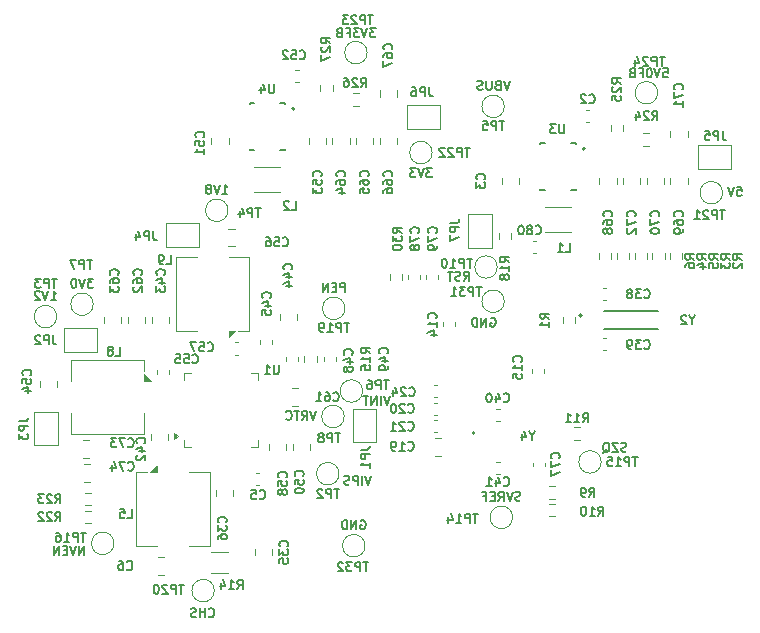
<source format=gbo>
%TF.GenerationSoftware,KiCad,Pcbnew,9.0.6*%
%TF.CreationDate,2025-11-10T09:58:37-05:00*%
%TF.ProjectId,CameraPCB,43616d65-7261-4504-9342-2e6b69636164,rev?*%
%TF.SameCoordinates,Original*%
%TF.FileFunction,Legend,Bot*%
%TF.FilePolarity,Positive*%
%FSLAX46Y46*%
G04 Gerber Fmt 4.6, Leading zero omitted, Abs format (unit mm)*
G04 Created by KiCad (PCBNEW 9.0.6) date 2025-11-10 09:58:37*
%MOMM*%
%LPD*%
G01*
G04 APERTURE LIST*
%ADD10C,0.127000*%
%ADD11C,0.120000*%
%ADD12C,0.200000*%
G04 APERTURE END LIST*
D10*
X142468604Y-97289764D02*
X142504890Y-97326050D01*
X142504890Y-97326050D02*
X142613747Y-97362335D01*
X142613747Y-97362335D02*
X142686319Y-97362335D01*
X142686319Y-97362335D02*
X142795176Y-97326050D01*
X142795176Y-97326050D02*
X142867747Y-97253478D01*
X142867747Y-97253478D02*
X142904033Y-97180907D01*
X142904033Y-97180907D02*
X142940319Y-97035764D01*
X142940319Y-97035764D02*
X142940319Y-96926907D01*
X142940319Y-96926907D02*
X142904033Y-96781764D01*
X142904033Y-96781764D02*
X142867747Y-96709192D01*
X142867747Y-96709192D02*
X142795176Y-96636621D01*
X142795176Y-96636621D02*
X142686319Y-96600335D01*
X142686319Y-96600335D02*
X142613747Y-96600335D01*
X142613747Y-96600335D02*
X142504890Y-96636621D01*
X142504890Y-96636621D02*
X142468604Y-96672907D01*
X141815462Y-96600335D02*
X141960604Y-96600335D01*
X141960604Y-96600335D02*
X142033176Y-96636621D01*
X142033176Y-96636621D02*
X142069462Y-96672907D01*
X142069462Y-96672907D02*
X142142033Y-96781764D01*
X142142033Y-96781764D02*
X142178319Y-96926907D01*
X142178319Y-96926907D02*
X142178319Y-97217192D01*
X142178319Y-97217192D02*
X142142033Y-97289764D01*
X142142033Y-97289764D02*
X142105747Y-97326050D01*
X142105747Y-97326050D02*
X142033176Y-97362335D01*
X142033176Y-97362335D02*
X141888033Y-97362335D01*
X141888033Y-97362335D02*
X141815462Y-97326050D01*
X141815462Y-97326050D02*
X141779176Y-97289764D01*
X141779176Y-97289764D02*
X141742890Y-97217192D01*
X141742890Y-97217192D02*
X141742890Y-97035764D01*
X141742890Y-97035764D02*
X141779176Y-96963192D01*
X141779176Y-96963192D02*
X141815462Y-96926907D01*
X141815462Y-96926907D02*
X141888033Y-96890621D01*
X141888033Y-96890621D02*
X142033176Y-96890621D01*
X142033176Y-96890621D02*
X142105747Y-96926907D01*
X142105747Y-96926907D02*
X142142033Y-96963192D01*
X142142033Y-96963192D02*
X142178319Y-97035764D01*
X141017176Y-97362335D02*
X141452605Y-97362335D01*
X141234890Y-97362335D02*
X141234890Y-96600335D01*
X141234890Y-96600335D02*
X141307462Y-96709192D01*
X141307462Y-96709192D02*
X141380033Y-96781764D01*
X141380033Y-96781764D02*
X141452605Y-96818050D01*
X162126999Y-84745911D02*
X162489856Y-84745911D01*
X162489856Y-84745911D02*
X162489856Y-83983911D01*
X161473856Y-84745911D02*
X161909285Y-84745911D01*
X161691570Y-84745911D02*
X161691570Y-83983911D01*
X161691570Y-83983911D02*
X161764142Y-84092768D01*
X161764142Y-84092768D02*
X161836713Y-84165340D01*
X161836713Y-84165340D02*
X161909285Y-84201626D01*
X175045911Y-85373000D02*
X174683054Y-85119000D01*
X175045911Y-84937571D02*
X174283911Y-84937571D01*
X174283911Y-84937571D02*
X174283911Y-85227857D01*
X174283911Y-85227857D02*
X174320197Y-85300428D01*
X174320197Y-85300428D02*
X174356483Y-85336714D01*
X174356483Y-85336714D02*
X174429054Y-85373000D01*
X174429054Y-85373000D02*
X174537911Y-85373000D01*
X174537911Y-85373000D02*
X174610483Y-85336714D01*
X174610483Y-85336714D02*
X174646768Y-85300428D01*
X174646768Y-85300428D02*
X174683054Y-85227857D01*
X174683054Y-85227857D02*
X174683054Y-84937571D01*
X174283911Y-86062428D02*
X174283911Y-85699571D01*
X174283911Y-85699571D02*
X174646768Y-85663285D01*
X174646768Y-85663285D02*
X174610483Y-85699571D01*
X174610483Y-85699571D02*
X174574197Y-85772143D01*
X174574197Y-85772143D02*
X174574197Y-85953571D01*
X174574197Y-85953571D02*
X174610483Y-86026143D01*
X174610483Y-86026143D02*
X174646768Y-86062428D01*
X174646768Y-86062428D02*
X174719340Y-86098714D01*
X174719340Y-86098714D02*
X174900768Y-86098714D01*
X174900768Y-86098714D02*
X174973340Y-86062428D01*
X174973340Y-86062428D02*
X175009626Y-86026143D01*
X175009626Y-86026143D02*
X175045911Y-85953571D01*
X175045911Y-85953571D02*
X175045911Y-85772143D01*
X175045911Y-85772143D02*
X175009626Y-85699571D01*
X175009626Y-85699571D02*
X174973340Y-85663285D01*
X149673340Y-83110143D02*
X149709626Y-83073857D01*
X149709626Y-83073857D02*
X149745911Y-82965000D01*
X149745911Y-82965000D02*
X149745911Y-82892428D01*
X149745911Y-82892428D02*
X149709626Y-82783571D01*
X149709626Y-82783571D02*
X149637054Y-82711000D01*
X149637054Y-82711000D02*
X149564483Y-82674714D01*
X149564483Y-82674714D02*
X149419340Y-82638428D01*
X149419340Y-82638428D02*
X149310483Y-82638428D01*
X149310483Y-82638428D02*
X149165340Y-82674714D01*
X149165340Y-82674714D02*
X149092768Y-82711000D01*
X149092768Y-82711000D02*
X149020197Y-82783571D01*
X149020197Y-82783571D02*
X148983911Y-82892428D01*
X148983911Y-82892428D02*
X148983911Y-82965000D01*
X148983911Y-82965000D02*
X149020197Y-83073857D01*
X149020197Y-83073857D02*
X149056483Y-83110143D01*
X148983911Y-83364143D02*
X148983911Y-83872143D01*
X148983911Y-83872143D02*
X149745911Y-83545571D01*
X149310483Y-84271285D02*
X149274197Y-84198714D01*
X149274197Y-84198714D02*
X149237911Y-84162428D01*
X149237911Y-84162428D02*
X149165340Y-84126142D01*
X149165340Y-84126142D02*
X149129054Y-84126142D01*
X149129054Y-84126142D02*
X149056483Y-84162428D01*
X149056483Y-84162428D02*
X149020197Y-84198714D01*
X149020197Y-84198714D02*
X148983911Y-84271285D01*
X148983911Y-84271285D02*
X148983911Y-84416428D01*
X148983911Y-84416428D02*
X149020197Y-84489000D01*
X149020197Y-84489000D02*
X149056483Y-84525285D01*
X149056483Y-84525285D02*
X149129054Y-84561571D01*
X149129054Y-84561571D02*
X149165340Y-84561571D01*
X149165340Y-84561571D02*
X149237911Y-84525285D01*
X149237911Y-84525285D02*
X149274197Y-84489000D01*
X149274197Y-84489000D02*
X149310483Y-84416428D01*
X149310483Y-84416428D02*
X149310483Y-84271285D01*
X149310483Y-84271285D02*
X149346768Y-84198714D01*
X149346768Y-84198714D02*
X149383054Y-84162428D01*
X149383054Y-84162428D02*
X149455626Y-84126142D01*
X149455626Y-84126142D02*
X149600768Y-84126142D01*
X149600768Y-84126142D02*
X149673340Y-84162428D01*
X149673340Y-84162428D02*
X149709626Y-84198714D01*
X149709626Y-84198714D02*
X149745911Y-84271285D01*
X149745911Y-84271285D02*
X149745911Y-84416428D01*
X149745911Y-84416428D02*
X149709626Y-84489000D01*
X149709626Y-84489000D02*
X149673340Y-84525285D01*
X149673340Y-84525285D02*
X149600768Y-84561571D01*
X149600768Y-84561571D02*
X149455626Y-84561571D01*
X149455626Y-84561571D02*
X149383054Y-84525285D01*
X149383054Y-84525285D02*
X149346768Y-84489000D01*
X149346768Y-84489000D02*
X149310483Y-84416428D01*
X159262856Y-100283054D02*
X159262856Y-100645911D01*
X159516856Y-99883911D02*
X159262856Y-100283054D01*
X159262856Y-100283054D02*
X159008856Y-99883911D01*
X158428285Y-100137911D02*
X158428285Y-100645911D01*
X158609713Y-99847626D02*
X158791142Y-100391911D01*
X158791142Y-100391911D02*
X158319427Y-100391911D01*
X136311570Y-81033911D02*
X135876142Y-81033911D01*
X136093856Y-81795911D02*
X136093856Y-81033911D01*
X135622142Y-81795911D02*
X135622142Y-81033911D01*
X135622142Y-81033911D02*
X135331856Y-81033911D01*
X135331856Y-81033911D02*
X135259285Y-81070197D01*
X135259285Y-81070197D02*
X135222999Y-81106483D01*
X135222999Y-81106483D02*
X135186713Y-81179054D01*
X135186713Y-81179054D02*
X135186713Y-81287911D01*
X135186713Y-81287911D02*
X135222999Y-81360483D01*
X135222999Y-81360483D02*
X135259285Y-81396768D01*
X135259285Y-81396768D02*
X135331856Y-81433054D01*
X135331856Y-81433054D02*
X135622142Y-81433054D01*
X134533571Y-81287911D02*
X134533571Y-81795911D01*
X134714999Y-80997626D02*
X134896428Y-81541911D01*
X134896428Y-81541911D02*
X134424713Y-81541911D01*
X133071713Y-79795911D02*
X133507142Y-79795911D01*
X133289427Y-79795911D02*
X133289427Y-79033911D01*
X133289427Y-79033911D02*
X133361999Y-79142768D01*
X133361999Y-79142768D02*
X133434570Y-79215340D01*
X133434570Y-79215340D02*
X133507142Y-79251626D01*
X132853999Y-79033911D02*
X132599999Y-79795911D01*
X132599999Y-79795911D02*
X132345999Y-79033911D01*
X131983142Y-79360483D02*
X132055713Y-79324197D01*
X132055713Y-79324197D02*
X132091999Y-79287911D01*
X132091999Y-79287911D02*
X132128285Y-79215340D01*
X132128285Y-79215340D02*
X132128285Y-79179054D01*
X132128285Y-79179054D02*
X132091999Y-79106483D01*
X132091999Y-79106483D02*
X132055713Y-79070197D01*
X132055713Y-79070197D02*
X131983142Y-79033911D01*
X131983142Y-79033911D02*
X131837999Y-79033911D01*
X131837999Y-79033911D02*
X131765428Y-79070197D01*
X131765428Y-79070197D02*
X131729142Y-79106483D01*
X131729142Y-79106483D02*
X131692856Y-79179054D01*
X131692856Y-79179054D02*
X131692856Y-79215340D01*
X131692856Y-79215340D02*
X131729142Y-79287911D01*
X131729142Y-79287911D02*
X131765428Y-79324197D01*
X131765428Y-79324197D02*
X131837999Y-79360483D01*
X131837999Y-79360483D02*
X131983142Y-79360483D01*
X131983142Y-79360483D02*
X132055713Y-79396768D01*
X132055713Y-79396768D02*
X132091999Y-79433054D01*
X132091999Y-79433054D02*
X132128285Y-79505626D01*
X132128285Y-79505626D02*
X132128285Y-79650768D01*
X132128285Y-79650768D02*
X132091999Y-79723340D01*
X132091999Y-79723340D02*
X132055713Y-79759626D01*
X132055713Y-79759626D02*
X131983142Y-79795911D01*
X131983142Y-79795911D02*
X131837999Y-79795911D01*
X131837999Y-79795911D02*
X131765428Y-79759626D01*
X131765428Y-79759626D02*
X131729142Y-79723340D01*
X131729142Y-79723340D02*
X131692856Y-79650768D01*
X131692856Y-79650768D02*
X131692856Y-79505626D01*
X131692856Y-79505626D02*
X131729142Y-79433054D01*
X131729142Y-79433054D02*
X131765428Y-79396768D01*
X131765428Y-79396768D02*
X131837999Y-79360483D01*
X154024427Y-75883911D02*
X153588999Y-75883911D01*
X153806713Y-76645911D02*
X153806713Y-75883911D01*
X153334999Y-76645911D02*
X153334999Y-75883911D01*
X153334999Y-75883911D02*
X153044713Y-75883911D01*
X153044713Y-75883911D02*
X152972142Y-75920197D01*
X152972142Y-75920197D02*
X152935856Y-75956483D01*
X152935856Y-75956483D02*
X152899570Y-76029054D01*
X152899570Y-76029054D02*
X152899570Y-76137911D01*
X152899570Y-76137911D02*
X152935856Y-76210483D01*
X152935856Y-76210483D02*
X152972142Y-76246768D01*
X152972142Y-76246768D02*
X153044713Y-76283054D01*
X153044713Y-76283054D02*
X153334999Y-76283054D01*
X152609285Y-75956483D02*
X152572999Y-75920197D01*
X152572999Y-75920197D02*
X152500428Y-75883911D01*
X152500428Y-75883911D02*
X152318999Y-75883911D01*
X152318999Y-75883911D02*
X152246428Y-75920197D01*
X152246428Y-75920197D02*
X152210142Y-75956483D01*
X152210142Y-75956483D02*
X152173856Y-76029054D01*
X152173856Y-76029054D02*
X152173856Y-76101626D01*
X152173856Y-76101626D02*
X152210142Y-76210483D01*
X152210142Y-76210483D02*
X152645570Y-76645911D01*
X152645570Y-76645911D02*
X152173856Y-76645911D01*
X151883571Y-75956483D02*
X151847285Y-75920197D01*
X151847285Y-75920197D02*
X151774714Y-75883911D01*
X151774714Y-75883911D02*
X151593285Y-75883911D01*
X151593285Y-75883911D02*
X151520714Y-75920197D01*
X151520714Y-75920197D02*
X151484428Y-75956483D01*
X151484428Y-75956483D02*
X151448142Y-76029054D01*
X151448142Y-76029054D02*
X151448142Y-76101626D01*
X151448142Y-76101626D02*
X151484428Y-76210483D01*
X151484428Y-76210483D02*
X151919856Y-76645911D01*
X151919856Y-76645911D02*
X151448142Y-76645911D01*
X150826903Y-77646411D02*
X150355189Y-77646411D01*
X150355189Y-77646411D02*
X150609189Y-77936697D01*
X150609189Y-77936697D02*
X150500332Y-77936697D01*
X150500332Y-77936697D02*
X150427761Y-77972983D01*
X150427761Y-77972983D02*
X150391475Y-78009268D01*
X150391475Y-78009268D02*
X150355189Y-78081840D01*
X150355189Y-78081840D02*
X150355189Y-78263268D01*
X150355189Y-78263268D02*
X150391475Y-78335840D01*
X150391475Y-78335840D02*
X150427761Y-78372126D01*
X150427761Y-78372126D02*
X150500332Y-78408411D01*
X150500332Y-78408411D02*
X150718046Y-78408411D01*
X150718046Y-78408411D02*
X150790618Y-78372126D01*
X150790618Y-78372126D02*
X150826903Y-78335840D01*
X150137475Y-77646411D02*
X149883475Y-78408411D01*
X149883475Y-78408411D02*
X149629475Y-77646411D01*
X149448046Y-77646411D02*
X148976332Y-77646411D01*
X148976332Y-77646411D02*
X149230332Y-77936697D01*
X149230332Y-77936697D02*
X149121475Y-77936697D01*
X149121475Y-77936697D02*
X149048904Y-77972983D01*
X149048904Y-77972983D02*
X149012618Y-78009268D01*
X149012618Y-78009268D02*
X148976332Y-78081840D01*
X148976332Y-78081840D02*
X148976332Y-78263268D01*
X148976332Y-78263268D02*
X149012618Y-78335840D01*
X149012618Y-78335840D02*
X149048904Y-78372126D01*
X149048904Y-78372126D02*
X149121475Y-78408411D01*
X149121475Y-78408411D02*
X149339189Y-78408411D01*
X149339189Y-78408411D02*
X149411761Y-78372126D01*
X149411761Y-78372126D02*
X149448046Y-78335840D01*
X150580975Y-70796411D02*
X150580975Y-71340697D01*
X150580975Y-71340697D02*
X150617260Y-71449554D01*
X150617260Y-71449554D02*
X150689832Y-71522126D01*
X150689832Y-71522126D02*
X150798689Y-71558411D01*
X150798689Y-71558411D02*
X150871260Y-71558411D01*
X150218118Y-71558411D02*
X150218118Y-70796411D01*
X150218118Y-70796411D02*
X149927832Y-70796411D01*
X149927832Y-70796411D02*
X149855261Y-70832697D01*
X149855261Y-70832697D02*
X149818975Y-70868983D01*
X149818975Y-70868983D02*
X149782689Y-70941554D01*
X149782689Y-70941554D02*
X149782689Y-71050411D01*
X149782689Y-71050411D02*
X149818975Y-71122983D01*
X149818975Y-71122983D02*
X149855261Y-71159268D01*
X149855261Y-71159268D02*
X149927832Y-71195554D01*
X149927832Y-71195554D02*
X150218118Y-71195554D01*
X149129547Y-70796411D02*
X149274689Y-70796411D01*
X149274689Y-70796411D02*
X149347261Y-70832697D01*
X149347261Y-70832697D02*
X149383547Y-70868983D01*
X149383547Y-70868983D02*
X149456118Y-70977840D01*
X149456118Y-70977840D02*
X149492404Y-71122983D01*
X149492404Y-71122983D02*
X149492404Y-71413268D01*
X149492404Y-71413268D02*
X149456118Y-71485840D01*
X149456118Y-71485840D02*
X149419832Y-71522126D01*
X149419832Y-71522126D02*
X149347261Y-71558411D01*
X149347261Y-71558411D02*
X149202118Y-71558411D01*
X149202118Y-71558411D02*
X149129547Y-71522126D01*
X149129547Y-71522126D02*
X149093261Y-71485840D01*
X149093261Y-71485840D02*
X149056975Y-71413268D01*
X149056975Y-71413268D02*
X149056975Y-71231840D01*
X149056975Y-71231840D02*
X149093261Y-71159268D01*
X149093261Y-71159268D02*
X149129547Y-71122983D01*
X149129547Y-71122983D02*
X149202118Y-71086697D01*
X149202118Y-71086697D02*
X149347261Y-71086697D01*
X149347261Y-71086697D02*
X149419832Y-71122983D01*
X149419832Y-71122983D02*
X149456118Y-71159268D01*
X149456118Y-71159268D02*
X149492404Y-71231840D01*
X137123340Y-88610143D02*
X137159626Y-88573857D01*
X137159626Y-88573857D02*
X137195911Y-88465000D01*
X137195911Y-88465000D02*
X137195911Y-88392428D01*
X137195911Y-88392428D02*
X137159626Y-88283571D01*
X137159626Y-88283571D02*
X137087054Y-88211000D01*
X137087054Y-88211000D02*
X137014483Y-88174714D01*
X137014483Y-88174714D02*
X136869340Y-88138428D01*
X136869340Y-88138428D02*
X136760483Y-88138428D01*
X136760483Y-88138428D02*
X136615340Y-88174714D01*
X136615340Y-88174714D02*
X136542768Y-88211000D01*
X136542768Y-88211000D02*
X136470197Y-88283571D01*
X136470197Y-88283571D02*
X136433911Y-88392428D01*
X136433911Y-88392428D02*
X136433911Y-88465000D01*
X136433911Y-88465000D02*
X136470197Y-88573857D01*
X136470197Y-88573857D02*
X136506483Y-88610143D01*
X136687911Y-89263286D02*
X137195911Y-89263286D01*
X136397626Y-89081857D02*
X136941911Y-88900428D01*
X136941911Y-88900428D02*
X136941911Y-89372143D01*
X136433911Y-90025285D02*
X136433911Y-89662428D01*
X136433911Y-89662428D02*
X136796768Y-89626142D01*
X136796768Y-89626142D02*
X136760483Y-89662428D01*
X136760483Y-89662428D02*
X136724197Y-89735000D01*
X136724197Y-89735000D02*
X136724197Y-89916428D01*
X136724197Y-89916428D02*
X136760483Y-89989000D01*
X136760483Y-89989000D02*
X136796768Y-90025285D01*
X136796768Y-90025285D02*
X136869340Y-90061571D01*
X136869340Y-90061571D02*
X137050768Y-90061571D01*
X137050768Y-90061571D02*
X137123340Y-90025285D01*
X137123340Y-90025285D02*
X137159626Y-89989000D01*
X137159626Y-89989000D02*
X137195911Y-89916428D01*
X137195911Y-89916428D02*
X137195911Y-89735000D01*
X137195911Y-89735000D02*
X137159626Y-89662428D01*
X137159626Y-89662428D02*
X137123340Y-89626142D01*
X164126999Y-105445911D02*
X164380999Y-105083054D01*
X164562428Y-105445911D02*
X164562428Y-104683911D01*
X164562428Y-104683911D02*
X164272142Y-104683911D01*
X164272142Y-104683911D02*
X164199571Y-104720197D01*
X164199571Y-104720197D02*
X164163285Y-104756483D01*
X164163285Y-104756483D02*
X164126999Y-104829054D01*
X164126999Y-104829054D02*
X164126999Y-104937911D01*
X164126999Y-104937911D02*
X164163285Y-105010483D01*
X164163285Y-105010483D02*
X164199571Y-105046768D01*
X164199571Y-105046768D02*
X164272142Y-105083054D01*
X164272142Y-105083054D02*
X164562428Y-105083054D01*
X163764142Y-105445911D02*
X163618999Y-105445911D01*
X163618999Y-105445911D02*
X163546428Y-105409626D01*
X163546428Y-105409626D02*
X163510142Y-105373340D01*
X163510142Y-105373340D02*
X163437571Y-105264483D01*
X163437571Y-105264483D02*
X163401285Y-105119340D01*
X163401285Y-105119340D02*
X163401285Y-104829054D01*
X163401285Y-104829054D02*
X163437571Y-104756483D01*
X163437571Y-104756483D02*
X163473857Y-104720197D01*
X163473857Y-104720197D02*
X163546428Y-104683911D01*
X163546428Y-104683911D02*
X163691571Y-104683911D01*
X163691571Y-104683911D02*
X163764142Y-104720197D01*
X163764142Y-104720197D02*
X163800428Y-104756483D01*
X163800428Y-104756483D02*
X163836714Y-104829054D01*
X163836714Y-104829054D02*
X163836714Y-105010483D01*
X163836714Y-105010483D02*
X163800428Y-105083054D01*
X163800428Y-105083054D02*
X163764142Y-105119340D01*
X163764142Y-105119340D02*
X163691571Y-105155626D01*
X163691571Y-105155626D02*
X163546428Y-105155626D01*
X163546428Y-105155626D02*
X163473857Y-105119340D01*
X163473857Y-105119340D02*
X163437571Y-105083054D01*
X163437571Y-105083054D02*
X163401285Y-105010483D01*
X133373340Y-107610143D02*
X133409626Y-107573857D01*
X133409626Y-107573857D02*
X133445911Y-107465000D01*
X133445911Y-107465000D02*
X133445911Y-107392428D01*
X133445911Y-107392428D02*
X133409626Y-107283571D01*
X133409626Y-107283571D02*
X133337054Y-107211000D01*
X133337054Y-107211000D02*
X133264483Y-107174714D01*
X133264483Y-107174714D02*
X133119340Y-107138428D01*
X133119340Y-107138428D02*
X133010483Y-107138428D01*
X133010483Y-107138428D02*
X132865340Y-107174714D01*
X132865340Y-107174714D02*
X132792768Y-107211000D01*
X132792768Y-107211000D02*
X132720197Y-107283571D01*
X132720197Y-107283571D02*
X132683911Y-107392428D01*
X132683911Y-107392428D02*
X132683911Y-107465000D01*
X132683911Y-107465000D02*
X132720197Y-107573857D01*
X132720197Y-107573857D02*
X132756483Y-107610143D01*
X132683911Y-107864143D02*
X132683911Y-108335857D01*
X132683911Y-108335857D02*
X132974197Y-108081857D01*
X132974197Y-108081857D02*
X132974197Y-108190714D01*
X132974197Y-108190714D02*
X133010483Y-108263286D01*
X133010483Y-108263286D02*
X133046768Y-108299571D01*
X133046768Y-108299571D02*
X133119340Y-108335857D01*
X133119340Y-108335857D02*
X133300768Y-108335857D01*
X133300768Y-108335857D02*
X133373340Y-108299571D01*
X133373340Y-108299571D02*
X133409626Y-108263286D01*
X133409626Y-108263286D02*
X133445911Y-108190714D01*
X133445911Y-108190714D02*
X133445911Y-107973000D01*
X133445911Y-107973000D02*
X133409626Y-107900428D01*
X133409626Y-107900428D02*
X133373340Y-107864143D01*
X132683911Y-108989000D02*
X132683911Y-108843857D01*
X132683911Y-108843857D02*
X132720197Y-108771285D01*
X132720197Y-108771285D02*
X132756483Y-108735000D01*
X132756483Y-108735000D02*
X132865340Y-108662428D01*
X132865340Y-108662428D02*
X133010483Y-108626142D01*
X133010483Y-108626142D02*
X133300768Y-108626142D01*
X133300768Y-108626142D02*
X133373340Y-108662428D01*
X133373340Y-108662428D02*
X133409626Y-108698714D01*
X133409626Y-108698714D02*
X133445911Y-108771285D01*
X133445911Y-108771285D02*
X133445911Y-108916428D01*
X133445911Y-108916428D02*
X133409626Y-108989000D01*
X133409626Y-108989000D02*
X133373340Y-109025285D01*
X133373340Y-109025285D02*
X133300768Y-109061571D01*
X133300768Y-109061571D02*
X133119340Y-109061571D01*
X133119340Y-109061571D02*
X133046768Y-109025285D01*
X133046768Y-109025285D02*
X133010483Y-108989000D01*
X133010483Y-108989000D02*
X132974197Y-108916428D01*
X132974197Y-108916428D02*
X132974197Y-108771285D01*
X132974197Y-108771285D02*
X133010483Y-108698714D01*
X133010483Y-108698714D02*
X133046768Y-108662428D01*
X133046768Y-108662428D02*
X133119340Y-108626142D01*
X147406816Y-78322643D02*
X147443102Y-78286357D01*
X147443102Y-78286357D02*
X147479387Y-78177500D01*
X147479387Y-78177500D02*
X147479387Y-78104928D01*
X147479387Y-78104928D02*
X147443102Y-77996071D01*
X147443102Y-77996071D02*
X147370530Y-77923500D01*
X147370530Y-77923500D02*
X147297959Y-77887214D01*
X147297959Y-77887214D02*
X147152816Y-77850928D01*
X147152816Y-77850928D02*
X147043959Y-77850928D01*
X147043959Y-77850928D02*
X146898816Y-77887214D01*
X146898816Y-77887214D02*
X146826244Y-77923500D01*
X146826244Y-77923500D02*
X146753673Y-77996071D01*
X146753673Y-77996071D02*
X146717387Y-78104928D01*
X146717387Y-78104928D02*
X146717387Y-78177500D01*
X146717387Y-78177500D02*
X146753673Y-78286357D01*
X146753673Y-78286357D02*
X146789959Y-78322643D01*
X146717387Y-78975786D02*
X146717387Y-78830643D01*
X146717387Y-78830643D02*
X146753673Y-78758071D01*
X146753673Y-78758071D02*
X146789959Y-78721786D01*
X146789959Y-78721786D02*
X146898816Y-78649214D01*
X146898816Y-78649214D02*
X147043959Y-78612928D01*
X147043959Y-78612928D02*
X147334244Y-78612928D01*
X147334244Y-78612928D02*
X147406816Y-78649214D01*
X147406816Y-78649214D02*
X147443102Y-78685500D01*
X147443102Y-78685500D02*
X147479387Y-78758071D01*
X147479387Y-78758071D02*
X147479387Y-78903214D01*
X147479387Y-78903214D02*
X147443102Y-78975786D01*
X147443102Y-78975786D02*
X147406816Y-79012071D01*
X147406816Y-79012071D02*
X147334244Y-79048357D01*
X147334244Y-79048357D02*
X147152816Y-79048357D01*
X147152816Y-79048357D02*
X147080244Y-79012071D01*
X147080244Y-79012071D02*
X147043959Y-78975786D01*
X147043959Y-78975786D02*
X147007673Y-78903214D01*
X147007673Y-78903214D02*
X147007673Y-78758071D01*
X147007673Y-78758071D02*
X147043959Y-78685500D01*
X147043959Y-78685500D02*
X147080244Y-78649214D01*
X147080244Y-78649214D02*
X147152816Y-78612928D01*
X146717387Y-79701500D02*
X146717387Y-79556357D01*
X146717387Y-79556357D02*
X146753673Y-79483785D01*
X146753673Y-79483785D02*
X146789959Y-79447500D01*
X146789959Y-79447500D02*
X146898816Y-79374928D01*
X146898816Y-79374928D02*
X147043959Y-79338642D01*
X147043959Y-79338642D02*
X147334244Y-79338642D01*
X147334244Y-79338642D02*
X147406816Y-79374928D01*
X147406816Y-79374928D02*
X147443102Y-79411214D01*
X147443102Y-79411214D02*
X147479387Y-79483785D01*
X147479387Y-79483785D02*
X147479387Y-79628928D01*
X147479387Y-79628928D02*
X147443102Y-79701500D01*
X147443102Y-79701500D02*
X147406816Y-79737785D01*
X147406816Y-79737785D02*
X147334244Y-79774071D01*
X147334244Y-79774071D02*
X147152816Y-79774071D01*
X147152816Y-79774071D02*
X147080244Y-79737785D01*
X147080244Y-79737785D02*
X147043959Y-79701500D01*
X147043959Y-79701500D02*
X147007673Y-79628928D01*
X147007673Y-79628928D02*
X147007673Y-79483785D01*
X147007673Y-79483785D02*
X147043959Y-79411214D01*
X147043959Y-79411214D02*
X147080244Y-79374928D01*
X147080244Y-79374928D02*
X147152816Y-79338642D01*
X156889856Y-104473340D02*
X156926142Y-104509626D01*
X156926142Y-104509626D02*
X157034999Y-104545911D01*
X157034999Y-104545911D02*
X157107571Y-104545911D01*
X157107571Y-104545911D02*
X157216428Y-104509626D01*
X157216428Y-104509626D02*
X157288999Y-104437054D01*
X157288999Y-104437054D02*
X157325285Y-104364483D01*
X157325285Y-104364483D02*
X157361571Y-104219340D01*
X157361571Y-104219340D02*
X157361571Y-104110483D01*
X157361571Y-104110483D02*
X157325285Y-103965340D01*
X157325285Y-103965340D02*
X157288999Y-103892768D01*
X157288999Y-103892768D02*
X157216428Y-103820197D01*
X157216428Y-103820197D02*
X157107571Y-103783911D01*
X157107571Y-103783911D02*
X157034999Y-103783911D01*
X157034999Y-103783911D02*
X156926142Y-103820197D01*
X156926142Y-103820197D02*
X156889856Y-103856483D01*
X156236714Y-104037911D02*
X156236714Y-104545911D01*
X156418142Y-103747626D02*
X156599571Y-104291911D01*
X156599571Y-104291911D02*
X156127856Y-104291911D01*
X155438428Y-104545911D02*
X155873857Y-104545911D01*
X155656142Y-104545911D02*
X155656142Y-103783911D01*
X155656142Y-103783911D02*
X155728714Y-103892768D01*
X155728714Y-103892768D02*
X155801285Y-103965340D01*
X155801285Y-103965340D02*
X155873857Y-104001626D01*
X138573340Y-109660143D02*
X138609626Y-109623857D01*
X138609626Y-109623857D02*
X138645911Y-109515000D01*
X138645911Y-109515000D02*
X138645911Y-109442428D01*
X138645911Y-109442428D02*
X138609626Y-109333571D01*
X138609626Y-109333571D02*
X138537054Y-109261000D01*
X138537054Y-109261000D02*
X138464483Y-109224714D01*
X138464483Y-109224714D02*
X138319340Y-109188428D01*
X138319340Y-109188428D02*
X138210483Y-109188428D01*
X138210483Y-109188428D02*
X138065340Y-109224714D01*
X138065340Y-109224714D02*
X137992768Y-109261000D01*
X137992768Y-109261000D02*
X137920197Y-109333571D01*
X137920197Y-109333571D02*
X137883911Y-109442428D01*
X137883911Y-109442428D02*
X137883911Y-109515000D01*
X137883911Y-109515000D02*
X137920197Y-109623857D01*
X137920197Y-109623857D02*
X137956483Y-109660143D01*
X137883911Y-109914143D02*
X137883911Y-110385857D01*
X137883911Y-110385857D02*
X138174197Y-110131857D01*
X138174197Y-110131857D02*
X138174197Y-110240714D01*
X138174197Y-110240714D02*
X138210483Y-110313286D01*
X138210483Y-110313286D02*
X138246768Y-110349571D01*
X138246768Y-110349571D02*
X138319340Y-110385857D01*
X138319340Y-110385857D02*
X138500768Y-110385857D01*
X138500768Y-110385857D02*
X138573340Y-110349571D01*
X138573340Y-110349571D02*
X138609626Y-110313286D01*
X138609626Y-110313286D02*
X138645911Y-110240714D01*
X138645911Y-110240714D02*
X138645911Y-110023000D01*
X138645911Y-110023000D02*
X138609626Y-109950428D01*
X138609626Y-109950428D02*
X138573340Y-109914143D01*
X137883911Y-111075285D02*
X137883911Y-110712428D01*
X137883911Y-110712428D02*
X138246768Y-110676142D01*
X138246768Y-110676142D02*
X138210483Y-110712428D01*
X138210483Y-110712428D02*
X138174197Y-110785000D01*
X138174197Y-110785000D02*
X138174197Y-110966428D01*
X138174197Y-110966428D02*
X138210483Y-111039000D01*
X138210483Y-111039000D02*
X138246768Y-111075285D01*
X138246768Y-111075285D02*
X138319340Y-111111571D01*
X138319340Y-111111571D02*
X138500768Y-111111571D01*
X138500768Y-111111571D02*
X138573340Y-111075285D01*
X138573340Y-111075285D02*
X138609626Y-111039000D01*
X138609626Y-111039000D02*
X138645911Y-110966428D01*
X138645911Y-110966428D02*
X138645911Y-110785000D01*
X138645911Y-110785000D02*
X138609626Y-110712428D01*
X138609626Y-110712428D02*
X138573340Y-110676142D01*
X172812856Y-90483054D02*
X172812856Y-90845911D01*
X173066856Y-90083911D02*
X172812856Y-90483054D01*
X172812856Y-90483054D02*
X172558856Y-90083911D01*
X172341142Y-90156483D02*
X172304856Y-90120197D01*
X172304856Y-90120197D02*
X172232285Y-90083911D01*
X172232285Y-90083911D02*
X172050856Y-90083911D01*
X172050856Y-90083911D02*
X171978285Y-90120197D01*
X171978285Y-90120197D02*
X171941999Y-90156483D01*
X171941999Y-90156483D02*
X171905713Y-90229054D01*
X171905713Y-90229054D02*
X171905713Y-90301626D01*
X171905713Y-90301626D02*
X171941999Y-90410483D01*
X171941999Y-90410483D02*
X172377427Y-90845911D01*
X172377427Y-90845911D02*
X171905713Y-90845911D01*
X168003755Y-81719047D02*
X168040041Y-81682761D01*
X168040041Y-81682761D02*
X168076326Y-81573904D01*
X168076326Y-81573904D02*
X168076326Y-81501332D01*
X168076326Y-81501332D02*
X168040041Y-81392475D01*
X168040041Y-81392475D02*
X167967469Y-81319904D01*
X167967469Y-81319904D02*
X167894898Y-81283618D01*
X167894898Y-81283618D02*
X167749755Y-81247332D01*
X167749755Y-81247332D02*
X167640898Y-81247332D01*
X167640898Y-81247332D02*
X167495755Y-81283618D01*
X167495755Y-81283618D02*
X167423183Y-81319904D01*
X167423183Y-81319904D02*
X167350612Y-81392475D01*
X167350612Y-81392475D02*
X167314326Y-81501332D01*
X167314326Y-81501332D02*
X167314326Y-81573904D01*
X167314326Y-81573904D02*
X167350612Y-81682761D01*
X167350612Y-81682761D02*
X167386898Y-81719047D01*
X167314326Y-81973047D02*
X167314326Y-82481047D01*
X167314326Y-82481047D02*
X168076326Y-82154475D01*
X167386898Y-82735046D02*
X167350612Y-82771332D01*
X167350612Y-82771332D02*
X167314326Y-82843904D01*
X167314326Y-82843904D02*
X167314326Y-83025332D01*
X167314326Y-83025332D02*
X167350612Y-83097904D01*
X167350612Y-83097904D02*
X167386898Y-83134189D01*
X167386898Y-83134189D02*
X167459469Y-83170475D01*
X167459469Y-83170475D02*
X167532041Y-83170475D01*
X167532041Y-83170475D02*
X167640898Y-83134189D01*
X167640898Y-83134189D02*
X168076326Y-82698761D01*
X168076326Y-82698761D02*
X168076326Y-83170475D01*
X164126999Y-72073340D02*
X164163285Y-72109626D01*
X164163285Y-72109626D02*
X164272142Y-72145911D01*
X164272142Y-72145911D02*
X164344714Y-72145911D01*
X164344714Y-72145911D02*
X164453571Y-72109626D01*
X164453571Y-72109626D02*
X164526142Y-72037054D01*
X164526142Y-72037054D02*
X164562428Y-71964483D01*
X164562428Y-71964483D02*
X164598714Y-71819340D01*
X164598714Y-71819340D02*
X164598714Y-71710483D01*
X164598714Y-71710483D02*
X164562428Y-71565340D01*
X164562428Y-71565340D02*
X164526142Y-71492768D01*
X164526142Y-71492768D02*
X164453571Y-71420197D01*
X164453571Y-71420197D02*
X164344714Y-71383911D01*
X164344714Y-71383911D02*
X164272142Y-71383911D01*
X164272142Y-71383911D02*
X164163285Y-71420197D01*
X164163285Y-71420197D02*
X164126999Y-71456483D01*
X163836714Y-71456483D02*
X163800428Y-71420197D01*
X163800428Y-71420197D02*
X163727857Y-71383911D01*
X163727857Y-71383911D02*
X163546428Y-71383911D01*
X163546428Y-71383911D02*
X163473857Y-71420197D01*
X163473857Y-71420197D02*
X163437571Y-71456483D01*
X163437571Y-71456483D02*
X163401285Y-71529054D01*
X163401285Y-71529054D02*
X163401285Y-71601626D01*
X163401285Y-71601626D02*
X163437571Y-71710483D01*
X163437571Y-71710483D02*
X163872999Y-72145911D01*
X163872999Y-72145911D02*
X163401285Y-72145911D01*
X116823340Y-95160143D02*
X116859626Y-95123857D01*
X116859626Y-95123857D02*
X116895911Y-95015000D01*
X116895911Y-95015000D02*
X116895911Y-94942428D01*
X116895911Y-94942428D02*
X116859626Y-94833571D01*
X116859626Y-94833571D02*
X116787054Y-94761000D01*
X116787054Y-94761000D02*
X116714483Y-94724714D01*
X116714483Y-94724714D02*
X116569340Y-94688428D01*
X116569340Y-94688428D02*
X116460483Y-94688428D01*
X116460483Y-94688428D02*
X116315340Y-94724714D01*
X116315340Y-94724714D02*
X116242768Y-94761000D01*
X116242768Y-94761000D02*
X116170197Y-94833571D01*
X116170197Y-94833571D02*
X116133911Y-94942428D01*
X116133911Y-94942428D02*
X116133911Y-95015000D01*
X116133911Y-95015000D02*
X116170197Y-95123857D01*
X116170197Y-95123857D02*
X116206483Y-95160143D01*
X116133911Y-95849571D02*
X116133911Y-95486714D01*
X116133911Y-95486714D02*
X116496768Y-95450428D01*
X116496768Y-95450428D02*
X116460483Y-95486714D01*
X116460483Y-95486714D02*
X116424197Y-95559286D01*
X116424197Y-95559286D02*
X116424197Y-95740714D01*
X116424197Y-95740714D02*
X116460483Y-95813286D01*
X116460483Y-95813286D02*
X116496768Y-95849571D01*
X116496768Y-95849571D02*
X116569340Y-95885857D01*
X116569340Y-95885857D02*
X116750768Y-95885857D01*
X116750768Y-95885857D02*
X116823340Y-95849571D01*
X116823340Y-95849571D02*
X116859626Y-95813286D01*
X116859626Y-95813286D02*
X116895911Y-95740714D01*
X116895911Y-95740714D02*
X116895911Y-95559286D01*
X116895911Y-95559286D02*
X116859626Y-95486714D01*
X116859626Y-95486714D02*
X116823340Y-95450428D01*
X116387911Y-96539000D02*
X116895911Y-96539000D01*
X116097626Y-96357571D02*
X116641911Y-96176142D01*
X116641911Y-96176142D02*
X116641911Y-96647857D01*
X148789856Y-101473340D02*
X148826142Y-101509626D01*
X148826142Y-101509626D02*
X148934999Y-101545911D01*
X148934999Y-101545911D02*
X149007571Y-101545911D01*
X149007571Y-101545911D02*
X149116428Y-101509626D01*
X149116428Y-101509626D02*
X149188999Y-101437054D01*
X149188999Y-101437054D02*
X149225285Y-101364483D01*
X149225285Y-101364483D02*
X149261571Y-101219340D01*
X149261571Y-101219340D02*
X149261571Y-101110483D01*
X149261571Y-101110483D02*
X149225285Y-100965340D01*
X149225285Y-100965340D02*
X149188999Y-100892768D01*
X149188999Y-100892768D02*
X149116428Y-100820197D01*
X149116428Y-100820197D02*
X149007571Y-100783911D01*
X149007571Y-100783911D02*
X148934999Y-100783911D01*
X148934999Y-100783911D02*
X148826142Y-100820197D01*
X148826142Y-100820197D02*
X148789856Y-100856483D01*
X148064142Y-101545911D02*
X148499571Y-101545911D01*
X148281856Y-101545911D02*
X148281856Y-100783911D01*
X148281856Y-100783911D02*
X148354428Y-100892768D01*
X148354428Y-100892768D02*
X148426999Y-100965340D01*
X148426999Y-100965340D02*
X148499571Y-101001626D01*
X147701285Y-101545911D02*
X147556142Y-101545911D01*
X147556142Y-101545911D02*
X147483571Y-101509626D01*
X147483571Y-101509626D02*
X147447285Y-101473340D01*
X147447285Y-101473340D02*
X147374714Y-101364483D01*
X147374714Y-101364483D02*
X147338428Y-101219340D01*
X147338428Y-101219340D02*
X147338428Y-100929054D01*
X147338428Y-100929054D02*
X147374714Y-100856483D01*
X147374714Y-100856483D02*
X147411000Y-100820197D01*
X147411000Y-100820197D02*
X147483571Y-100783911D01*
X147483571Y-100783911D02*
X147628714Y-100783911D01*
X147628714Y-100783911D02*
X147701285Y-100820197D01*
X147701285Y-100820197D02*
X147737571Y-100856483D01*
X147737571Y-100856483D02*
X147773857Y-100929054D01*
X147773857Y-100929054D02*
X147773857Y-101110483D01*
X147773857Y-101110483D02*
X147737571Y-101183054D01*
X147737571Y-101183054D02*
X147701285Y-101219340D01*
X147701285Y-101219340D02*
X147628714Y-101255626D01*
X147628714Y-101255626D02*
X147483571Y-101255626D01*
X147483571Y-101255626D02*
X147411000Y-101219340D01*
X147411000Y-101219340D02*
X147374714Y-101183054D01*
X147374714Y-101183054D02*
X147338428Y-101110483D01*
X155253755Y-78581904D02*
X155290041Y-78545618D01*
X155290041Y-78545618D02*
X155326326Y-78436761D01*
X155326326Y-78436761D02*
X155326326Y-78364189D01*
X155326326Y-78364189D02*
X155290041Y-78255332D01*
X155290041Y-78255332D02*
X155217469Y-78182761D01*
X155217469Y-78182761D02*
X155144898Y-78146475D01*
X155144898Y-78146475D02*
X154999755Y-78110189D01*
X154999755Y-78110189D02*
X154890898Y-78110189D01*
X154890898Y-78110189D02*
X154745755Y-78146475D01*
X154745755Y-78146475D02*
X154673183Y-78182761D01*
X154673183Y-78182761D02*
X154600612Y-78255332D01*
X154600612Y-78255332D02*
X154564326Y-78364189D01*
X154564326Y-78364189D02*
X154564326Y-78436761D01*
X154564326Y-78436761D02*
X154600612Y-78545618D01*
X154600612Y-78545618D02*
X154636898Y-78581904D01*
X154564326Y-78835904D02*
X154564326Y-79307618D01*
X154564326Y-79307618D02*
X154854612Y-79053618D01*
X154854612Y-79053618D02*
X154854612Y-79162475D01*
X154854612Y-79162475D02*
X154890898Y-79235047D01*
X154890898Y-79235047D02*
X154927183Y-79271332D01*
X154927183Y-79271332D02*
X154999755Y-79307618D01*
X154999755Y-79307618D02*
X155181183Y-79307618D01*
X155181183Y-79307618D02*
X155253755Y-79271332D01*
X155253755Y-79271332D02*
X155290041Y-79235047D01*
X155290041Y-79235047D02*
X155326326Y-79162475D01*
X155326326Y-79162475D02*
X155326326Y-78944761D01*
X155326326Y-78944761D02*
X155290041Y-78872189D01*
X155290041Y-78872189D02*
X155253755Y-78835904D01*
X128165840Y-86660143D02*
X128202126Y-86623857D01*
X128202126Y-86623857D02*
X128238411Y-86515000D01*
X128238411Y-86515000D02*
X128238411Y-86442428D01*
X128238411Y-86442428D02*
X128202126Y-86333571D01*
X128202126Y-86333571D02*
X128129554Y-86261000D01*
X128129554Y-86261000D02*
X128056983Y-86224714D01*
X128056983Y-86224714D02*
X127911840Y-86188428D01*
X127911840Y-86188428D02*
X127802983Y-86188428D01*
X127802983Y-86188428D02*
X127657840Y-86224714D01*
X127657840Y-86224714D02*
X127585268Y-86261000D01*
X127585268Y-86261000D02*
X127512697Y-86333571D01*
X127512697Y-86333571D02*
X127476411Y-86442428D01*
X127476411Y-86442428D02*
X127476411Y-86515000D01*
X127476411Y-86515000D02*
X127512697Y-86623857D01*
X127512697Y-86623857D02*
X127548983Y-86660143D01*
X127730411Y-87313286D02*
X128238411Y-87313286D01*
X127440126Y-87131857D02*
X127984411Y-86950428D01*
X127984411Y-86950428D02*
X127984411Y-87422143D01*
X127476411Y-87639857D02*
X127476411Y-88111571D01*
X127476411Y-88111571D02*
X127766697Y-87857571D01*
X127766697Y-87857571D02*
X127766697Y-87966428D01*
X127766697Y-87966428D02*
X127802983Y-88039000D01*
X127802983Y-88039000D02*
X127839268Y-88075285D01*
X127839268Y-88075285D02*
X127911840Y-88111571D01*
X127911840Y-88111571D02*
X128093268Y-88111571D01*
X128093268Y-88111571D02*
X128165840Y-88075285D01*
X128165840Y-88075285D02*
X128202126Y-88039000D01*
X128202126Y-88039000D02*
X128238411Y-87966428D01*
X128238411Y-87966428D02*
X128238411Y-87748714D01*
X128238411Y-87748714D02*
X128202126Y-87676142D01*
X128202126Y-87676142D02*
X128165840Y-87639857D01*
X154224427Y-85283911D02*
X153788999Y-85283911D01*
X154006713Y-86045911D02*
X154006713Y-85283911D01*
X153534999Y-86045911D02*
X153534999Y-85283911D01*
X153534999Y-85283911D02*
X153244713Y-85283911D01*
X153244713Y-85283911D02*
X153172142Y-85320197D01*
X153172142Y-85320197D02*
X153135856Y-85356483D01*
X153135856Y-85356483D02*
X153099570Y-85429054D01*
X153099570Y-85429054D02*
X153099570Y-85537911D01*
X153099570Y-85537911D02*
X153135856Y-85610483D01*
X153135856Y-85610483D02*
X153172142Y-85646768D01*
X153172142Y-85646768D02*
X153244713Y-85683054D01*
X153244713Y-85683054D02*
X153534999Y-85683054D01*
X152373856Y-86045911D02*
X152809285Y-86045911D01*
X152591570Y-86045911D02*
X152591570Y-85283911D01*
X152591570Y-85283911D02*
X152664142Y-85392768D01*
X152664142Y-85392768D02*
X152736713Y-85465340D01*
X152736713Y-85465340D02*
X152809285Y-85501626D01*
X151902142Y-85283911D02*
X151829571Y-85283911D01*
X151829571Y-85283911D02*
X151756999Y-85320197D01*
X151756999Y-85320197D02*
X151720714Y-85356483D01*
X151720714Y-85356483D02*
X151684428Y-85429054D01*
X151684428Y-85429054D02*
X151648142Y-85574197D01*
X151648142Y-85574197D02*
X151648142Y-85755626D01*
X151648142Y-85755626D02*
X151684428Y-85900768D01*
X151684428Y-85900768D02*
X151720714Y-85973340D01*
X151720714Y-85973340D02*
X151756999Y-86009626D01*
X151756999Y-86009626D02*
X151829571Y-86045911D01*
X151829571Y-86045911D02*
X151902142Y-86045911D01*
X151902142Y-86045911D02*
X151974714Y-86009626D01*
X151974714Y-86009626D02*
X152010999Y-85973340D01*
X152010999Y-85973340D02*
X152047285Y-85900768D01*
X152047285Y-85900768D02*
X152083571Y-85755626D01*
X152083571Y-85755626D02*
X152083571Y-85574197D01*
X152083571Y-85574197D02*
X152047285Y-85429054D01*
X152047285Y-85429054D02*
X152010999Y-85356483D01*
X152010999Y-85356483D02*
X151974714Y-85320197D01*
X151974714Y-85320197D02*
X151902142Y-85283911D01*
X153517284Y-87145911D02*
X153771284Y-86783054D01*
X153952713Y-87145911D02*
X153952713Y-86383911D01*
X153952713Y-86383911D02*
X153662427Y-86383911D01*
X153662427Y-86383911D02*
X153589856Y-86420197D01*
X153589856Y-86420197D02*
X153553570Y-86456483D01*
X153553570Y-86456483D02*
X153517284Y-86529054D01*
X153517284Y-86529054D02*
X153517284Y-86637911D01*
X153517284Y-86637911D02*
X153553570Y-86710483D01*
X153553570Y-86710483D02*
X153589856Y-86746768D01*
X153589856Y-86746768D02*
X153662427Y-86783054D01*
X153662427Y-86783054D02*
X153952713Y-86783054D01*
X153226999Y-87109626D02*
X153118142Y-87145911D01*
X153118142Y-87145911D02*
X152936713Y-87145911D01*
X152936713Y-87145911D02*
X152864142Y-87109626D01*
X152864142Y-87109626D02*
X152827856Y-87073340D01*
X152827856Y-87073340D02*
X152791570Y-87000768D01*
X152791570Y-87000768D02*
X152791570Y-86928197D01*
X152791570Y-86928197D02*
X152827856Y-86855626D01*
X152827856Y-86855626D02*
X152864142Y-86819340D01*
X152864142Y-86819340D02*
X152936713Y-86783054D01*
X152936713Y-86783054D02*
X153081856Y-86746768D01*
X153081856Y-86746768D02*
X153154427Y-86710483D01*
X153154427Y-86710483D02*
X153190713Y-86674197D01*
X153190713Y-86674197D02*
X153226999Y-86601626D01*
X153226999Y-86601626D02*
X153226999Y-86529054D01*
X153226999Y-86529054D02*
X153190713Y-86456483D01*
X153190713Y-86456483D02*
X153154427Y-86420197D01*
X153154427Y-86420197D02*
X153081856Y-86383911D01*
X153081856Y-86383911D02*
X152900427Y-86383911D01*
X152900427Y-86383911D02*
X152791570Y-86420197D01*
X152573856Y-86383911D02*
X152138428Y-86383911D01*
X152356142Y-87145911D02*
X152356142Y-86383911D01*
X151143340Y-90347643D02*
X151179626Y-90311357D01*
X151179626Y-90311357D02*
X151215911Y-90202500D01*
X151215911Y-90202500D02*
X151215911Y-90129928D01*
X151215911Y-90129928D02*
X151179626Y-90021071D01*
X151179626Y-90021071D02*
X151107054Y-89948500D01*
X151107054Y-89948500D02*
X151034483Y-89912214D01*
X151034483Y-89912214D02*
X150889340Y-89875928D01*
X150889340Y-89875928D02*
X150780483Y-89875928D01*
X150780483Y-89875928D02*
X150635340Y-89912214D01*
X150635340Y-89912214D02*
X150562768Y-89948500D01*
X150562768Y-89948500D02*
X150490197Y-90021071D01*
X150490197Y-90021071D02*
X150453911Y-90129928D01*
X150453911Y-90129928D02*
X150453911Y-90202500D01*
X150453911Y-90202500D02*
X150490197Y-90311357D01*
X150490197Y-90311357D02*
X150526483Y-90347643D01*
X151215911Y-91073357D02*
X151215911Y-90637928D01*
X151215911Y-90855643D02*
X150453911Y-90855643D01*
X150453911Y-90855643D02*
X150562768Y-90783071D01*
X150562768Y-90783071D02*
X150635340Y-90710500D01*
X150635340Y-90710500D02*
X150671626Y-90637928D01*
X150707911Y-91726500D02*
X151215911Y-91726500D01*
X150417626Y-91545071D02*
X150961911Y-91363642D01*
X150961911Y-91363642D02*
X150961911Y-91835357D01*
X124215840Y-86660143D02*
X124252126Y-86623857D01*
X124252126Y-86623857D02*
X124288411Y-86515000D01*
X124288411Y-86515000D02*
X124288411Y-86442428D01*
X124288411Y-86442428D02*
X124252126Y-86333571D01*
X124252126Y-86333571D02*
X124179554Y-86261000D01*
X124179554Y-86261000D02*
X124106983Y-86224714D01*
X124106983Y-86224714D02*
X123961840Y-86188428D01*
X123961840Y-86188428D02*
X123852983Y-86188428D01*
X123852983Y-86188428D02*
X123707840Y-86224714D01*
X123707840Y-86224714D02*
X123635268Y-86261000D01*
X123635268Y-86261000D02*
X123562697Y-86333571D01*
X123562697Y-86333571D02*
X123526411Y-86442428D01*
X123526411Y-86442428D02*
X123526411Y-86515000D01*
X123526411Y-86515000D02*
X123562697Y-86623857D01*
X123562697Y-86623857D02*
X123598983Y-86660143D01*
X123526411Y-87313286D02*
X123526411Y-87168143D01*
X123526411Y-87168143D02*
X123562697Y-87095571D01*
X123562697Y-87095571D02*
X123598983Y-87059286D01*
X123598983Y-87059286D02*
X123707840Y-86986714D01*
X123707840Y-86986714D02*
X123852983Y-86950428D01*
X123852983Y-86950428D02*
X124143268Y-86950428D01*
X124143268Y-86950428D02*
X124215840Y-86986714D01*
X124215840Y-86986714D02*
X124252126Y-87023000D01*
X124252126Y-87023000D02*
X124288411Y-87095571D01*
X124288411Y-87095571D02*
X124288411Y-87240714D01*
X124288411Y-87240714D02*
X124252126Y-87313286D01*
X124252126Y-87313286D02*
X124215840Y-87349571D01*
X124215840Y-87349571D02*
X124143268Y-87385857D01*
X124143268Y-87385857D02*
X123961840Y-87385857D01*
X123961840Y-87385857D02*
X123889268Y-87349571D01*
X123889268Y-87349571D02*
X123852983Y-87313286D01*
X123852983Y-87313286D02*
X123816697Y-87240714D01*
X123816697Y-87240714D02*
X123816697Y-87095571D01*
X123816697Y-87095571D02*
X123852983Y-87023000D01*
X123852983Y-87023000D02*
X123889268Y-86986714D01*
X123889268Y-86986714D02*
X123961840Y-86950428D01*
X123526411Y-87639857D02*
X123526411Y-88111571D01*
X123526411Y-88111571D02*
X123816697Y-87857571D01*
X123816697Y-87857571D02*
X123816697Y-87966428D01*
X123816697Y-87966428D02*
X123852983Y-88039000D01*
X123852983Y-88039000D02*
X123889268Y-88075285D01*
X123889268Y-88075285D02*
X123961840Y-88111571D01*
X123961840Y-88111571D02*
X124143268Y-88111571D01*
X124143268Y-88111571D02*
X124215840Y-88075285D01*
X124215840Y-88075285D02*
X124252126Y-88039000D01*
X124252126Y-88039000D02*
X124288411Y-87966428D01*
X124288411Y-87966428D02*
X124288411Y-87748714D01*
X124288411Y-87748714D02*
X124252126Y-87676142D01*
X124252126Y-87676142D02*
X124215840Y-87639857D01*
X147162559Y-95595500D02*
X146727131Y-95595500D01*
X146944845Y-96357500D02*
X146944845Y-95595500D01*
X146473131Y-96357500D02*
X146473131Y-95595500D01*
X146473131Y-95595500D02*
X146182845Y-95595500D01*
X146182845Y-95595500D02*
X146110274Y-95631786D01*
X146110274Y-95631786D02*
X146073988Y-95668072D01*
X146073988Y-95668072D02*
X146037702Y-95740643D01*
X146037702Y-95740643D02*
X146037702Y-95849500D01*
X146037702Y-95849500D02*
X146073988Y-95922072D01*
X146073988Y-95922072D02*
X146110274Y-95958357D01*
X146110274Y-95958357D02*
X146182845Y-95994643D01*
X146182845Y-95994643D02*
X146473131Y-95994643D01*
X145384560Y-95595500D02*
X145529702Y-95595500D01*
X145529702Y-95595500D02*
X145602274Y-95631786D01*
X145602274Y-95631786D02*
X145638560Y-95668072D01*
X145638560Y-95668072D02*
X145711131Y-95776929D01*
X145711131Y-95776929D02*
X145747417Y-95922072D01*
X145747417Y-95922072D02*
X145747417Y-96212357D01*
X145747417Y-96212357D02*
X145711131Y-96284929D01*
X145711131Y-96284929D02*
X145674845Y-96321215D01*
X145674845Y-96321215D02*
X145602274Y-96357500D01*
X145602274Y-96357500D02*
X145457131Y-96357500D01*
X145457131Y-96357500D02*
X145384560Y-96321215D01*
X145384560Y-96321215D02*
X145348274Y-96284929D01*
X145348274Y-96284929D02*
X145311988Y-96212357D01*
X145311988Y-96212357D02*
X145311988Y-96030929D01*
X145311988Y-96030929D02*
X145348274Y-95958357D01*
X145348274Y-95958357D02*
X145384560Y-95922072D01*
X145384560Y-95922072D02*
X145457131Y-95885786D01*
X145457131Y-95885786D02*
X145602274Y-95885786D01*
X145602274Y-95885786D02*
X145674845Y-95922072D01*
X145674845Y-95922072D02*
X145711131Y-95958357D01*
X145711131Y-95958357D02*
X145747417Y-96030929D01*
X147258211Y-96924008D02*
X147004211Y-97686008D01*
X147004211Y-97686008D02*
X146750211Y-96924008D01*
X146496211Y-97686008D02*
X146496211Y-96924008D01*
X146133354Y-97686008D02*
X146133354Y-96924008D01*
X146133354Y-96924008D02*
X145697925Y-97686008D01*
X145697925Y-97686008D02*
X145697925Y-96924008D01*
X145443925Y-96924008D02*
X145008497Y-96924008D01*
X145226211Y-97686008D02*
X145226211Y-96924008D01*
X145406816Y-78322643D02*
X145443102Y-78286357D01*
X145443102Y-78286357D02*
X145479387Y-78177500D01*
X145479387Y-78177500D02*
X145479387Y-78104928D01*
X145479387Y-78104928D02*
X145443102Y-77996071D01*
X145443102Y-77996071D02*
X145370530Y-77923500D01*
X145370530Y-77923500D02*
X145297959Y-77887214D01*
X145297959Y-77887214D02*
X145152816Y-77850928D01*
X145152816Y-77850928D02*
X145043959Y-77850928D01*
X145043959Y-77850928D02*
X144898816Y-77887214D01*
X144898816Y-77887214D02*
X144826244Y-77923500D01*
X144826244Y-77923500D02*
X144753673Y-77996071D01*
X144753673Y-77996071D02*
X144717387Y-78104928D01*
X144717387Y-78104928D02*
X144717387Y-78177500D01*
X144717387Y-78177500D02*
X144753673Y-78286357D01*
X144753673Y-78286357D02*
X144789959Y-78322643D01*
X144717387Y-78975786D02*
X144717387Y-78830643D01*
X144717387Y-78830643D02*
X144753673Y-78758071D01*
X144753673Y-78758071D02*
X144789959Y-78721786D01*
X144789959Y-78721786D02*
X144898816Y-78649214D01*
X144898816Y-78649214D02*
X145043959Y-78612928D01*
X145043959Y-78612928D02*
X145334244Y-78612928D01*
X145334244Y-78612928D02*
X145406816Y-78649214D01*
X145406816Y-78649214D02*
X145443102Y-78685500D01*
X145443102Y-78685500D02*
X145479387Y-78758071D01*
X145479387Y-78758071D02*
X145479387Y-78903214D01*
X145479387Y-78903214D02*
X145443102Y-78975786D01*
X145443102Y-78975786D02*
X145406816Y-79012071D01*
X145406816Y-79012071D02*
X145334244Y-79048357D01*
X145334244Y-79048357D02*
X145152816Y-79048357D01*
X145152816Y-79048357D02*
X145080244Y-79012071D01*
X145080244Y-79012071D02*
X145043959Y-78975786D01*
X145043959Y-78975786D02*
X145007673Y-78903214D01*
X145007673Y-78903214D02*
X145007673Y-78758071D01*
X145007673Y-78758071D02*
X145043959Y-78685500D01*
X145043959Y-78685500D02*
X145080244Y-78649214D01*
X145080244Y-78649214D02*
X145152816Y-78612928D01*
X144717387Y-79737785D02*
X144717387Y-79374928D01*
X144717387Y-79374928D02*
X145080244Y-79338642D01*
X145080244Y-79338642D02*
X145043959Y-79374928D01*
X145043959Y-79374928D02*
X145007673Y-79447500D01*
X145007673Y-79447500D02*
X145007673Y-79628928D01*
X145007673Y-79628928D02*
X145043959Y-79701500D01*
X145043959Y-79701500D02*
X145080244Y-79737785D01*
X145080244Y-79737785D02*
X145152816Y-79774071D01*
X145152816Y-79774071D02*
X145334244Y-79774071D01*
X145334244Y-79774071D02*
X145406816Y-79737785D01*
X145406816Y-79737785D02*
X145443102Y-79701500D01*
X145443102Y-79701500D02*
X145479387Y-79628928D01*
X145479387Y-79628928D02*
X145479387Y-79447500D01*
X145479387Y-79447500D02*
X145443102Y-79374928D01*
X145443102Y-79374928D02*
X145406816Y-79338642D01*
X129824427Y-112883911D02*
X129388999Y-112883911D01*
X129606713Y-113645911D02*
X129606713Y-112883911D01*
X129134999Y-113645911D02*
X129134999Y-112883911D01*
X129134999Y-112883911D02*
X128844713Y-112883911D01*
X128844713Y-112883911D02*
X128772142Y-112920197D01*
X128772142Y-112920197D02*
X128735856Y-112956483D01*
X128735856Y-112956483D02*
X128699570Y-113029054D01*
X128699570Y-113029054D02*
X128699570Y-113137911D01*
X128699570Y-113137911D02*
X128735856Y-113210483D01*
X128735856Y-113210483D02*
X128772142Y-113246768D01*
X128772142Y-113246768D02*
X128844713Y-113283054D01*
X128844713Y-113283054D02*
X129134999Y-113283054D01*
X128409285Y-112956483D02*
X128372999Y-112920197D01*
X128372999Y-112920197D02*
X128300428Y-112883911D01*
X128300428Y-112883911D02*
X128118999Y-112883911D01*
X128118999Y-112883911D02*
X128046428Y-112920197D01*
X128046428Y-112920197D02*
X128010142Y-112956483D01*
X128010142Y-112956483D02*
X127973856Y-113029054D01*
X127973856Y-113029054D02*
X127973856Y-113101626D01*
X127973856Y-113101626D02*
X128010142Y-113210483D01*
X128010142Y-113210483D02*
X128445570Y-113645911D01*
X128445570Y-113645911D02*
X127973856Y-113645911D01*
X127502142Y-112883911D02*
X127429571Y-112883911D01*
X127429571Y-112883911D02*
X127356999Y-112920197D01*
X127356999Y-112920197D02*
X127320714Y-112956483D01*
X127320714Y-112956483D02*
X127284428Y-113029054D01*
X127284428Y-113029054D02*
X127248142Y-113174197D01*
X127248142Y-113174197D02*
X127248142Y-113355626D01*
X127248142Y-113355626D02*
X127284428Y-113500768D01*
X127284428Y-113500768D02*
X127320714Y-113573340D01*
X127320714Y-113573340D02*
X127356999Y-113609626D01*
X127356999Y-113609626D02*
X127429571Y-113645911D01*
X127429571Y-113645911D02*
X127502142Y-113645911D01*
X127502142Y-113645911D02*
X127574714Y-113609626D01*
X127574714Y-113609626D02*
X127610999Y-113573340D01*
X127610999Y-113573340D02*
X127647285Y-113500768D01*
X127647285Y-113500768D02*
X127683571Y-113355626D01*
X127683571Y-113355626D02*
X127683571Y-113174197D01*
X127683571Y-113174197D02*
X127647285Y-113029054D01*
X127647285Y-113029054D02*
X127610999Y-112956483D01*
X127610999Y-112956483D02*
X127574714Y-112920197D01*
X127574714Y-112920197D02*
X127502142Y-112883911D01*
X131926142Y-115573340D02*
X131962428Y-115609626D01*
X131962428Y-115609626D02*
X132071285Y-115645911D01*
X132071285Y-115645911D02*
X132143857Y-115645911D01*
X132143857Y-115645911D02*
X132252714Y-115609626D01*
X132252714Y-115609626D02*
X132325285Y-115537054D01*
X132325285Y-115537054D02*
X132361571Y-115464483D01*
X132361571Y-115464483D02*
X132397857Y-115319340D01*
X132397857Y-115319340D02*
X132397857Y-115210483D01*
X132397857Y-115210483D02*
X132361571Y-115065340D01*
X132361571Y-115065340D02*
X132325285Y-114992768D01*
X132325285Y-114992768D02*
X132252714Y-114920197D01*
X132252714Y-114920197D02*
X132143857Y-114883911D01*
X132143857Y-114883911D02*
X132071285Y-114883911D01*
X132071285Y-114883911D02*
X131962428Y-114920197D01*
X131962428Y-114920197D02*
X131926142Y-114956483D01*
X131599571Y-115645911D02*
X131599571Y-114883911D01*
X131599571Y-115246768D02*
X131164142Y-115246768D01*
X131164142Y-115645911D02*
X131164142Y-114883911D01*
X130837571Y-115609626D02*
X130728714Y-115645911D01*
X130728714Y-115645911D02*
X130547285Y-115645911D01*
X130547285Y-115645911D02*
X130474714Y-115609626D01*
X130474714Y-115609626D02*
X130438428Y-115573340D01*
X130438428Y-115573340D02*
X130402142Y-115500768D01*
X130402142Y-115500768D02*
X130402142Y-115428197D01*
X130402142Y-115428197D02*
X130438428Y-115355626D01*
X130438428Y-115355626D02*
X130474714Y-115319340D01*
X130474714Y-115319340D02*
X130547285Y-115283054D01*
X130547285Y-115283054D02*
X130692428Y-115246768D01*
X130692428Y-115246768D02*
X130764999Y-115210483D01*
X130764999Y-115210483D02*
X130801285Y-115174197D01*
X130801285Y-115174197D02*
X130837571Y-115101626D01*
X130837571Y-115101626D02*
X130837571Y-115029054D01*
X130837571Y-115029054D02*
X130801285Y-114956483D01*
X130801285Y-114956483D02*
X130764999Y-114920197D01*
X130764999Y-114920197D02*
X130692428Y-114883911D01*
X130692428Y-114883911D02*
X130510999Y-114883911D01*
X130510999Y-114883911D02*
X130402142Y-114920197D01*
X137432047Y-70527511D02*
X137432047Y-71144368D01*
X137432047Y-71144368D02*
X137395761Y-71216940D01*
X137395761Y-71216940D02*
X137359476Y-71253226D01*
X137359476Y-71253226D02*
X137286904Y-71289511D01*
X137286904Y-71289511D02*
X137141761Y-71289511D01*
X137141761Y-71289511D02*
X137069190Y-71253226D01*
X137069190Y-71253226D02*
X137032904Y-71216940D01*
X137032904Y-71216940D02*
X136996618Y-71144368D01*
X136996618Y-71144368D02*
X136996618Y-70527511D01*
X136307190Y-70781511D02*
X136307190Y-71289511D01*
X136488618Y-70491226D02*
X136670047Y-71035511D01*
X136670047Y-71035511D02*
X136198332Y-71035511D01*
X136226999Y-105573340D02*
X136263285Y-105609626D01*
X136263285Y-105609626D02*
X136372142Y-105645911D01*
X136372142Y-105645911D02*
X136444714Y-105645911D01*
X136444714Y-105645911D02*
X136553571Y-105609626D01*
X136553571Y-105609626D02*
X136626142Y-105537054D01*
X136626142Y-105537054D02*
X136662428Y-105464483D01*
X136662428Y-105464483D02*
X136698714Y-105319340D01*
X136698714Y-105319340D02*
X136698714Y-105210483D01*
X136698714Y-105210483D02*
X136662428Y-105065340D01*
X136662428Y-105065340D02*
X136626142Y-104992768D01*
X136626142Y-104992768D02*
X136553571Y-104920197D01*
X136553571Y-104920197D02*
X136444714Y-104883911D01*
X136444714Y-104883911D02*
X136372142Y-104883911D01*
X136372142Y-104883911D02*
X136263285Y-104920197D01*
X136263285Y-104920197D02*
X136226999Y-104956483D01*
X135537571Y-104883911D02*
X135900428Y-104883911D01*
X135900428Y-104883911D02*
X135936714Y-105246768D01*
X135936714Y-105246768D02*
X135900428Y-105210483D01*
X135900428Y-105210483D02*
X135827857Y-105174197D01*
X135827857Y-105174197D02*
X135646428Y-105174197D01*
X135646428Y-105174197D02*
X135573857Y-105210483D01*
X135573857Y-105210483D02*
X135537571Y-105246768D01*
X135537571Y-105246768D02*
X135501285Y-105319340D01*
X135501285Y-105319340D02*
X135501285Y-105500768D01*
X135501285Y-105500768D02*
X135537571Y-105573340D01*
X135537571Y-105573340D02*
X135573857Y-105609626D01*
X135573857Y-105609626D02*
X135646428Y-105645911D01*
X135646428Y-105645911D02*
X135827857Y-105645911D01*
X135827857Y-105645911D02*
X135900428Y-105609626D01*
X135900428Y-105609626D02*
X135936714Y-105573340D01*
X143061570Y-100083911D02*
X142626142Y-100083911D01*
X142843856Y-100845911D02*
X142843856Y-100083911D01*
X142372142Y-100845911D02*
X142372142Y-100083911D01*
X142372142Y-100083911D02*
X142081856Y-100083911D01*
X142081856Y-100083911D02*
X142009285Y-100120197D01*
X142009285Y-100120197D02*
X141972999Y-100156483D01*
X141972999Y-100156483D02*
X141936713Y-100229054D01*
X141936713Y-100229054D02*
X141936713Y-100337911D01*
X141936713Y-100337911D02*
X141972999Y-100410483D01*
X141972999Y-100410483D02*
X142009285Y-100446768D01*
X142009285Y-100446768D02*
X142081856Y-100483054D01*
X142081856Y-100483054D02*
X142372142Y-100483054D01*
X141501285Y-100410483D02*
X141573856Y-100374197D01*
X141573856Y-100374197D02*
X141610142Y-100337911D01*
X141610142Y-100337911D02*
X141646428Y-100265340D01*
X141646428Y-100265340D02*
X141646428Y-100229054D01*
X141646428Y-100229054D02*
X141610142Y-100156483D01*
X141610142Y-100156483D02*
X141573856Y-100120197D01*
X141573856Y-100120197D02*
X141501285Y-100083911D01*
X141501285Y-100083911D02*
X141356142Y-100083911D01*
X141356142Y-100083911D02*
X141283571Y-100120197D01*
X141283571Y-100120197D02*
X141247285Y-100156483D01*
X141247285Y-100156483D02*
X141210999Y-100229054D01*
X141210999Y-100229054D02*
X141210999Y-100265340D01*
X141210999Y-100265340D02*
X141247285Y-100337911D01*
X141247285Y-100337911D02*
X141283571Y-100374197D01*
X141283571Y-100374197D02*
X141356142Y-100410483D01*
X141356142Y-100410483D02*
X141501285Y-100410483D01*
X141501285Y-100410483D02*
X141573856Y-100446768D01*
X141573856Y-100446768D02*
X141610142Y-100483054D01*
X141610142Y-100483054D02*
X141646428Y-100555626D01*
X141646428Y-100555626D02*
X141646428Y-100700768D01*
X141646428Y-100700768D02*
X141610142Y-100773340D01*
X141610142Y-100773340D02*
X141573856Y-100809626D01*
X141573856Y-100809626D02*
X141501285Y-100845911D01*
X141501285Y-100845911D02*
X141356142Y-100845911D01*
X141356142Y-100845911D02*
X141283571Y-100809626D01*
X141283571Y-100809626D02*
X141247285Y-100773340D01*
X141247285Y-100773340D02*
X141210999Y-100700768D01*
X141210999Y-100700768D02*
X141210999Y-100555626D01*
X141210999Y-100555626D02*
X141247285Y-100483054D01*
X141247285Y-100483054D02*
X141283571Y-100446768D01*
X141283571Y-100446768D02*
X141356142Y-100410483D01*
X141006285Y-98183911D02*
X140752285Y-98945911D01*
X140752285Y-98945911D02*
X140498285Y-98183911D01*
X139808856Y-98945911D02*
X140062856Y-98583054D01*
X140244285Y-98945911D02*
X140244285Y-98183911D01*
X140244285Y-98183911D02*
X139953999Y-98183911D01*
X139953999Y-98183911D02*
X139881428Y-98220197D01*
X139881428Y-98220197D02*
X139845142Y-98256483D01*
X139845142Y-98256483D02*
X139808856Y-98329054D01*
X139808856Y-98329054D02*
X139808856Y-98437911D01*
X139808856Y-98437911D02*
X139845142Y-98510483D01*
X139845142Y-98510483D02*
X139881428Y-98546768D01*
X139881428Y-98546768D02*
X139953999Y-98583054D01*
X139953999Y-98583054D02*
X140244285Y-98583054D01*
X139591142Y-98183911D02*
X139155714Y-98183911D01*
X139373428Y-98945911D02*
X139373428Y-98183911D01*
X138466285Y-98873340D02*
X138502571Y-98909626D01*
X138502571Y-98909626D02*
X138611428Y-98945911D01*
X138611428Y-98945911D02*
X138684000Y-98945911D01*
X138684000Y-98945911D02*
X138792857Y-98909626D01*
X138792857Y-98909626D02*
X138865428Y-98837054D01*
X138865428Y-98837054D02*
X138901714Y-98764483D01*
X138901714Y-98764483D02*
X138938000Y-98619340D01*
X138938000Y-98619340D02*
X138938000Y-98510483D01*
X138938000Y-98510483D02*
X138901714Y-98365340D01*
X138901714Y-98365340D02*
X138865428Y-98292768D01*
X138865428Y-98292768D02*
X138792857Y-98220197D01*
X138792857Y-98220197D02*
X138684000Y-98183911D01*
X138684000Y-98183911D02*
X138611428Y-98183911D01*
X138611428Y-98183911D02*
X138502571Y-98220197D01*
X138502571Y-98220197D02*
X138466285Y-98256483D01*
X145595911Y-93310143D02*
X145233054Y-93056143D01*
X145595911Y-92874714D02*
X144833911Y-92874714D01*
X144833911Y-92874714D02*
X144833911Y-93165000D01*
X144833911Y-93165000D02*
X144870197Y-93237571D01*
X144870197Y-93237571D02*
X144906483Y-93273857D01*
X144906483Y-93273857D02*
X144979054Y-93310143D01*
X144979054Y-93310143D02*
X145087911Y-93310143D01*
X145087911Y-93310143D02*
X145160483Y-93273857D01*
X145160483Y-93273857D02*
X145196768Y-93237571D01*
X145196768Y-93237571D02*
X145233054Y-93165000D01*
X145233054Y-93165000D02*
X145233054Y-92874714D01*
X145595911Y-94035857D02*
X145595911Y-93600428D01*
X145595911Y-93818143D02*
X144833911Y-93818143D01*
X144833911Y-93818143D02*
X144942768Y-93745571D01*
X144942768Y-93745571D02*
X145015340Y-93673000D01*
X145015340Y-93673000D02*
X145051626Y-93600428D01*
X144833911Y-94725285D02*
X144833911Y-94362428D01*
X144833911Y-94362428D02*
X145196768Y-94326142D01*
X145196768Y-94326142D02*
X145160483Y-94362428D01*
X145160483Y-94362428D02*
X145124197Y-94435000D01*
X145124197Y-94435000D02*
X145124197Y-94616428D01*
X145124197Y-94616428D02*
X145160483Y-94689000D01*
X145160483Y-94689000D02*
X145196768Y-94725285D01*
X145196768Y-94725285D02*
X145269340Y-94761571D01*
X145269340Y-94761571D02*
X145450768Y-94761571D01*
X145450768Y-94761571D02*
X145523340Y-94725285D01*
X145523340Y-94725285D02*
X145559626Y-94689000D01*
X145559626Y-94689000D02*
X145595911Y-94616428D01*
X145595911Y-94616428D02*
X145595911Y-94435000D01*
X145595911Y-94435000D02*
X145559626Y-94362428D01*
X145559626Y-94362428D02*
X145523340Y-94326142D01*
X145824427Y-64683911D02*
X145388999Y-64683911D01*
X145606713Y-65445911D02*
X145606713Y-64683911D01*
X145134999Y-65445911D02*
X145134999Y-64683911D01*
X145134999Y-64683911D02*
X144844713Y-64683911D01*
X144844713Y-64683911D02*
X144772142Y-64720197D01*
X144772142Y-64720197D02*
X144735856Y-64756483D01*
X144735856Y-64756483D02*
X144699570Y-64829054D01*
X144699570Y-64829054D02*
X144699570Y-64937911D01*
X144699570Y-64937911D02*
X144735856Y-65010483D01*
X144735856Y-65010483D02*
X144772142Y-65046768D01*
X144772142Y-65046768D02*
X144844713Y-65083054D01*
X144844713Y-65083054D02*
X145134999Y-65083054D01*
X144409285Y-64756483D02*
X144372999Y-64720197D01*
X144372999Y-64720197D02*
X144300428Y-64683911D01*
X144300428Y-64683911D02*
X144118999Y-64683911D01*
X144118999Y-64683911D02*
X144046428Y-64720197D01*
X144046428Y-64720197D02*
X144010142Y-64756483D01*
X144010142Y-64756483D02*
X143973856Y-64829054D01*
X143973856Y-64829054D02*
X143973856Y-64901626D01*
X143973856Y-64901626D02*
X144010142Y-65010483D01*
X144010142Y-65010483D02*
X144445570Y-65445911D01*
X144445570Y-65445911D02*
X143973856Y-65445911D01*
X143719856Y-64683911D02*
X143248142Y-64683911D01*
X143248142Y-64683911D02*
X143502142Y-64974197D01*
X143502142Y-64974197D02*
X143393285Y-64974197D01*
X143393285Y-64974197D02*
X143320714Y-65010483D01*
X143320714Y-65010483D02*
X143284428Y-65046768D01*
X143284428Y-65046768D02*
X143248142Y-65119340D01*
X143248142Y-65119340D02*
X143248142Y-65300768D01*
X143248142Y-65300768D02*
X143284428Y-65373340D01*
X143284428Y-65373340D02*
X143320714Y-65409626D01*
X143320714Y-65409626D02*
X143393285Y-65445911D01*
X143393285Y-65445911D02*
X143610999Y-65445911D01*
X143610999Y-65445911D02*
X143683571Y-65409626D01*
X143683571Y-65409626D02*
X143719856Y-65373340D01*
X146050999Y-65783911D02*
X145579285Y-65783911D01*
X145579285Y-65783911D02*
X145833285Y-66074197D01*
X145833285Y-66074197D02*
X145724428Y-66074197D01*
X145724428Y-66074197D02*
X145651857Y-66110483D01*
X145651857Y-66110483D02*
X145615571Y-66146768D01*
X145615571Y-66146768D02*
X145579285Y-66219340D01*
X145579285Y-66219340D02*
X145579285Y-66400768D01*
X145579285Y-66400768D02*
X145615571Y-66473340D01*
X145615571Y-66473340D02*
X145651857Y-66509626D01*
X145651857Y-66509626D02*
X145724428Y-66545911D01*
X145724428Y-66545911D02*
X145942142Y-66545911D01*
X145942142Y-66545911D02*
X146014714Y-66509626D01*
X146014714Y-66509626D02*
X146050999Y-66473340D01*
X145361571Y-65783911D02*
X145107571Y-66545911D01*
X145107571Y-66545911D02*
X144853571Y-65783911D01*
X144672142Y-65783911D02*
X144200428Y-65783911D01*
X144200428Y-65783911D02*
X144454428Y-66074197D01*
X144454428Y-66074197D02*
X144345571Y-66074197D01*
X144345571Y-66074197D02*
X144273000Y-66110483D01*
X144273000Y-66110483D02*
X144236714Y-66146768D01*
X144236714Y-66146768D02*
X144200428Y-66219340D01*
X144200428Y-66219340D02*
X144200428Y-66400768D01*
X144200428Y-66400768D02*
X144236714Y-66473340D01*
X144236714Y-66473340D02*
X144273000Y-66509626D01*
X144273000Y-66509626D02*
X144345571Y-66545911D01*
X144345571Y-66545911D02*
X144563285Y-66545911D01*
X144563285Y-66545911D02*
X144635857Y-66509626D01*
X144635857Y-66509626D02*
X144672142Y-66473340D01*
X143619857Y-66146768D02*
X143873857Y-66146768D01*
X143873857Y-66545911D02*
X143873857Y-65783911D01*
X143873857Y-65783911D02*
X143511000Y-65783911D01*
X142966714Y-66146768D02*
X142857857Y-66183054D01*
X142857857Y-66183054D02*
X142821571Y-66219340D01*
X142821571Y-66219340D02*
X142785285Y-66291911D01*
X142785285Y-66291911D02*
X142785285Y-66400768D01*
X142785285Y-66400768D02*
X142821571Y-66473340D01*
X142821571Y-66473340D02*
X142857857Y-66509626D01*
X142857857Y-66509626D02*
X142930428Y-66545911D01*
X142930428Y-66545911D02*
X143220714Y-66545911D01*
X143220714Y-66545911D02*
X143220714Y-65783911D01*
X143220714Y-65783911D02*
X142966714Y-65783911D01*
X142966714Y-65783911D02*
X142894143Y-65820197D01*
X142894143Y-65820197D02*
X142857857Y-65856483D01*
X142857857Y-65856483D02*
X142821571Y-65929054D01*
X142821571Y-65929054D02*
X142821571Y-66001626D01*
X142821571Y-66001626D02*
X142857857Y-66074197D01*
X142857857Y-66074197D02*
X142894143Y-66110483D01*
X142894143Y-66110483D02*
X142966714Y-66146768D01*
X142966714Y-66146768D02*
X143220714Y-66146768D01*
X138473340Y-103810143D02*
X138509626Y-103773857D01*
X138509626Y-103773857D02*
X138545911Y-103665000D01*
X138545911Y-103665000D02*
X138545911Y-103592428D01*
X138545911Y-103592428D02*
X138509626Y-103483571D01*
X138509626Y-103483571D02*
X138437054Y-103411000D01*
X138437054Y-103411000D02*
X138364483Y-103374714D01*
X138364483Y-103374714D02*
X138219340Y-103338428D01*
X138219340Y-103338428D02*
X138110483Y-103338428D01*
X138110483Y-103338428D02*
X137965340Y-103374714D01*
X137965340Y-103374714D02*
X137892768Y-103411000D01*
X137892768Y-103411000D02*
X137820197Y-103483571D01*
X137820197Y-103483571D02*
X137783911Y-103592428D01*
X137783911Y-103592428D02*
X137783911Y-103665000D01*
X137783911Y-103665000D02*
X137820197Y-103773857D01*
X137820197Y-103773857D02*
X137856483Y-103810143D01*
X137783911Y-104499571D02*
X137783911Y-104136714D01*
X137783911Y-104136714D02*
X138146768Y-104100428D01*
X138146768Y-104100428D02*
X138110483Y-104136714D01*
X138110483Y-104136714D02*
X138074197Y-104209286D01*
X138074197Y-104209286D02*
X138074197Y-104390714D01*
X138074197Y-104390714D02*
X138110483Y-104463286D01*
X138110483Y-104463286D02*
X138146768Y-104499571D01*
X138146768Y-104499571D02*
X138219340Y-104535857D01*
X138219340Y-104535857D02*
X138400768Y-104535857D01*
X138400768Y-104535857D02*
X138473340Y-104499571D01*
X138473340Y-104499571D02*
X138509626Y-104463286D01*
X138509626Y-104463286D02*
X138545911Y-104390714D01*
X138545911Y-104390714D02*
X138545911Y-104209286D01*
X138545911Y-104209286D02*
X138509626Y-104136714D01*
X138509626Y-104136714D02*
X138473340Y-104100428D01*
X138110483Y-104971285D02*
X138074197Y-104898714D01*
X138074197Y-104898714D02*
X138037911Y-104862428D01*
X138037911Y-104862428D02*
X137965340Y-104826142D01*
X137965340Y-104826142D02*
X137929054Y-104826142D01*
X137929054Y-104826142D02*
X137856483Y-104862428D01*
X137856483Y-104862428D02*
X137820197Y-104898714D01*
X137820197Y-104898714D02*
X137783911Y-104971285D01*
X137783911Y-104971285D02*
X137783911Y-105116428D01*
X137783911Y-105116428D02*
X137820197Y-105189000D01*
X137820197Y-105189000D02*
X137856483Y-105225285D01*
X137856483Y-105225285D02*
X137929054Y-105261571D01*
X137929054Y-105261571D02*
X137965340Y-105261571D01*
X137965340Y-105261571D02*
X138037911Y-105225285D01*
X138037911Y-105225285D02*
X138074197Y-105189000D01*
X138074197Y-105189000D02*
X138110483Y-105116428D01*
X138110483Y-105116428D02*
X138110483Y-104971285D01*
X138110483Y-104971285D02*
X138146768Y-104898714D01*
X138146768Y-104898714D02*
X138183054Y-104862428D01*
X138183054Y-104862428D02*
X138255626Y-104826142D01*
X138255626Y-104826142D02*
X138400768Y-104826142D01*
X138400768Y-104826142D02*
X138473340Y-104862428D01*
X138473340Y-104862428D02*
X138509626Y-104898714D01*
X138509626Y-104898714D02*
X138545911Y-104971285D01*
X138545911Y-104971285D02*
X138545911Y-105116428D01*
X138545911Y-105116428D02*
X138509626Y-105189000D01*
X138509626Y-105189000D02*
X138473340Y-105225285D01*
X138473340Y-105225285D02*
X138400768Y-105261571D01*
X138400768Y-105261571D02*
X138255626Y-105261571D01*
X138255626Y-105261571D02*
X138183054Y-105225285D01*
X138183054Y-105225285D02*
X138146768Y-105189000D01*
X138146768Y-105189000D02*
X138110483Y-105116428D01*
X170524427Y-68183911D02*
X170088999Y-68183911D01*
X170306713Y-68945911D02*
X170306713Y-68183911D01*
X169834999Y-68945911D02*
X169834999Y-68183911D01*
X169834999Y-68183911D02*
X169544713Y-68183911D01*
X169544713Y-68183911D02*
X169472142Y-68220197D01*
X169472142Y-68220197D02*
X169435856Y-68256483D01*
X169435856Y-68256483D02*
X169399570Y-68329054D01*
X169399570Y-68329054D02*
X169399570Y-68437911D01*
X169399570Y-68437911D02*
X169435856Y-68510483D01*
X169435856Y-68510483D02*
X169472142Y-68546768D01*
X169472142Y-68546768D02*
X169544713Y-68583054D01*
X169544713Y-68583054D02*
X169834999Y-68583054D01*
X169109285Y-68256483D02*
X169072999Y-68220197D01*
X169072999Y-68220197D02*
X169000428Y-68183911D01*
X169000428Y-68183911D02*
X168818999Y-68183911D01*
X168818999Y-68183911D02*
X168746428Y-68220197D01*
X168746428Y-68220197D02*
X168710142Y-68256483D01*
X168710142Y-68256483D02*
X168673856Y-68329054D01*
X168673856Y-68329054D02*
X168673856Y-68401626D01*
X168673856Y-68401626D02*
X168710142Y-68510483D01*
X168710142Y-68510483D02*
X169145570Y-68945911D01*
X169145570Y-68945911D02*
X168673856Y-68945911D01*
X168020714Y-68437911D02*
X168020714Y-68945911D01*
X168202142Y-68147626D02*
X168383571Y-68691911D01*
X168383571Y-68691911D02*
X167911856Y-68691911D01*
X170415571Y-69183911D02*
X170778428Y-69183911D01*
X170778428Y-69183911D02*
X170814714Y-69546768D01*
X170814714Y-69546768D02*
X170778428Y-69510483D01*
X170778428Y-69510483D02*
X170705857Y-69474197D01*
X170705857Y-69474197D02*
X170524428Y-69474197D01*
X170524428Y-69474197D02*
X170451857Y-69510483D01*
X170451857Y-69510483D02*
X170415571Y-69546768D01*
X170415571Y-69546768D02*
X170379285Y-69619340D01*
X170379285Y-69619340D02*
X170379285Y-69800768D01*
X170379285Y-69800768D02*
X170415571Y-69873340D01*
X170415571Y-69873340D02*
X170451857Y-69909626D01*
X170451857Y-69909626D02*
X170524428Y-69945911D01*
X170524428Y-69945911D02*
X170705857Y-69945911D01*
X170705857Y-69945911D02*
X170778428Y-69909626D01*
X170778428Y-69909626D02*
X170814714Y-69873340D01*
X170161571Y-69183911D02*
X169907571Y-69945911D01*
X169907571Y-69945911D02*
X169653571Y-69183911D01*
X169254428Y-69183911D02*
X169181857Y-69183911D01*
X169181857Y-69183911D02*
X169109285Y-69220197D01*
X169109285Y-69220197D02*
X169073000Y-69256483D01*
X169073000Y-69256483D02*
X169036714Y-69329054D01*
X169036714Y-69329054D02*
X169000428Y-69474197D01*
X169000428Y-69474197D02*
X169000428Y-69655626D01*
X169000428Y-69655626D02*
X169036714Y-69800768D01*
X169036714Y-69800768D02*
X169073000Y-69873340D01*
X169073000Y-69873340D02*
X169109285Y-69909626D01*
X169109285Y-69909626D02*
X169181857Y-69945911D01*
X169181857Y-69945911D02*
X169254428Y-69945911D01*
X169254428Y-69945911D02*
X169327000Y-69909626D01*
X169327000Y-69909626D02*
X169363285Y-69873340D01*
X169363285Y-69873340D02*
X169399571Y-69800768D01*
X169399571Y-69800768D02*
X169435857Y-69655626D01*
X169435857Y-69655626D02*
X169435857Y-69474197D01*
X169435857Y-69474197D02*
X169399571Y-69329054D01*
X169399571Y-69329054D02*
X169363285Y-69256483D01*
X169363285Y-69256483D02*
X169327000Y-69220197D01*
X169327000Y-69220197D02*
X169254428Y-69183911D01*
X168419857Y-69546768D02*
X168673857Y-69546768D01*
X168673857Y-69945911D02*
X168673857Y-69183911D01*
X168673857Y-69183911D02*
X168311000Y-69183911D01*
X167766714Y-69546768D02*
X167657857Y-69583054D01*
X167657857Y-69583054D02*
X167621571Y-69619340D01*
X167621571Y-69619340D02*
X167585285Y-69691911D01*
X167585285Y-69691911D02*
X167585285Y-69800768D01*
X167585285Y-69800768D02*
X167621571Y-69873340D01*
X167621571Y-69873340D02*
X167657857Y-69909626D01*
X167657857Y-69909626D02*
X167730428Y-69945911D01*
X167730428Y-69945911D02*
X168020714Y-69945911D01*
X168020714Y-69945911D02*
X168020714Y-69183911D01*
X168020714Y-69183911D02*
X167766714Y-69183911D01*
X167766714Y-69183911D02*
X167694143Y-69220197D01*
X167694143Y-69220197D02*
X167657857Y-69256483D01*
X167657857Y-69256483D02*
X167621571Y-69329054D01*
X167621571Y-69329054D02*
X167621571Y-69401626D01*
X167621571Y-69401626D02*
X167657857Y-69474197D01*
X167657857Y-69474197D02*
X167694143Y-69510483D01*
X167694143Y-69510483D02*
X167766714Y-69546768D01*
X167766714Y-69546768D02*
X168020714Y-69546768D01*
X138923340Y-86210143D02*
X138959626Y-86173857D01*
X138959626Y-86173857D02*
X138995911Y-86065000D01*
X138995911Y-86065000D02*
X138995911Y-85992428D01*
X138995911Y-85992428D02*
X138959626Y-85883571D01*
X138959626Y-85883571D02*
X138887054Y-85811000D01*
X138887054Y-85811000D02*
X138814483Y-85774714D01*
X138814483Y-85774714D02*
X138669340Y-85738428D01*
X138669340Y-85738428D02*
X138560483Y-85738428D01*
X138560483Y-85738428D02*
X138415340Y-85774714D01*
X138415340Y-85774714D02*
X138342768Y-85811000D01*
X138342768Y-85811000D02*
X138270197Y-85883571D01*
X138270197Y-85883571D02*
X138233911Y-85992428D01*
X138233911Y-85992428D02*
X138233911Y-86065000D01*
X138233911Y-86065000D02*
X138270197Y-86173857D01*
X138270197Y-86173857D02*
X138306483Y-86210143D01*
X138487911Y-86863286D02*
X138995911Y-86863286D01*
X138197626Y-86681857D02*
X138741911Y-86500428D01*
X138741911Y-86500428D02*
X138741911Y-86972143D01*
X138487911Y-87589000D02*
X138995911Y-87589000D01*
X138197626Y-87407571D02*
X138741911Y-87226142D01*
X138741911Y-87226142D02*
X138741911Y-87697857D01*
X168789856Y-88573340D02*
X168826142Y-88609626D01*
X168826142Y-88609626D02*
X168934999Y-88645911D01*
X168934999Y-88645911D02*
X169007571Y-88645911D01*
X169007571Y-88645911D02*
X169116428Y-88609626D01*
X169116428Y-88609626D02*
X169188999Y-88537054D01*
X169188999Y-88537054D02*
X169225285Y-88464483D01*
X169225285Y-88464483D02*
X169261571Y-88319340D01*
X169261571Y-88319340D02*
X169261571Y-88210483D01*
X169261571Y-88210483D02*
X169225285Y-88065340D01*
X169225285Y-88065340D02*
X169188999Y-87992768D01*
X169188999Y-87992768D02*
X169116428Y-87920197D01*
X169116428Y-87920197D02*
X169007571Y-87883911D01*
X169007571Y-87883911D02*
X168934999Y-87883911D01*
X168934999Y-87883911D02*
X168826142Y-87920197D01*
X168826142Y-87920197D02*
X168789856Y-87956483D01*
X168535856Y-87883911D02*
X168064142Y-87883911D01*
X168064142Y-87883911D02*
X168318142Y-88174197D01*
X168318142Y-88174197D02*
X168209285Y-88174197D01*
X168209285Y-88174197D02*
X168136714Y-88210483D01*
X168136714Y-88210483D02*
X168100428Y-88246768D01*
X168100428Y-88246768D02*
X168064142Y-88319340D01*
X168064142Y-88319340D02*
X168064142Y-88500768D01*
X168064142Y-88500768D02*
X168100428Y-88573340D01*
X168100428Y-88573340D02*
X168136714Y-88609626D01*
X168136714Y-88609626D02*
X168209285Y-88645911D01*
X168209285Y-88645911D02*
X168426999Y-88645911D01*
X168426999Y-88645911D02*
X168499571Y-88609626D01*
X168499571Y-88609626D02*
X168535856Y-88573340D01*
X167628714Y-88210483D02*
X167701285Y-88174197D01*
X167701285Y-88174197D02*
X167737571Y-88137911D01*
X167737571Y-88137911D02*
X167773857Y-88065340D01*
X167773857Y-88065340D02*
X167773857Y-88029054D01*
X167773857Y-88029054D02*
X167737571Y-87956483D01*
X167737571Y-87956483D02*
X167701285Y-87920197D01*
X167701285Y-87920197D02*
X167628714Y-87883911D01*
X167628714Y-87883911D02*
X167483571Y-87883911D01*
X167483571Y-87883911D02*
X167411000Y-87920197D01*
X167411000Y-87920197D02*
X167374714Y-87956483D01*
X167374714Y-87956483D02*
X167338428Y-88029054D01*
X167338428Y-88029054D02*
X167338428Y-88065340D01*
X167338428Y-88065340D02*
X167374714Y-88137911D01*
X167374714Y-88137911D02*
X167411000Y-88174197D01*
X167411000Y-88174197D02*
X167483571Y-88210483D01*
X167483571Y-88210483D02*
X167628714Y-88210483D01*
X167628714Y-88210483D02*
X167701285Y-88246768D01*
X167701285Y-88246768D02*
X167737571Y-88283054D01*
X167737571Y-88283054D02*
X167773857Y-88355626D01*
X167773857Y-88355626D02*
X167773857Y-88500768D01*
X167773857Y-88500768D02*
X167737571Y-88573340D01*
X167737571Y-88573340D02*
X167701285Y-88609626D01*
X167701285Y-88609626D02*
X167628714Y-88645911D01*
X167628714Y-88645911D02*
X167483571Y-88645911D01*
X167483571Y-88645911D02*
X167411000Y-88609626D01*
X167411000Y-88609626D02*
X167374714Y-88573340D01*
X167374714Y-88573340D02*
X167338428Y-88500768D01*
X167338428Y-88500768D02*
X167338428Y-88355626D01*
X167338428Y-88355626D02*
X167374714Y-88283054D01*
X167374714Y-88283054D02*
X167411000Y-88246768D01*
X167411000Y-88246768D02*
X167483571Y-88210483D01*
X170003755Y-81719047D02*
X170040041Y-81682761D01*
X170040041Y-81682761D02*
X170076326Y-81573904D01*
X170076326Y-81573904D02*
X170076326Y-81501332D01*
X170076326Y-81501332D02*
X170040041Y-81392475D01*
X170040041Y-81392475D02*
X169967469Y-81319904D01*
X169967469Y-81319904D02*
X169894898Y-81283618D01*
X169894898Y-81283618D02*
X169749755Y-81247332D01*
X169749755Y-81247332D02*
X169640898Y-81247332D01*
X169640898Y-81247332D02*
X169495755Y-81283618D01*
X169495755Y-81283618D02*
X169423183Y-81319904D01*
X169423183Y-81319904D02*
X169350612Y-81392475D01*
X169350612Y-81392475D02*
X169314326Y-81501332D01*
X169314326Y-81501332D02*
X169314326Y-81573904D01*
X169314326Y-81573904D02*
X169350612Y-81682761D01*
X169350612Y-81682761D02*
X169386898Y-81719047D01*
X169314326Y-81973047D02*
X169314326Y-82481047D01*
X169314326Y-82481047D02*
X170076326Y-82154475D01*
X169314326Y-82916475D02*
X169314326Y-82989046D01*
X169314326Y-82989046D02*
X169350612Y-83061618D01*
X169350612Y-83061618D02*
X169386898Y-83097904D01*
X169386898Y-83097904D02*
X169459469Y-83134189D01*
X169459469Y-83134189D02*
X169604612Y-83170475D01*
X169604612Y-83170475D02*
X169786041Y-83170475D01*
X169786041Y-83170475D02*
X169931183Y-83134189D01*
X169931183Y-83134189D02*
X170003755Y-83097904D01*
X170003755Y-83097904D02*
X170040041Y-83061618D01*
X170040041Y-83061618D02*
X170076326Y-82989046D01*
X170076326Y-82989046D02*
X170076326Y-82916475D01*
X170076326Y-82916475D02*
X170040041Y-82843904D01*
X170040041Y-82843904D02*
X170003755Y-82807618D01*
X170003755Y-82807618D02*
X169931183Y-82771332D01*
X169931183Y-82771332D02*
X169786041Y-82735046D01*
X169786041Y-82735046D02*
X169604612Y-82735046D01*
X169604612Y-82735046D02*
X169459469Y-82771332D01*
X169459469Y-82771332D02*
X169386898Y-82807618D01*
X169386898Y-82807618D02*
X169350612Y-82843904D01*
X169350612Y-82843904D02*
X169314326Y-82916475D01*
X139873340Y-103710143D02*
X139909626Y-103673857D01*
X139909626Y-103673857D02*
X139945911Y-103565000D01*
X139945911Y-103565000D02*
X139945911Y-103492428D01*
X139945911Y-103492428D02*
X139909626Y-103383571D01*
X139909626Y-103383571D02*
X139837054Y-103311000D01*
X139837054Y-103311000D02*
X139764483Y-103274714D01*
X139764483Y-103274714D02*
X139619340Y-103238428D01*
X139619340Y-103238428D02*
X139510483Y-103238428D01*
X139510483Y-103238428D02*
X139365340Y-103274714D01*
X139365340Y-103274714D02*
X139292768Y-103311000D01*
X139292768Y-103311000D02*
X139220197Y-103383571D01*
X139220197Y-103383571D02*
X139183911Y-103492428D01*
X139183911Y-103492428D02*
X139183911Y-103565000D01*
X139183911Y-103565000D02*
X139220197Y-103673857D01*
X139220197Y-103673857D02*
X139256483Y-103710143D01*
X139183911Y-104399571D02*
X139183911Y-104036714D01*
X139183911Y-104036714D02*
X139546768Y-104000428D01*
X139546768Y-104000428D02*
X139510483Y-104036714D01*
X139510483Y-104036714D02*
X139474197Y-104109286D01*
X139474197Y-104109286D02*
X139474197Y-104290714D01*
X139474197Y-104290714D02*
X139510483Y-104363286D01*
X139510483Y-104363286D02*
X139546768Y-104399571D01*
X139546768Y-104399571D02*
X139619340Y-104435857D01*
X139619340Y-104435857D02*
X139800768Y-104435857D01*
X139800768Y-104435857D02*
X139873340Y-104399571D01*
X139873340Y-104399571D02*
X139909626Y-104363286D01*
X139909626Y-104363286D02*
X139945911Y-104290714D01*
X139945911Y-104290714D02*
X139945911Y-104109286D01*
X139945911Y-104109286D02*
X139909626Y-104036714D01*
X139909626Y-104036714D02*
X139873340Y-104000428D01*
X139183911Y-104907571D02*
X139183911Y-104980142D01*
X139183911Y-104980142D02*
X139220197Y-105052714D01*
X139220197Y-105052714D02*
X139256483Y-105089000D01*
X139256483Y-105089000D02*
X139329054Y-105125285D01*
X139329054Y-105125285D02*
X139474197Y-105161571D01*
X139474197Y-105161571D02*
X139655626Y-105161571D01*
X139655626Y-105161571D02*
X139800768Y-105125285D01*
X139800768Y-105125285D02*
X139873340Y-105089000D01*
X139873340Y-105089000D02*
X139909626Y-105052714D01*
X139909626Y-105052714D02*
X139945911Y-104980142D01*
X139945911Y-104980142D02*
X139945911Y-104907571D01*
X139945911Y-104907571D02*
X139909626Y-104835000D01*
X139909626Y-104835000D02*
X139873340Y-104798714D01*
X139873340Y-104798714D02*
X139800768Y-104762428D01*
X139800768Y-104762428D02*
X139655626Y-104726142D01*
X139655626Y-104726142D02*
X139474197Y-104726142D01*
X139474197Y-104726142D02*
X139329054Y-104762428D01*
X139329054Y-104762428D02*
X139256483Y-104798714D01*
X139256483Y-104798714D02*
X139220197Y-104835000D01*
X139220197Y-104835000D02*
X139183911Y-104907571D01*
X161573340Y-102210143D02*
X161609626Y-102173857D01*
X161609626Y-102173857D02*
X161645911Y-102065000D01*
X161645911Y-102065000D02*
X161645911Y-101992428D01*
X161645911Y-101992428D02*
X161609626Y-101883571D01*
X161609626Y-101883571D02*
X161537054Y-101811000D01*
X161537054Y-101811000D02*
X161464483Y-101774714D01*
X161464483Y-101774714D02*
X161319340Y-101738428D01*
X161319340Y-101738428D02*
X161210483Y-101738428D01*
X161210483Y-101738428D02*
X161065340Y-101774714D01*
X161065340Y-101774714D02*
X160992768Y-101811000D01*
X160992768Y-101811000D02*
X160920197Y-101883571D01*
X160920197Y-101883571D02*
X160883911Y-101992428D01*
X160883911Y-101992428D02*
X160883911Y-102065000D01*
X160883911Y-102065000D02*
X160920197Y-102173857D01*
X160920197Y-102173857D02*
X160956483Y-102210143D01*
X160883911Y-102464143D02*
X160883911Y-102972143D01*
X160883911Y-102972143D02*
X161645911Y-102645571D01*
X160883911Y-103189857D02*
X160883911Y-103697857D01*
X160883911Y-103697857D02*
X161645911Y-103371285D01*
X152383911Y-82265000D02*
X152928197Y-82265000D01*
X152928197Y-82265000D02*
X153037054Y-82228715D01*
X153037054Y-82228715D02*
X153109626Y-82156143D01*
X153109626Y-82156143D02*
X153145911Y-82047286D01*
X153145911Y-82047286D02*
X153145911Y-81974715D01*
X153145911Y-82627857D02*
X152383911Y-82627857D01*
X152383911Y-82627857D02*
X152383911Y-82918143D01*
X152383911Y-82918143D02*
X152420197Y-82990714D01*
X152420197Y-82990714D02*
X152456483Y-83027000D01*
X152456483Y-83027000D02*
X152529054Y-83063286D01*
X152529054Y-83063286D02*
X152637911Y-83063286D01*
X152637911Y-83063286D02*
X152710483Y-83027000D01*
X152710483Y-83027000D02*
X152746768Y-82990714D01*
X152746768Y-82990714D02*
X152783054Y-82918143D01*
X152783054Y-82918143D02*
X152783054Y-82627857D01*
X152383911Y-83317286D02*
X152383911Y-83825286D01*
X152383911Y-83825286D02*
X153145911Y-83498714D01*
X130539856Y-94073340D02*
X130576142Y-94109626D01*
X130576142Y-94109626D02*
X130684999Y-94145911D01*
X130684999Y-94145911D02*
X130757571Y-94145911D01*
X130757571Y-94145911D02*
X130866428Y-94109626D01*
X130866428Y-94109626D02*
X130938999Y-94037054D01*
X130938999Y-94037054D02*
X130975285Y-93964483D01*
X130975285Y-93964483D02*
X131011571Y-93819340D01*
X131011571Y-93819340D02*
X131011571Y-93710483D01*
X131011571Y-93710483D02*
X130975285Y-93565340D01*
X130975285Y-93565340D02*
X130938999Y-93492768D01*
X130938999Y-93492768D02*
X130866428Y-93420197D01*
X130866428Y-93420197D02*
X130757571Y-93383911D01*
X130757571Y-93383911D02*
X130684999Y-93383911D01*
X130684999Y-93383911D02*
X130576142Y-93420197D01*
X130576142Y-93420197D02*
X130539856Y-93456483D01*
X129850428Y-93383911D02*
X130213285Y-93383911D01*
X130213285Y-93383911D02*
X130249571Y-93746768D01*
X130249571Y-93746768D02*
X130213285Y-93710483D01*
X130213285Y-93710483D02*
X130140714Y-93674197D01*
X130140714Y-93674197D02*
X129959285Y-93674197D01*
X129959285Y-93674197D02*
X129886714Y-93710483D01*
X129886714Y-93710483D02*
X129850428Y-93746768D01*
X129850428Y-93746768D02*
X129814142Y-93819340D01*
X129814142Y-93819340D02*
X129814142Y-94000768D01*
X129814142Y-94000768D02*
X129850428Y-94073340D01*
X129850428Y-94073340D02*
X129886714Y-94109626D01*
X129886714Y-94109626D02*
X129959285Y-94145911D01*
X129959285Y-94145911D02*
X130140714Y-94145911D01*
X130140714Y-94145911D02*
X130213285Y-94109626D01*
X130213285Y-94109626D02*
X130249571Y-94073340D01*
X129124714Y-93383911D02*
X129487571Y-93383911D01*
X129487571Y-93383911D02*
X129523857Y-93746768D01*
X129523857Y-93746768D02*
X129487571Y-93710483D01*
X129487571Y-93710483D02*
X129415000Y-93674197D01*
X129415000Y-93674197D02*
X129233571Y-93674197D01*
X129233571Y-93674197D02*
X129161000Y-93710483D01*
X129161000Y-93710483D02*
X129124714Y-93746768D01*
X129124714Y-93746768D02*
X129088428Y-93819340D01*
X129088428Y-93819340D02*
X129088428Y-94000768D01*
X129088428Y-94000768D02*
X129124714Y-94073340D01*
X129124714Y-94073340D02*
X129161000Y-94109626D01*
X129161000Y-94109626D02*
X129233571Y-94145911D01*
X129233571Y-94145911D02*
X129415000Y-94145911D01*
X129415000Y-94145911D02*
X129487571Y-94109626D01*
X129487571Y-94109626D02*
X129523857Y-94073340D01*
X166003755Y-81719047D02*
X166040041Y-81682761D01*
X166040041Y-81682761D02*
X166076326Y-81573904D01*
X166076326Y-81573904D02*
X166076326Y-81501332D01*
X166076326Y-81501332D02*
X166040041Y-81392475D01*
X166040041Y-81392475D02*
X165967469Y-81319904D01*
X165967469Y-81319904D02*
X165894898Y-81283618D01*
X165894898Y-81283618D02*
X165749755Y-81247332D01*
X165749755Y-81247332D02*
X165640898Y-81247332D01*
X165640898Y-81247332D02*
X165495755Y-81283618D01*
X165495755Y-81283618D02*
X165423183Y-81319904D01*
X165423183Y-81319904D02*
X165350612Y-81392475D01*
X165350612Y-81392475D02*
X165314326Y-81501332D01*
X165314326Y-81501332D02*
X165314326Y-81573904D01*
X165314326Y-81573904D02*
X165350612Y-81682761D01*
X165350612Y-81682761D02*
X165386898Y-81719047D01*
X165314326Y-82372190D02*
X165314326Y-82227047D01*
X165314326Y-82227047D02*
X165350612Y-82154475D01*
X165350612Y-82154475D02*
X165386898Y-82118190D01*
X165386898Y-82118190D02*
X165495755Y-82045618D01*
X165495755Y-82045618D02*
X165640898Y-82009332D01*
X165640898Y-82009332D02*
X165931183Y-82009332D01*
X165931183Y-82009332D02*
X166003755Y-82045618D01*
X166003755Y-82045618D02*
X166040041Y-82081904D01*
X166040041Y-82081904D02*
X166076326Y-82154475D01*
X166076326Y-82154475D02*
X166076326Y-82299618D01*
X166076326Y-82299618D02*
X166040041Y-82372190D01*
X166040041Y-82372190D02*
X166003755Y-82408475D01*
X166003755Y-82408475D02*
X165931183Y-82444761D01*
X165931183Y-82444761D02*
X165749755Y-82444761D01*
X165749755Y-82444761D02*
X165677183Y-82408475D01*
X165677183Y-82408475D02*
X165640898Y-82372190D01*
X165640898Y-82372190D02*
X165604612Y-82299618D01*
X165604612Y-82299618D02*
X165604612Y-82154475D01*
X165604612Y-82154475D02*
X165640898Y-82081904D01*
X165640898Y-82081904D02*
X165677183Y-82045618D01*
X165677183Y-82045618D02*
X165749755Y-82009332D01*
X165640898Y-82880189D02*
X165604612Y-82807618D01*
X165604612Y-82807618D02*
X165568326Y-82771332D01*
X165568326Y-82771332D02*
X165495755Y-82735046D01*
X165495755Y-82735046D02*
X165459469Y-82735046D01*
X165459469Y-82735046D02*
X165386898Y-82771332D01*
X165386898Y-82771332D02*
X165350612Y-82807618D01*
X165350612Y-82807618D02*
X165314326Y-82880189D01*
X165314326Y-82880189D02*
X165314326Y-83025332D01*
X165314326Y-83025332D02*
X165350612Y-83097904D01*
X165350612Y-83097904D02*
X165386898Y-83134189D01*
X165386898Y-83134189D02*
X165459469Y-83170475D01*
X165459469Y-83170475D02*
X165495755Y-83170475D01*
X165495755Y-83170475D02*
X165568326Y-83134189D01*
X165568326Y-83134189D02*
X165604612Y-83097904D01*
X165604612Y-83097904D02*
X165640898Y-83025332D01*
X165640898Y-83025332D02*
X165640898Y-82880189D01*
X165640898Y-82880189D02*
X165677183Y-82807618D01*
X165677183Y-82807618D02*
X165713469Y-82771332D01*
X165713469Y-82771332D02*
X165786041Y-82735046D01*
X165786041Y-82735046D02*
X165931183Y-82735046D01*
X165931183Y-82735046D02*
X166003755Y-82771332D01*
X166003755Y-82771332D02*
X166040041Y-82807618D01*
X166040041Y-82807618D02*
X166076326Y-82880189D01*
X166076326Y-82880189D02*
X166076326Y-83025332D01*
X166076326Y-83025332D02*
X166040041Y-83097904D01*
X166040041Y-83097904D02*
X166003755Y-83134189D01*
X166003755Y-83134189D02*
X165931183Y-83170475D01*
X165931183Y-83170475D02*
X165786041Y-83170475D01*
X165786041Y-83170475D02*
X165713469Y-83134189D01*
X165713469Y-83134189D02*
X165677183Y-83097904D01*
X165677183Y-83097904D02*
X165640898Y-83025332D01*
X121524427Y-108483911D02*
X121088999Y-108483911D01*
X121306713Y-109245911D02*
X121306713Y-108483911D01*
X120834999Y-109245911D02*
X120834999Y-108483911D01*
X120834999Y-108483911D02*
X120544713Y-108483911D01*
X120544713Y-108483911D02*
X120472142Y-108520197D01*
X120472142Y-108520197D02*
X120435856Y-108556483D01*
X120435856Y-108556483D02*
X120399570Y-108629054D01*
X120399570Y-108629054D02*
X120399570Y-108737911D01*
X120399570Y-108737911D02*
X120435856Y-108810483D01*
X120435856Y-108810483D02*
X120472142Y-108846768D01*
X120472142Y-108846768D02*
X120544713Y-108883054D01*
X120544713Y-108883054D02*
X120834999Y-108883054D01*
X119673856Y-109245911D02*
X120109285Y-109245911D01*
X119891570Y-109245911D02*
X119891570Y-108483911D01*
X119891570Y-108483911D02*
X119964142Y-108592768D01*
X119964142Y-108592768D02*
X120036713Y-108665340D01*
X120036713Y-108665340D02*
X120109285Y-108701626D01*
X119020714Y-108483911D02*
X119165856Y-108483911D01*
X119165856Y-108483911D02*
X119238428Y-108520197D01*
X119238428Y-108520197D02*
X119274714Y-108556483D01*
X119274714Y-108556483D02*
X119347285Y-108665340D01*
X119347285Y-108665340D02*
X119383571Y-108810483D01*
X119383571Y-108810483D02*
X119383571Y-109100768D01*
X119383571Y-109100768D02*
X119347285Y-109173340D01*
X119347285Y-109173340D02*
X119310999Y-109209626D01*
X119310999Y-109209626D02*
X119238428Y-109245911D01*
X119238428Y-109245911D02*
X119093285Y-109245911D01*
X119093285Y-109245911D02*
X119020714Y-109209626D01*
X119020714Y-109209626D02*
X118984428Y-109173340D01*
X118984428Y-109173340D02*
X118948142Y-109100768D01*
X118948142Y-109100768D02*
X118948142Y-108919340D01*
X118948142Y-108919340D02*
X118984428Y-108846768D01*
X118984428Y-108846768D02*
X119020714Y-108810483D01*
X119020714Y-108810483D02*
X119093285Y-108774197D01*
X119093285Y-108774197D02*
X119238428Y-108774197D01*
X119238428Y-108774197D02*
X119310999Y-108810483D01*
X119310999Y-108810483D02*
X119347285Y-108846768D01*
X119347285Y-108846768D02*
X119383571Y-108919340D01*
X121388143Y-110345911D02*
X121388143Y-109583911D01*
X121388143Y-109583911D02*
X120952714Y-110345911D01*
X120952714Y-110345911D02*
X120952714Y-109583911D01*
X120698714Y-109583911D02*
X120444714Y-110345911D01*
X120444714Y-110345911D02*
X120190714Y-109583911D01*
X119936714Y-109946768D02*
X119682714Y-109946768D01*
X119573857Y-110345911D02*
X119936714Y-110345911D01*
X119936714Y-110345911D02*
X119936714Y-109583911D01*
X119936714Y-109583911D02*
X119573857Y-109583911D01*
X119247285Y-110345911D02*
X119247285Y-109583911D01*
X119247285Y-109583911D02*
X118811856Y-110345911D01*
X118811856Y-110345911D02*
X118811856Y-109583911D01*
X134352356Y-113245911D02*
X134606356Y-112883054D01*
X134787785Y-113245911D02*
X134787785Y-112483911D01*
X134787785Y-112483911D02*
X134497499Y-112483911D01*
X134497499Y-112483911D02*
X134424928Y-112520197D01*
X134424928Y-112520197D02*
X134388642Y-112556483D01*
X134388642Y-112556483D02*
X134352356Y-112629054D01*
X134352356Y-112629054D02*
X134352356Y-112737911D01*
X134352356Y-112737911D02*
X134388642Y-112810483D01*
X134388642Y-112810483D02*
X134424928Y-112846768D01*
X134424928Y-112846768D02*
X134497499Y-112883054D01*
X134497499Y-112883054D02*
X134787785Y-112883054D01*
X133626642Y-113245911D02*
X134062071Y-113245911D01*
X133844356Y-113245911D02*
X133844356Y-112483911D01*
X133844356Y-112483911D02*
X133916928Y-112592768D01*
X133916928Y-112592768D02*
X133989499Y-112665340D01*
X133989499Y-112665340D02*
X134062071Y-112701626D01*
X132973500Y-112737911D02*
X132973500Y-113245911D01*
X133154928Y-112447626D02*
X133336357Y-112991911D01*
X133336357Y-112991911D02*
X132864642Y-112991911D01*
X168224427Y-102083911D02*
X167788999Y-102083911D01*
X168006713Y-102845911D02*
X168006713Y-102083911D01*
X167534999Y-102845911D02*
X167534999Y-102083911D01*
X167534999Y-102083911D02*
X167244713Y-102083911D01*
X167244713Y-102083911D02*
X167172142Y-102120197D01*
X167172142Y-102120197D02*
X167135856Y-102156483D01*
X167135856Y-102156483D02*
X167099570Y-102229054D01*
X167099570Y-102229054D02*
X167099570Y-102337911D01*
X167099570Y-102337911D02*
X167135856Y-102410483D01*
X167135856Y-102410483D02*
X167172142Y-102446768D01*
X167172142Y-102446768D02*
X167244713Y-102483054D01*
X167244713Y-102483054D02*
X167534999Y-102483054D01*
X166373856Y-102845911D02*
X166809285Y-102845911D01*
X166591570Y-102845911D02*
X166591570Y-102083911D01*
X166591570Y-102083911D02*
X166664142Y-102192768D01*
X166664142Y-102192768D02*
X166736713Y-102265340D01*
X166736713Y-102265340D02*
X166809285Y-102301626D01*
X165684428Y-102083911D02*
X166047285Y-102083911D01*
X166047285Y-102083911D02*
X166083571Y-102446768D01*
X166083571Y-102446768D02*
X166047285Y-102410483D01*
X166047285Y-102410483D02*
X165974714Y-102374197D01*
X165974714Y-102374197D02*
X165793285Y-102374197D01*
X165793285Y-102374197D02*
X165720714Y-102410483D01*
X165720714Y-102410483D02*
X165684428Y-102446768D01*
X165684428Y-102446768D02*
X165648142Y-102519340D01*
X165648142Y-102519340D02*
X165648142Y-102700768D01*
X165648142Y-102700768D02*
X165684428Y-102773340D01*
X165684428Y-102773340D02*
X165720714Y-102809626D01*
X165720714Y-102809626D02*
X165793285Y-102845911D01*
X165793285Y-102845911D02*
X165974714Y-102845911D01*
X165974714Y-102845911D02*
X166047285Y-102809626D01*
X166047285Y-102809626D02*
X166083571Y-102773340D01*
X167279714Y-101609626D02*
X167170857Y-101645911D01*
X167170857Y-101645911D02*
X166989428Y-101645911D01*
X166989428Y-101645911D02*
X166916857Y-101609626D01*
X166916857Y-101609626D02*
X166880571Y-101573340D01*
X166880571Y-101573340D02*
X166844285Y-101500768D01*
X166844285Y-101500768D02*
X166844285Y-101428197D01*
X166844285Y-101428197D02*
X166880571Y-101355626D01*
X166880571Y-101355626D02*
X166916857Y-101319340D01*
X166916857Y-101319340D02*
X166989428Y-101283054D01*
X166989428Y-101283054D02*
X167134571Y-101246768D01*
X167134571Y-101246768D02*
X167207142Y-101210483D01*
X167207142Y-101210483D02*
X167243428Y-101174197D01*
X167243428Y-101174197D02*
X167279714Y-101101626D01*
X167279714Y-101101626D02*
X167279714Y-101029054D01*
X167279714Y-101029054D02*
X167243428Y-100956483D01*
X167243428Y-100956483D02*
X167207142Y-100920197D01*
X167207142Y-100920197D02*
X167134571Y-100883911D01*
X167134571Y-100883911D02*
X166953142Y-100883911D01*
X166953142Y-100883911D02*
X166844285Y-100920197D01*
X166590285Y-100883911D02*
X166082285Y-100883911D01*
X166082285Y-100883911D02*
X166590285Y-101645911D01*
X166590285Y-101645911D02*
X166082285Y-101645911D01*
X165284000Y-101718483D02*
X165356571Y-101682197D01*
X165356571Y-101682197D02*
X165429143Y-101609626D01*
X165429143Y-101609626D02*
X165538000Y-101500768D01*
X165538000Y-101500768D02*
X165610571Y-101464483D01*
X165610571Y-101464483D02*
X165683143Y-101464483D01*
X165646857Y-101645911D02*
X165719429Y-101609626D01*
X165719429Y-101609626D02*
X165792000Y-101537054D01*
X165792000Y-101537054D02*
X165828286Y-101391911D01*
X165828286Y-101391911D02*
X165828286Y-101137911D01*
X165828286Y-101137911D02*
X165792000Y-100992768D01*
X165792000Y-100992768D02*
X165719429Y-100920197D01*
X165719429Y-100920197D02*
X165646857Y-100883911D01*
X165646857Y-100883911D02*
X165501714Y-100883911D01*
X165501714Y-100883911D02*
X165429143Y-100920197D01*
X165429143Y-100920197D02*
X165356571Y-100992768D01*
X165356571Y-100992768D02*
X165320286Y-101137911D01*
X165320286Y-101137911D02*
X165320286Y-101391911D01*
X165320286Y-101391911D02*
X165356571Y-101537054D01*
X165356571Y-101537054D02*
X165429143Y-101609626D01*
X165429143Y-101609626D02*
X165501714Y-101645911D01*
X165501714Y-101645911D02*
X165646857Y-101645911D01*
X128326999Y-85745911D02*
X128689856Y-85745911D01*
X128689856Y-85745911D02*
X128689856Y-84983911D01*
X128036713Y-85745911D02*
X127891570Y-85745911D01*
X127891570Y-85745911D02*
X127818999Y-85709626D01*
X127818999Y-85709626D02*
X127782713Y-85673340D01*
X127782713Y-85673340D02*
X127710142Y-85564483D01*
X127710142Y-85564483D02*
X127673856Y-85419340D01*
X127673856Y-85419340D02*
X127673856Y-85129054D01*
X127673856Y-85129054D02*
X127710142Y-85056483D01*
X127710142Y-85056483D02*
X127746428Y-85020197D01*
X127746428Y-85020197D02*
X127818999Y-84983911D01*
X127818999Y-84983911D02*
X127964142Y-84983911D01*
X127964142Y-84983911D02*
X128036713Y-85020197D01*
X128036713Y-85020197D02*
X128072999Y-85056483D01*
X128072999Y-85056483D02*
X128109285Y-85129054D01*
X128109285Y-85129054D02*
X128109285Y-85310483D01*
X128109285Y-85310483D02*
X128072999Y-85383054D01*
X128072999Y-85383054D02*
X128036713Y-85419340D01*
X128036713Y-85419340D02*
X127964142Y-85455626D01*
X127964142Y-85455626D02*
X127818999Y-85455626D01*
X127818999Y-85455626D02*
X127746428Y-85419340D01*
X127746428Y-85419340D02*
X127710142Y-85383054D01*
X127710142Y-85383054D02*
X127673856Y-85310483D01*
X155024427Y-87683911D02*
X154588999Y-87683911D01*
X154806713Y-88445911D02*
X154806713Y-87683911D01*
X154334999Y-88445911D02*
X154334999Y-87683911D01*
X154334999Y-87683911D02*
X154044713Y-87683911D01*
X154044713Y-87683911D02*
X153972142Y-87720197D01*
X153972142Y-87720197D02*
X153935856Y-87756483D01*
X153935856Y-87756483D02*
X153899570Y-87829054D01*
X153899570Y-87829054D02*
X153899570Y-87937911D01*
X153899570Y-87937911D02*
X153935856Y-88010483D01*
X153935856Y-88010483D02*
X153972142Y-88046768D01*
X153972142Y-88046768D02*
X154044713Y-88083054D01*
X154044713Y-88083054D02*
X154334999Y-88083054D01*
X153645570Y-87683911D02*
X153173856Y-87683911D01*
X153173856Y-87683911D02*
X153427856Y-87974197D01*
X153427856Y-87974197D02*
X153318999Y-87974197D01*
X153318999Y-87974197D02*
X153246428Y-88010483D01*
X153246428Y-88010483D02*
X153210142Y-88046768D01*
X153210142Y-88046768D02*
X153173856Y-88119340D01*
X153173856Y-88119340D02*
X153173856Y-88300768D01*
X153173856Y-88300768D02*
X153210142Y-88373340D01*
X153210142Y-88373340D02*
X153246428Y-88409626D01*
X153246428Y-88409626D02*
X153318999Y-88445911D01*
X153318999Y-88445911D02*
X153536713Y-88445911D01*
X153536713Y-88445911D02*
X153609285Y-88409626D01*
X153609285Y-88409626D02*
X153645570Y-88373340D01*
X152448142Y-88445911D02*
X152883571Y-88445911D01*
X152665856Y-88445911D02*
X152665856Y-87683911D01*
X152665856Y-87683911D02*
X152738428Y-87792768D01*
X152738428Y-87792768D02*
X152810999Y-87865340D01*
X152810999Y-87865340D02*
X152883571Y-87901626D01*
X155780571Y-90320197D02*
X155853143Y-90283911D01*
X155853143Y-90283911D02*
X155962000Y-90283911D01*
X155962000Y-90283911D02*
X156070857Y-90320197D01*
X156070857Y-90320197D02*
X156143428Y-90392768D01*
X156143428Y-90392768D02*
X156179714Y-90465340D01*
X156179714Y-90465340D02*
X156216000Y-90610483D01*
X156216000Y-90610483D02*
X156216000Y-90719340D01*
X156216000Y-90719340D02*
X156179714Y-90864483D01*
X156179714Y-90864483D02*
X156143428Y-90937054D01*
X156143428Y-90937054D02*
X156070857Y-91009626D01*
X156070857Y-91009626D02*
X155962000Y-91045911D01*
X155962000Y-91045911D02*
X155889428Y-91045911D01*
X155889428Y-91045911D02*
X155780571Y-91009626D01*
X155780571Y-91009626D02*
X155744285Y-90973340D01*
X155744285Y-90973340D02*
X155744285Y-90719340D01*
X155744285Y-90719340D02*
X155889428Y-90719340D01*
X155417714Y-91045911D02*
X155417714Y-90283911D01*
X155417714Y-90283911D02*
X154982285Y-91045911D01*
X154982285Y-91045911D02*
X154982285Y-90283911D01*
X154619428Y-91045911D02*
X154619428Y-90283911D01*
X154619428Y-90283911D02*
X154437999Y-90283911D01*
X154437999Y-90283911D02*
X154329142Y-90320197D01*
X154329142Y-90320197D02*
X154256571Y-90392768D01*
X154256571Y-90392768D02*
X154220285Y-90465340D01*
X154220285Y-90465340D02*
X154183999Y-90610483D01*
X154183999Y-90610483D02*
X154183999Y-90719340D01*
X154183999Y-90719340D02*
X154220285Y-90864483D01*
X154220285Y-90864483D02*
X154256571Y-90937054D01*
X154256571Y-90937054D02*
X154329142Y-91009626D01*
X154329142Y-91009626D02*
X154437999Y-91045911D01*
X154437999Y-91045911D02*
X154619428Y-91045911D01*
X156961570Y-73631911D02*
X156526142Y-73631911D01*
X156743856Y-74393911D02*
X156743856Y-73631911D01*
X156272142Y-74393911D02*
X156272142Y-73631911D01*
X156272142Y-73631911D02*
X155981856Y-73631911D01*
X155981856Y-73631911D02*
X155909285Y-73668197D01*
X155909285Y-73668197D02*
X155872999Y-73704483D01*
X155872999Y-73704483D02*
X155836713Y-73777054D01*
X155836713Y-73777054D02*
X155836713Y-73885911D01*
X155836713Y-73885911D02*
X155872999Y-73958483D01*
X155872999Y-73958483D02*
X155909285Y-73994768D01*
X155909285Y-73994768D02*
X155981856Y-74031054D01*
X155981856Y-74031054D02*
X156272142Y-74031054D01*
X155147285Y-73631911D02*
X155510142Y-73631911D01*
X155510142Y-73631911D02*
X155546428Y-73994768D01*
X155546428Y-73994768D02*
X155510142Y-73958483D01*
X155510142Y-73958483D02*
X155437571Y-73922197D01*
X155437571Y-73922197D02*
X155256142Y-73922197D01*
X155256142Y-73922197D02*
X155183571Y-73958483D01*
X155183571Y-73958483D02*
X155147285Y-73994768D01*
X155147285Y-73994768D02*
X155110999Y-74067340D01*
X155110999Y-74067340D02*
X155110999Y-74248768D01*
X155110999Y-74248768D02*
X155147285Y-74321340D01*
X155147285Y-74321340D02*
X155183571Y-74357626D01*
X155183571Y-74357626D02*
X155256142Y-74393911D01*
X155256142Y-74393911D02*
X155437571Y-74393911D01*
X155437571Y-74393911D02*
X155510142Y-74357626D01*
X155510142Y-74357626D02*
X155546428Y-74321340D01*
X157396999Y-70233911D02*
X157142999Y-70995911D01*
X157142999Y-70995911D02*
X156888999Y-70233911D01*
X156380999Y-70596768D02*
X156272142Y-70633054D01*
X156272142Y-70633054D02*
X156235856Y-70669340D01*
X156235856Y-70669340D02*
X156199570Y-70741911D01*
X156199570Y-70741911D02*
X156199570Y-70850768D01*
X156199570Y-70850768D02*
X156235856Y-70923340D01*
X156235856Y-70923340D02*
X156272142Y-70959626D01*
X156272142Y-70959626D02*
X156344713Y-70995911D01*
X156344713Y-70995911D02*
X156634999Y-70995911D01*
X156634999Y-70995911D02*
X156634999Y-70233911D01*
X156634999Y-70233911D02*
X156380999Y-70233911D01*
X156380999Y-70233911D02*
X156308428Y-70270197D01*
X156308428Y-70270197D02*
X156272142Y-70306483D01*
X156272142Y-70306483D02*
X156235856Y-70379054D01*
X156235856Y-70379054D02*
X156235856Y-70451626D01*
X156235856Y-70451626D02*
X156272142Y-70524197D01*
X156272142Y-70524197D02*
X156308428Y-70560483D01*
X156308428Y-70560483D02*
X156380999Y-70596768D01*
X156380999Y-70596768D02*
X156634999Y-70596768D01*
X155872999Y-70233911D02*
X155872999Y-70850768D01*
X155872999Y-70850768D02*
X155836713Y-70923340D01*
X155836713Y-70923340D02*
X155800428Y-70959626D01*
X155800428Y-70959626D02*
X155727856Y-70995911D01*
X155727856Y-70995911D02*
X155582713Y-70995911D01*
X155582713Y-70995911D02*
X155510142Y-70959626D01*
X155510142Y-70959626D02*
X155473856Y-70923340D01*
X155473856Y-70923340D02*
X155437570Y-70850768D01*
X155437570Y-70850768D02*
X155437570Y-70233911D01*
X155110999Y-70959626D02*
X155002142Y-70995911D01*
X155002142Y-70995911D02*
X154820713Y-70995911D01*
X154820713Y-70995911D02*
X154748142Y-70959626D01*
X154748142Y-70959626D02*
X154711856Y-70923340D01*
X154711856Y-70923340D02*
X154675570Y-70850768D01*
X154675570Y-70850768D02*
X154675570Y-70778197D01*
X154675570Y-70778197D02*
X154711856Y-70705626D01*
X154711856Y-70705626D02*
X154748142Y-70669340D01*
X154748142Y-70669340D02*
X154820713Y-70633054D01*
X154820713Y-70633054D02*
X154965856Y-70596768D01*
X154965856Y-70596768D02*
X155038427Y-70560483D01*
X155038427Y-70560483D02*
X155074713Y-70524197D01*
X155074713Y-70524197D02*
X155110999Y-70451626D01*
X155110999Y-70451626D02*
X155110999Y-70379054D01*
X155110999Y-70379054D02*
X155074713Y-70306483D01*
X155074713Y-70306483D02*
X155038427Y-70270197D01*
X155038427Y-70270197D02*
X154965856Y-70233911D01*
X154965856Y-70233911D02*
X154784427Y-70233911D01*
X154784427Y-70233911D02*
X154675570Y-70270197D01*
X148789856Y-98273340D02*
X148826142Y-98309626D01*
X148826142Y-98309626D02*
X148934999Y-98345911D01*
X148934999Y-98345911D02*
X149007571Y-98345911D01*
X149007571Y-98345911D02*
X149116428Y-98309626D01*
X149116428Y-98309626D02*
X149188999Y-98237054D01*
X149188999Y-98237054D02*
X149225285Y-98164483D01*
X149225285Y-98164483D02*
X149261571Y-98019340D01*
X149261571Y-98019340D02*
X149261571Y-97910483D01*
X149261571Y-97910483D02*
X149225285Y-97765340D01*
X149225285Y-97765340D02*
X149188999Y-97692768D01*
X149188999Y-97692768D02*
X149116428Y-97620197D01*
X149116428Y-97620197D02*
X149007571Y-97583911D01*
X149007571Y-97583911D02*
X148934999Y-97583911D01*
X148934999Y-97583911D02*
X148826142Y-97620197D01*
X148826142Y-97620197D02*
X148789856Y-97656483D01*
X148499571Y-97656483D02*
X148463285Y-97620197D01*
X148463285Y-97620197D02*
X148390714Y-97583911D01*
X148390714Y-97583911D02*
X148209285Y-97583911D01*
X148209285Y-97583911D02*
X148136714Y-97620197D01*
X148136714Y-97620197D02*
X148100428Y-97656483D01*
X148100428Y-97656483D02*
X148064142Y-97729054D01*
X148064142Y-97729054D02*
X148064142Y-97801626D01*
X148064142Y-97801626D02*
X148100428Y-97910483D01*
X148100428Y-97910483D02*
X148535856Y-98345911D01*
X148535856Y-98345911D02*
X148064142Y-98345911D01*
X147592428Y-97583911D02*
X147519857Y-97583911D01*
X147519857Y-97583911D02*
X147447285Y-97620197D01*
X147447285Y-97620197D02*
X147411000Y-97656483D01*
X147411000Y-97656483D02*
X147374714Y-97729054D01*
X147374714Y-97729054D02*
X147338428Y-97874197D01*
X147338428Y-97874197D02*
X147338428Y-98055626D01*
X147338428Y-98055626D02*
X147374714Y-98200768D01*
X147374714Y-98200768D02*
X147411000Y-98273340D01*
X147411000Y-98273340D02*
X147447285Y-98309626D01*
X147447285Y-98309626D02*
X147519857Y-98345911D01*
X147519857Y-98345911D02*
X147592428Y-98345911D01*
X147592428Y-98345911D02*
X147665000Y-98309626D01*
X147665000Y-98309626D02*
X147701285Y-98273340D01*
X147701285Y-98273340D02*
X147737571Y-98200768D01*
X147737571Y-98200768D02*
X147773857Y-98055626D01*
X147773857Y-98055626D02*
X147773857Y-97874197D01*
X147773857Y-97874197D02*
X147737571Y-97729054D01*
X147737571Y-97729054D02*
X147701285Y-97656483D01*
X147701285Y-97656483D02*
X147665000Y-97620197D01*
X147665000Y-97620197D02*
X147592428Y-97583911D01*
X144789856Y-70745911D02*
X145043856Y-70383054D01*
X145225285Y-70745911D02*
X145225285Y-69983911D01*
X145225285Y-69983911D02*
X144934999Y-69983911D01*
X144934999Y-69983911D02*
X144862428Y-70020197D01*
X144862428Y-70020197D02*
X144826142Y-70056483D01*
X144826142Y-70056483D02*
X144789856Y-70129054D01*
X144789856Y-70129054D02*
X144789856Y-70237911D01*
X144789856Y-70237911D02*
X144826142Y-70310483D01*
X144826142Y-70310483D02*
X144862428Y-70346768D01*
X144862428Y-70346768D02*
X144934999Y-70383054D01*
X144934999Y-70383054D02*
X145225285Y-70383054D01*
X144499571Y-70056483D02*
X144463285Y-70020197D01*
X144463285Y-70020197D02*
X144390714Y-69983911D01*
X144390714Y-69983911D02*
X144209285Y-69983911D01*
X144209285Y-69983911D02*
X144136714Y-70020197D01*
X144136714Y-70020197D02*
X144100428Y-70056483D01*
X144100428Y-70056483D02*
X144064142Y-70129054D01*
X144064142Y-70129054D02*
X144064142Y-70201626D01*
X144064142Y-70201626D02*
X144100428Y-70310483D01*
X144100428Y-70310483D02*
X144535856Y-70745911D01*
X144535856Y-70745911D02*
X144064142Y-70745911D01*
X143411000Y-69983911D02*
X143556142Y-69983911D01*
X143556142Y-69983911D02*
X143628714Y-70020197D01*
X143628714Y-70020197D02*
X143665000Y-70056483D01*
X143665000Y-70056483D02*
X143737571Y-70165340D01*
X143737571Y-70165340D02*
X143773857Y-70310483D01*
X143773857Y-70310483D02*
X143773857Y-70600768D01*
X143773857Y-70600768D02*
X143737571Y-70673340D01*
X143737571Y-70673340D02*
X143701285Y-70709626D01*
X143701285Y-70709626D02*
X143628714Y-70745911D01*
X143628714Y-70745911D02*
X143483571Y-70745911D01*
X143483571Y-70745911D02*
X143411000Y-70709626D01*
X143411000Y-70709626D02*
X143374714Y-70673340D01*
X143374714Y-70673340D02*
X143338428Y-70600768D01*
X143338428Y-70600768D02*
X143338428Y-70419340D01*
X143338428Y-70419340D02*
X143374714Y-70346768D01*
X143374714Y-70346768D02*
X143411000Y-70310483D01*
X143411000Y-70310483D02*
X143483571Y-70274197D01*
X143483571Y-70274197D02*
X143628714Y-70274197D01*
X143628714Y-70274197D02*
X143701285Y-70310483D01*
X143701285Y-70310483D02*
X143737571Y-70346768D01*
X143737571Y-70346768D02*
X143773857Y-70419340D01*
X156889856Y-97373340D02*
X156926142Y-97409626D01*
X156926142Y-97409626D02*
X157034999Y-97445911D01*
X157034999Y-97445911D02*
X157107571Y-97445911D01*
X157107571Y-97445911D02*
X157216428Y-97409626D01*
X157216428Y-97409626D02*
X157288999Y-97337054D01*
X157288999Y-97337054D02*
X157325285Y-97264483D01*
X157325285Y-97264483D02*
X157361571Y-97119340D01*
X157361571Y-97119340D02*
X157361571Y-97010483D01*
X157361571Y-97010483D02*
X157325285Y-96865340D01*
X157325285Y-96865340D02*
X157288999Y-96792768D01*
X157288999Y-96792768D02*
X157216428Y-96720197D01*
X157216428Y-96720197D02*
X157107571Y-96683911D01*
X157107571Y-96683911D02*
X157034999Y-96683911D01*
X157034999Y-96683911D02*
X156926142Y-96720197D01*
X156926142Y-96720197D02*
X156889856Y-96756483D01*
X156236714Y-96937911D02*
X156236714Y-97445911D01*
X156418142Y-96647626D02*
X156599571Y-97191911D01*
X156599571Y-97191911D02*
X156127856Y-97191911D01*
X155692428Y-96683911D02*
X155619857Y-96683911D01*
X155619857Y-96683911D02*
X155547285Y-96720197D01*
X155547285Y-96720197D02*
X155511000Y-96756483D01*
X155511000Y-96756483D02*
X155474714Y-96829054D01*
X155474714Y-96829054D02*
X155438428Y-96974197D01*
X155438428Y-96974197D02*
X155438428Y-97155626D01*
X155438428Y-97155626D02*
X155474714Y-97300768D01*
X155474714Y-97300768D02*
X155511000Y-97373340D01*
X155511000Y-97373340D02*
X155547285Y-97409626D01*
X155547285Y-97409626D02*
X155619857Y-97445911D01*
X155619857Y-97445911D02*
X155692428Y-97445911D01*
X155692428Y-97445911D02*
X155765000Y-97409626D01*
X155765000Y-97409626D02*
X155801285Y-97373340D01*
X155801285Y-97373340D02*
X155837571Y-97300768D01*
X155837571Y-97300768D02*
X155873857Y-97155626D01*
X155873857Y-97155626D02*
X155873857Y-96974197D01*
X155873857Y-96974197D02*
X155837571Y-96829054D01*
X155837571Y-96829054D02*
X155801285Y-96756483D01*
X155801285Y-96756483D02*
X155765000Y-96720197D01*
X155765000Y-96720197D02*
X155692428Y-96683911D01*
X118734999Y-91783911D02*
X118734999Y-92328197D01*
X118734999Y-92328197D02*
X118771284Y-92437054D01*
X118771284Y-92437054D02*
X118843856Y-92509626D01*
X118843856Y-92509626D02*
X118952713Y-92545911D01*
X118952713Y-92545911D02*
X119025284Y-92545911D01*
X118372142Y-92545911D02*
X118372142Y-91783911D01*
X118372142Y-91783911D02*
X118081856Y-91783911D01*
X118081856Y-91783911D02*
X118009285Y-91820197D01*
X118009285Y-91820197D02*
X117972999Y-91856483D01*
X117972999Y-91856483D02*
X117936713Y-91929054D01*
X117936713Y-91929054D02*
X117936713Y-92037911D01*
X117936713Y-92037911D02*
X117972999Y-92110483D01*
X117972999Y-92110483D02*
X118009285Y-92146768D01*
X118009285Y-92146768D02*
X118081856Y-92183054D01*
X118081856Y-92183054D02*
X118372142Y-92183054D01*
X117646428Y-91856483D02*
X117610142Y-91820197D01*
X117610142Y-91820197D02*
X117537571Y-91783911D01*
X117537571Y-91783911D02*
X117356142Y-91783911D01*
X117356142Y-91783911D02*
X117283571Y-91820197D01*
X117283571Y-91820197D02*
X117247285Y-91856483D01*
X117247285Y-91856483D02*
X117210999Y-91929054D01*
X117210999Y-91929054D02*
X117210999Y-92001626D01*
X117210999Y-92001626D02*
X117247285Y-92110483D01*
X117247285Y-92110483D02*
X117682713Y-92545911D01*
X117682713Y-92545911D02*
X117210999Y-92545911D01*
X160745911Y-90373000D02*
X160383054Y-90119000D01*
X160745911Y-89937571D02*
X159983911Y-89937571D01*
X159983911Y-89937571D02*
X159983911Y-90227857D01*
X159983911Y-90227857D02*
X160020197Y-90300428D01*
X160020197Y-90300428D02*
X160056483Y-90336714D01*
X160056483Y-90336714D02*
X160129054Y-90373000D01*
X160129054Y-90373000D02*
X160237911Y-90373000D01*
X160237911Y-90373000D02*
X160310483Y-90336714D01*
X160310483Y-90336714D02*
X160346768Y-90300428D01*
X160346768Y-90300428D02*
X160383054Y-90227857D01*
X160383054Y-90227857D02*
X160383054Y-89937571D01*
X160745911Y-91098714D02*
X160745911Y-90663285D01*
X160745911Y-90881000D02*
X159983911Y-90881000D01*
X159983911Y-90881000D02*
X160092768Y-90808428D01*
X160092768Y-90808428D02*
X160165340Y-90735857D01*
X160165340Y-90735857D02*
X160201626Y-90663285D01*
X169470271Y-73554815D02*
X169724271Y-73191958D01*
X169905700Y-73554815D02*
X169905700Y-72792815D01*
X169905700Y-72792815D02*
X169615414Y-72792815D01*
X169615414Y-72792815D02*
X169542843Y-72829101D01*
X169542843Y-72829101D02*
X169506557Y-72865387D01*
X169506557Y-72865387D02*
X169470271Y-72937958D01*
X169470271Y-72937958D02*
X169470271Y-73046815D01*
X169470271Y-73046815D02*
X169506557Y-73119387D01*
X169506557Y-73119387D02*
X169542843Y-73155672D01*
X169542843Y-73155672D02*
X169615414Y-73191958D01*
X169615414Y-73191958D02*
X169905700Y-73191958D01*
X169179986Y-72865387D02*
X169143700Y-72829101D01*
X169143700Y-72829101D02*
X169071129Y-72792815D01*
X169071129Y-72792815D02*
X168889700Y-72792815D01*
X168889700Y-72792815D02*
X168817129Y-72829101D01*
X168817129Y-72829101D02*
X168780843Y-72865387D01*
X168780843Y-72865387D02*
X168744557Y-72937958D01*
X168744557Y-72937958D02*
X168744557Y-73010530D01*
X168744557Y-73010530D02*
X168780843Y-73119387D01*
X168780843Y-73119387D02*
X169216271Y-73554815D01*
X169216271Y-73554815D02*
X168744557Y-73554815D01*
X168091415Y-73046815D02*
X168091415Y-73554815D01*
X168272843Y-72756530D02*
X168454272Y-73300815D01*
X168454272Y-73300815D02*
X167982557Y-73300815D01*
X173045911Y-85373000D02*
X172683054Y-85119000D01*
X173045911Y-84937571D02*
X172283911Y-84937571D01*
X172283911Y-84937571D02*
X172283911Y-85227857D01*
X172283911Y-85227857D02*
X172320197Y-85300428D01*
X172320197Y-85300428D02*
X172356483Y-85336714D01*
X172356483Y-85336714D02*
X172429054Y-85373000D01*
X172429054Y-85373000D02*
X172537911Y-85373000D01*
X172537911Y-85373000D02*
X172610483Y-85336714D01*
X172610483Y-85336714D02*
X172646768Y-85300428D01*
X172646768Y-85300428D02*
X172683054Y-85227857D01*
X172683054Y-85227857D02*
X172683054Y-84937571D01*
X172283911Y-86026143D02*
X172283911Y-85881000D01*
X172283911Y-85881000D02*
X172320197Y-85808428D01*
X172320197Y-85808428D02*
X172356483Y-85772143D01*
X172356483Y-85772143D02*
X172465340Y-85699571D01*
X172465340Y-85699571D02*
X172610483Y-85663285D01*
X172610483Y-85663285D02*
X172900768Y-85663285D01*
X172900768Y-85663285D02*
X172973340Y-85699571D01*
X172973340Y-85699571D02*
X173009626Y-85735857D01*
X173009626Y-85735857D02*
X173045911Y-85808428D01*
X173045911Y-85808428D02*
X173045911Y-85953571D01*
X173045911Y-85953571D02*
X173009626Y-86026143D01*
X173009626Y-86026143D02*
X172973340Y-86062428D01*
X172973340Y-86062428D02*
X172900768Y-86098714D01*
X172900768Y-86098714D02*
X172719340Y-86098714D01*
X172719340Y-86098714D02*
X172646768Y-86062428D01*
X172646768Y-86062428D02*
X172610483Y-86026143D01*
X172610483Y-86026143D02*
X172574197Y-85953571D01*
X172574197Y-85953571D02*
X172574197Y-85808428D01*
X172574197Y-85808428D02*
X172610483Y-85735857D01*
X172610483Y-85735857D02*
X172646768Y-85699571D01*
X172646768Y-85699571D02*
X172719340Y-85663285D01*
X145424427Y-110983911D02*
X144988999Y-110983911D01*
X145206713Y-111745911D02*
X145206713Y-110983911D01*
X144734999Y-111745911D02*
X144734999Y-110983911D01*
X144734999Y-110983911D02*
X144444713Y-110983911D01*
X144444713Y-110983911D02*
X144372142Y-111020197D01*
X144372142Y-111020197D02*
X144335856Y-111056483D01*
X144335856Y-111056483D02*
X144299570Y-111129054D01*
X144299570Y-111129054D02*
X144299570Y-111237911D01*
X144299570Y-111237911D02*
X144335856Y-111310483D01*
X144335856Y-111310483D02*
X144372142Y-111346768D01*
X144372142Y-111346768D02*
X144444713Y-111383054D01*
X144444713Y-111383054D02*
X144734999Y-111383054D01*
X144045570Y-110983911D02*
X143573856Y-110983911D01*
X143573856Y-110983911D02*
X143827856Y-111274197D01*
X143827856Y-111274197D02*
X143718999Y-111274197D01*
X143718999Y-111274197D02*
X143646428Y-111310483D01*
X143646428Y-111310483D02*
X143610142Y-111346768D01*
X143610142Y-111346768D02*
X143573856Y-111419340D01*
X143573856Y-111419340D02*
X143573856Y-111600768D01*
X143573856Y-111600768D02*
X143610142Y-111673340D01*
X143610142Y-111673340D02*
X143646428Y-111709626D01*
X143646428Y-111709626D02*
X143718999Y-111745911D01*
X143718999Y-111745911D02*
X143936713Y-111745911D01*
X143936713Y-111745911D02*
X144009285Y-111709626D01*
X144009285Y-111709626D02*
X144045570Y-111673340D01*
X143283571Y-111056483D02*
X143247285Y-111020197D01*
X143247285Y-111020197D02*
X143174714Y-110983911D01*
X143174714Y-110983911D02*
X142993285Y-110983911D01*
X142993285Y-110983911D02*
X142920714Y-111020197D01*
X142920714Y-111020197D02*
X142884428Y-111056483D01*
X142884428Y-111056483D02*
X142848142Y-111129054D01*
X142848142Y-111129054D02*
X142848142Y-111201626D01*
X142848142Y-111201626D02*
X142884428Y-111310483D01*
X142884428Y-111310483D02*
X143319856Y-111745911D01*
X143319856Y-111745911D02*
X142848142Y-111745911D01*
X144780571Y-107470197D02*
X144853143Y-107433911D01*
X144853143Y-107433911D02*
X144962000Y-107433911D01*
X144962000Y-107433911D02*
X145070857Y-107470197D01*
X145070857Y-107470197D02*
X145143428Y-107542768D01*
X145143428Y-107542768D02*
X145179714Y-107615340D01*
X145179714Y-107615340D02*
X145216000Y-107760483D01*
X145216000Y-107760483D02*
X145216000Y-107869340D01*
X145216000Y-107869340D02*
X145179714Y-108014483D01*
X145179714Y-108014483D02*
X145143428Y-108087054D01*
X145143428Y-108087054D02*
X145070857Y-108159626D01*
X145070857Y-108159626D02*
X144962000Y-108195911D01*
X144962000Y-108195911D02*
X144889428Y-108195911D01*
X144889428Y-108195911D02*
X144780571Y-108159626D01*
X144780571Y-108159626D02*
X144744285Y-108123340D01*
X144744285Y-108123340D02*
X144744285Y-107869340D01*
X144744285Y-107869340D02*
X144889428Y-107869340D01*
X144417714Y-108195911D02*
X144417714Y-107433911D01*
X144417714Y-107433911D02*
X143982285Y-108195911D01*
X143982285Y-108195911D02*
X143982285Y-107433911D01*
X143619428Y-108195911D02*
X143619428Y-107433911D01*
X143619428Y-107433911D02*
X143437999Y-107433911D01*
X143437999Y-107433911D02*
X143329142Y-107470197D01*
X143329142Y-107470197D02*
X143256571Y-107542768D01*
X143256571Y-107542768D02*
X143220285Y-107615340D01*
X143220285Y-107615340D02*
X143183999Y-107760483D01*
X143183999Y-107760483D02*
X143183999Y-107869340D01*
X143183999Y-107869340D02*
X143220285Y-108014483D01*
X143220285Y-108014483D02*
X143256571Y-108087054D01*
X143256571Y-108087054D02*
X143329142Y-108159626D01*
X143329142Y-108159626D02*
X143437999Y-108195911D01*
X143437999Y-108195911D02*
X143619428Y-108195911D01*
X154724427Y-106883911D02*
X154288999Y-106883911D01*
X154506713Y-107645911D02*
X154506713Y-106883911D01*
X154034999Y-107645911D02*
X154034999Y-106883911D01*
X154034999Y-106883911D02*
X153744713Y-106883911D01*
X153744713Y-106883911D02*
X153672142Y-106920197D01*
X153672142Y-106920197D02*
X153635856Y-106956483D01*
X153635856Y-106956483D02*
X153599570Y-107029054D01*
X153599570Y-107029054D02*
X153599570Y-107137911D01*
X153599570Y-107137911D02*
X153635856Y-107210483D01*
X153635856Y-107210483D02*
X153672142Y-107246768D01*
X153672142Y-107246768D02*
X153744713Y-107283054D01*
X153744713Y-107283054D02*
X154034999Y-107283054D01*
X152873856Y-107645911D02*
X153309285Y-107645911D01*
X153091570Y-107645911D02*
X153091570Y-106883911D01*
X153091570Y-106883911D02*
X153164142Y-106992768D01*
X153164142Y-106992768D02*
X153236713Y-107065340D01*
X153236713Y-107065340D02*
X153309285Y-107101626D01*
X152220714Y-107137911D02*
X152220714Y-107645911D01*
X152402142Y-106847626D02*
X152583571Y-107391911D01*
X152583571Y-107391911D02*
X152111856Y-107391911D01*
X158296571Y-105759626D02*
X158187714Y-105795911D01*
X158187714Y-105795911D02*
X158006285Y-105795911D01*
X158006285Y-105795911D02*
X157933714Y-105759626D01*
X157933714Y-105759626D02*
X157897428Y-105723340D01*
X157897428Y-105723340D02*
X157861142Y-105650768D01*
X157861142Y-105650768D02*
X157861142Y-105578197D01*
X157861142Y-105578197D02*
X157897428Y-105505626D01*
X157897428Y-105505626D02*
X157933714Y-105469340D01*
X157933714Y-105469340D02*
X158006285Y-105433054D01*
X158006285Y-105433054D02*
X158151428Y-105396768D01*
X158151428Y-105396768D02*
X158223999Y-105360483D01*
X158223999Y-105360483D02*
X158260285Y-105324197D01*
X158260285Y-105324197D02*
X158296571Y-105251626D01*
X158296571Y-105251626D02*
X158296571Y-105179054D01*
X158296571Y-105179054D02*
X158260285Y-105106483D01*
X158260285Y-105106483D02*
X158223999Y-105070197D01*
X158223999Y-105070197D02*
X158151428Y-105033911D01*
X158151428Y-105033911D02*
X157969999Y-105033911D01*
X157969999Y-105033911D02*
X157861142Y-105070197D01*
X157643428Y-105033911D02*
X157389428Y-105795911D01*
X157389428Y-105795911D02*
X157135428Y-105033911D01*
X156445999Y-105795911D02*
X156699999Y-105433054D01*
X156881428Y-105795911D02*
X156881428Y-105033911D01*
X156881428Y-105033911D02*
X156591142Y-105033911D01*
X156591142Y-105033911D02*
X156518571Y-105070197D01*
X156518571Y-105070197D02*
X156482285Y-105106483D01*
X156482285Y-105106483D02*
X156445999Y-105179054D01*
X156445999Y-105179054D02*
X156445999Y-105287911D01*
X156445999Y-105287911D02*
X156482285Y-105360483D01*
X156482285Y-105360483D02*
X156518571Y-105396768D01*
X156518571Y-105396768D02*
X156591142Y-105433054D01*
X156591142Y-105433054D02*
X156881428Y-105433054D01*
X156119428Y-105396768D02*
X155865428Y-105396768D01*
X155756571Y-105795911D02*
X156119428Y-105795911D01*
X156119428Y-105795911D02*
X156119428Y-105033911D01*
X156119428Y-105033911D02*
X155756571Y-105033911D01*
X155175999Y-105396768D02*
X155429999Y-105396768D01*
X155429999Y-105795911D02*
X155429999Y-105033911D01*
X155429999Y-105033911D02*
X155067142Y-105033911D01*
X148789856Y-99773340D02*
X148826142Y-99809626D01*
X148826142Y-99809626D02*
X148934999Y-99845911D01*
X148934999Y-99845911D02*
X149007571Y-99845911D01*
X149007571Y-99845911D02*
X149116428Y-99809626D01*
X149116428Y-99809626D02*
X149188999Y-99737054D01*
X149188999Y-99737054D02*
X149225285Y-99664483D01*
X149225285Y-99664483D02*
X149261571Y-99519340D01*
X149261571Y-99519340D02*
X149261571Y-99410483D01*
X149261571Y-99410483D02*
X149225285Y-99265340D01*
X149225285Y-99265340D02*
X149188999Y-99192768D01*
X149188999Y-99192768D02*
X149116428Y-99120197D01*
X149116428Y-99120197D02*
X149007571Y-99083911D01*
X149007571Y-99083911D02*
X148934999Y-99083911D01*
X148934999Y-99083911D02*
X148826142Y-99120197D01*
X148826142Y-99120197D02*
X148789856Y-99156483D01*
X148499571Y-99156483D02*
X148463285Y-99120197D01*
X148463285Y-99120197D02*
X148390714Y-99083911D01*
X148390714Y-99083911D02*
X148209285Y-99083911D01*
X148209285Y-99083911D02*
X148136714Y-99120197D01*
X148136714Y-99120197D02*
X148100428Y-99156483D01*
X148100428Y-99156483D02*
X148064142Y-99229054D01*
X148064142Y-99229054D02*
X148064142Y-99301626D01*
X148064142Y-99301626D02*
X148100428Y-99410483D01*
X148100428Y-99410483D02*
X148535856Y-99845911D01*
X148535856Y-99845911D02*
X148064142Y-99845911D01*
X147338428Y-99845911D02*
X147773857Y-99845911D01*
X147556142Y-99845911D02*
X147556142Y-99083911D01*
X147556142Y-99083911D02*
X147628714Y-99192768D01*
X147628714Y-99192768D02*
X147701285Y-99265340D01*
X147701285Y-99265340D02*
X147773857Y-99301626D01*
X118932356Y-107495911D02*
X119186356Y-107133054D01*
X119367785Y-107495911D02*
X119367785Y-106733911D01*
X119367785Y-106733911D02*
X119077499Y-106733911D01*
X119077499Y-106733911D02*
X119004928Y-106770197D01*
X119004928Y-106770197D02*
X118968642Y-106806483D01*
X118968642Y-106806483D02*
X118932356Y-106879054D01*
X118932356Y-106879054D02*
X118932356Y-106987911D01*
X118932356Y-106987911D02*
X118968642Y-107060483D01*
X118968642Y-107060483D02*
X119004928Y-107096768D01*
X119004928Y-107096768D02*
X119077499Y-107133054D01*
X119077499Y-107133054D02*
X119367785Y-107133054D01*
X118642071Y-106806483D02*
X118605785Y-106770197D01*
X118605785Y-106770197D02*
X118533214Y-106733911D01*
X118533214Y-106733911D02*
X118351785Y-106733911D01*
X118351785Y-106733911D02*
X118279214Y-106770197D01*
X118279214Y-106770197D02*
X118242928Y-106806483D01*
X118242928Y-106806483D02*
X118206642Y-106879054D01*
X118206642Y-106879054D02*
X118206642Y-106951626D01*
X118206642Y-106951626D02*
X118242928Y-107060483D01*
X118242928Y-107060483D02*
X118678356Y-107495911D01*
X118678356Y-107495911D02*
X118206642Y-107495911D01*
X117916357Y-106806483D02*
X117880071Y-106770197D01*
X117880071Y-106770197D02*
X117807500Y-106733911D01*
X117807500Y-106733911D02*
X117626071Y-106733911D01*
X117626071Y-106733911D02*
X117553500Y-106770197D01*
X117553500Y-106770197D02*
X117517214Y-106806483D01*
X117517214Y-106806483D02*
X117480928Y-106879054D01*
X117480928Y-106879054D02*
X117480928Y-106951626D01*
X117480928Y-106951626D02*
X117517214Y-107060483D01*
X117517214Y-107060483D02*
X117952642Y-107495911D01*
X117952642Y-107495911D02*
X117480928Y-107495911D01*
X168789856Y-92873340D02*
X168826142Y-92909626D01*
X168826142Y-92909626D02*
X168934999Y-92945911D01*
X168934999Y-92945911D02*
X169007571Y-92945911D01*
X169007571Y-92945911D02*
X169116428Y-92909626D01*
X169116428Y-92909626D02*
X169188999Y-92837054D01*
X169188999Y-92837054D02*
X169225285Y-92764483D01*
X169225285Y-92764483D02*
X169261571Y-92619340D01*
X169261571Y-92619340D02*
X169261571Y-92510483D01*
X169261571Y-92510483D02*
X169225285Y-92365340D01*
X169225285Y-92365340D02*
X169188999Y-92292768D01*
X169188999Y-92292768D02*
X169116428Y-92220197D01*
X169116428Y-92220197D02*
X169007571Y-92183911D01*
X169007571Y-92183911D02*
X168934999Y-92183911D01*
X168934999Y-92183911D02*
X168826142Y-92220197D01*
X168826142Y-92220197D02*
X168789856Y-92256483D01*
X168535856Y-92183911D02*
X168064142Y-92183911D01*
X168064142Y-92183911D02*
X168318142Y-92474197D01*
X168318142Y-92474197D02*
X168209285Y-92474197D01*
X168209285Y-92474197D02*
X168136714Y-92510483D01*
X168136714Y-92510483D02*
X168100428Y-92546768D01*
X168100428Y-92546768D02*
X168064142Y-92619340D01*
X168064142Y-92619340D02*
X168064142Y-92800768D01*
X168064142Y-92800768D02*
X168100428Y-92873340D01*
X168100428Y-92873340D02*
X168136714Y-92909626D01*
X168136714Y-92909626D02*
X168209285Y-92945911D01*
X168209285Y-92945911D02*
X168426999Y-92945911D01*
X168426999Y-92945911D02*
X168499571Y-92909626D01*
X168499571Y-92909626D02*
X168535856Y-92873340D01*
X167701285Y-92945911D02*
X167556142Y-92945911D01*
X167556142Y-92945911D02*
X167483571Y-92909626D01*
X167483571Y-92909626D02*
X167447285Y-92873340D01*
X167447285Y-92873340D02*
X167374714Y-92764483D01*
X167374714Y-92764483D02*
X167338428Y-92619340D01*
X167338428Y-92619340D02*
X167338428Y-92329054D01*
X167338428Y-92329054D02*
X167374714Y-92256483D01*
X167374714Y-92256483D02*
X167411000Y-92220197D01*
X167411000Y-92220197D02*
X167483571Y-92183911D01*
X167483571Y-92183911D02*
X167628714Y-92183911D01*
X167628714Y-92183911D02*
X167701285Y-92220197D01*
X167701285Y-92220197D02*
X167737571Y-92256483D01*
X167737571Y-92256483D02*
X167773857Y-92329054D01*
X167773857Y-92329054D02*
X167773857Y-92510483D01*
X167773857Y-92510483D02*
X167737571Y-92583054D01*
X167737571Y-92583054D02*
X167701285Y-92619340D01*
X167701285Y-92619340D02*
X167628714Y-92655626D01*
X167628714Y-92655626D02*
X167483571Y-92655626D01*
X167483571Y-92655626D02*
X167411000Y-92619340D01*
X167411000Y-92619340D02*
X167374714Y-92583054D01*
X167374714Y-92583054D02*
X167338428Y-92510483D01*
X144023340Y-93410143D02*
X144059626Y-93373857D01*
X144059626Y-93373857D02*
X144095911Y-93265000D01*
X144095911Y-93265000D02*
X144095911Y-93192428D01*
X144095911Y-93192428D02*
X144059626Y-93083571D01*
X144059626Y-93083571D02*
X143987054Y-93011000D01*
X143987054Y-93011000D02*
X143914483Y-92974714D01*
X143914483Y-92974714D02*
X143769340Y-92938428D01*
X143769340Y-92938428D02*
X143660483Y-92938428D01*
X143660483Y-92938428D02*
X143515340Y-92974714D01*
X143515340Y-92974714D02*
X143442768Y-93011000D01*
X143442768Y-93011000D02*
X143370197Y-93083571D01*
X143370197Y-93083571D02*
X143333911Y-93192428D01*
X143333911Y-93192428D02*
X143333911Y-93265000D01*
X143333911Y-93265000D02*
X143370197Y-93373857D01*
X143370197Y-93373857D02*
X143406483Y-93410143D01*
X143587911Y-94063286D02*
X144095911Y-94063286D01*
X143297626Y-93881857D02*
X143841911Y-93700428D01*
X143841911Y-93700428D02*
X143841911Y-94172143D01*
X143660483Y-94571285D02*
X143624197Y-94498714D01*
X143624197Y-94498714D02*
X143587911Y-94462428D01*
X143587911Y-94462428D02*
X143515340Y-94426142D01*
X143515340Y-94426142D02*
X143479054Y-94426142D01*
X143479054Y-94426142D02*
X143406483Y-94462428D01*
X143406483Y-94462428D02*
X143370197Y-94498714D01*
X143370197Y-94498714D02*
X143333911Y-94571285D01*
X143333911Y-94571285D02*
X143333911Y-94716428D01*
X143333911Y-94716428D02*
X143370197Y-94789000D01*
X143370197Y-94789000D02*
X143406483Y-94825285D01*
X143406483Y-94825285D02*
X143479054Y-94861571D01*
X143479054Y-94861571D02*
X143515340Y-94861571D01*
X143515340Y-94861571D02*
X143587911Y-94825285D01*
X143587911Y-94825285D02*
X143624197Y-94789000D01*
X143624197Y-94789000D02*
X143660483Y-94716428D01*
X143660483Y-94716428D02*
X143660483Y-94571285D01*
X143660483Y-94571285D02*
X143696768Y-94498714D01*
X143696768Y-94498714D02*
X143733054Y-94462428D01*
X143733054Y-94462428D02*
X143805626Y-94426142D01*
X143805626Y-94426142D02*
X143950768Y-94426142D01*
X143950768Y-94426142D02*
X144023340Y-94462428D01*
X144023340Y-94462428D02*
X144059626Y-94498714D01*
X144059626Y-94498714D02*
X144095911Y-94571285D01*
X144095911Y-94571285D02*
X144095911Y-94716428D01*
X144095911Y-94716428D02*
X144059626Y-94789000D01*
X144059626Y-94789000D02*
X144023340Y-94825285D01*
X144023340Y-94825285D02*
X143950768Y-94861571D01*
X143950768Y-94861571D02*
X143805626Y-94861571D01*
X143805626Y-94861571D02*
X143733054Y-94825285D01*
X143733054Y-94825285D02*
X143696768Y-94789000D01*
X143696768Y-94789000D02*
X143660483Y-94716428D01*
X141406816Y-78322643D02*
X141443102Y-78286357D01*
X141443102Y-78286357D02*
X141479387Y-78177500D01*
X141479387Y-78177500D02*
X141479387Y-78104928D01*
X141479387Y-78104928D02*
X141443102Y-77996071D01*
X141443102Y-77996071D02*
X141370530Y-77923500D01*
X141370530Y-77923500D02*
X141297959Y-77887214D01*
X141297959Y-77887214D02*
X141152816Y-77850928D01*
X141152816Y-77850928D02*
X141043959Y-77850928D01*
X141043959Y-77850928D02*
X140898816Y-77887214D01*
X140898816Y-77887214D02*
X140826244Y-77923500D01*
X140826244Y-77923500D02*
X140753673Y-77996071D01*
X140753673Y-77996071D02*
X140717387Y-78104928D01*
X140717387Y-78104928D02*
X140717387Y-78177500D01*
X140717387Y-78177500D02*
X140753673Y-78286357D01*
X140753673Y-78286357D02*
X140789959Y-78322643D01*
X140717387Y-79012071D02*
X140717387Y-78649214D01*
X140717387Y-78649214D02*
X141080244Y-78612928D01*
X141080244Y-78612928D02*
X141043959Y-78649214D01*
X141043959Y-78649214D02*
X141007673Y-78721786D01*
X141007673Y-78721786D02*
X141007673Y-78903214D01*
X141007673Y-78903214D02*
X141043959Y-78975786D01*
X141043959Y-78975786D02*
X141080244Y-79012071D01*
X141080244Y-79012071D02*
X141152816Y-79048357D01*
X141152816Y-79048357D02*
X141334244Y-79048357D01*
X141334244Y-79048357D02*
X141406816Y-79012071D01*
X141406816Y-79012071D02*
X141443102Y-78975786D01*
X141443102Y-78975786D02*
X141479387Y-78903214D01*
X141479387Y-78903214D02*
X141479387Y-78721786D01*
X141479387Y-78721786D02*
X141443102Y-78649214D01*
X141443102Y-78649214D02*
X141406816Y-78612928D01*
X140717387Y-79302357D02*
X140717387Y-79774071D01*
X140717387Y-79774071D02*
X141007673Y-79520071D01*
X141007673Y-79520071D02*
X141007673Y-79628928D01*
X141007673Y-79628928D02*
X141043959Y-79701500D01*
X141043959Y-79701500D02*
X141080244Y-79737785D01*
X141080244Y-79737785D02*
X141152816Y-79774071D01*
X141152816Y-79774071D02*
X141334244Y-79774071D01*
X141334244Y-79774071D02*
X141406816Y-79737785D01*
X141406816Y-79737785D02*
X141443102Y-79701500D01*
X141443102Y-79701500D02*
X141479387Y-79628928D01*
X141479387Y-79628928D02*
X141479387Y-79411214D01*
X141479387Y-79411214D02*
X141443102Y-79338642D01*
X141443102Y-79338642D02*
X141406816Y-79302357D01*
X131839856Y-93073340D02*
X131876142Y-93109626D01*
X131876142Y-93109626D02*
X131984999Y-93145911D01*
X131984999Y-93145911D02*
X132057571Y-93145911D01*
X132057571Y-93145911D02*
X132166428Y-93109626D01*
X132166428Y-93109626D02*
X132238999Y-93037054D01*
X132238999Y-93037054D02*
X132275285Y-92964483D01*
X132275285Y-92964483D02*
X132311571Y-92819340D01*
X132311571Y-92819340D02*
X132311571Y-92710483D01*
X132311571Y-92710483D02*
X132275285Y-92565340D01*
X132275285Y-92565340D02*
X132238999Y-92492768D01*
X132238999Y-92492768D02*
X132166428Y-92420197D01*
X132166428Y-92420197D02*
X132057571Y-92383911D01*
X132057571Y-92383911D02*
X131984999Y-92383911D01*
X131984999Y-92383911D02*
X131876142Y-92420197D01*
X131876142Y-92420197D02*
X131839856Y-92456483D01*
X131150428Y-92383911D02*
X131513285Y-92383911D01*
X131513285Y-92383911D02*
X131549571Y-92746768D01*
X131549571Y-92746768D02*
X131513285Y-92710483D01*
X131513285Y-92710483D02*
X131440714Y-92674197D01*
X131440714Y-92674197D02*
X131259285Y-92674197D01*
X131259285Y-92674197D02*
X131186714Y-92710483D01*
X131186714Y-92710483D02*
X131150428Y-92746768D01*
X131150428Y-92746768D02*
X131114142Y-92819340D01*
X131114142Y-92819340D02*
X131114142Y-93000768D01*
X131114142Y-93000768D02*
X131150428Y-93073340D01*
X131150428Y-93073340D02*
X131186714Y-93109626D01*
X131186714Y-93109626D02*
X131259285Y-93145911D01*
X131259285Y-93145911D02*
X131440714Y-93145911D01*
X131440714Y-93145911D02*
X131513285Y-93109626D01*
X131513285Y-93109626D02*
X131549571Y-93073340D01*
X130860142Y-92383911D02*
X130352142Y-92383911D01*
X130352142Y-92383911D02*
X130678714Y-93145911D01*
X148889856Y-96873340D02*
X148926142Y-96909626D01*
X148926142Y-96909626D02*
X149034999Y-96945911D01*
X149034999Y-96945911D02*
X149107571Y-96945911D01*
X149107571Y-96945911D02*
X149216428Y-96909626D01*
X149216428Y-96909626D02*
X149288999Y-96837054D01*
X149288999Y-96837054D02*
X149325285Y-96764483D01*
X149325285Y-96764483D02*
X149361571Y-96619340D01*
X149361571Y-96619340D02*
X149361571Y-96510483D01*
X149361571Y-96510483D02*
X149325285Y-96365340D01*
X149325285Y-96365340D02*
X149288999Y-96292768D01*
X149288999Y-96292768D02*
X149216428Y-96220197D01*
X149216428Y-96220197D02*
X149107571Y-96183911D01*
X149107571Y-96183911D02*
X149034999Y-96183911D01*
X149034999Y-96183911D02*
X148926142Y-96220197D01*
X148926142Y-96220197D02*
X148889856Y-96256483D01*
X148599571Y-96256483D02*
X148563285Y-96220197D01*
X148563285Y-96220197D02*
X148490714Y-96183911D01*
X148490714Y-96183911D02*
X148309285Y-96183911D01*
X148309285Y-96183911D02*
X148236714Y-96220197D01*
X148236714Y-96220197D02*
X148200428Y-96256483D01*
X148200428Y-96256483D02*
X148164142Y-96329054D01*
X148164142Y-96329054D02*
X148164142Y-96401626D01*
X148164142Y-96401626D02*
X148200428Y-96510483D01*
X148200428Y-96510483D02*
X148635856Y-96945911D01*
X148635856Y-96945911D02*
X148164142Y-96945911D01*
X147511000Y-96437911D02*
X147511000Y-96945911D01*
X147692428Y-96147626D02*
X147873857Y-96691911D01*
X147873857Y-96691911D02*
X147402142Y-96691911D01*
X148245911Y-83110143D02*
X147883054Y-82856143D01*
X148245911Y-82674714D02*
X147483911Y-82674714D01*
X147483911Y-82674714D02*
X147483911Y-82965000D01*
X147483911Y-82965000D02*
X147520197Y-83037571D01*
X147520197Y-83037571D02*
X147556483Y-83073857D01*
X147556483Y-83073857D02*
X147629054Y-83110143D01*
X147629054Y-83110143D02*
X147737911Y-83110143D01*
X147737911Y-83110143D02*
X147810483Y-83073857D01*
X147810483Y-83073857D02*
X147846768Y-83037571D01*
X147846768Y-83037571D02*
X147883054Y-82965000D01*
X147883054Y-82965000D02*
X147883054Y-82674714D01*
X147483911Y-83364143D02*
X147483911Y-83835857D01*
X147483911Y-83835857D02*
X147774197Y-83581857D01*
X147774197Y-83581857D02*
X147774197Y-83690714D01*
X147774197Y-83690714D02*
X147810483Y-83763286D01*
X147810483Y-83763286D02*
X147846768Y-83799571D01*
X147846768Y-83799571D02*
X147919340Y-83835857D01*
X147919340Y-83835857D02*
X148100768Y-83835857D01*
X148100768Y-83835857D02*
X148173340Y-83799571D01*
X148173340Y-83799571D02*
X148209626Y-83763286D01*
X148209626Y-83763286D02*
X148245911Y-83690714D01*
X148245911Y-83690714D02*
X148245911Y-83473000D01*
X148245911Y-83473000D02*
X148209626Y-83400428D01*
X148209626Y-83400428D02*
X148173340Y-83364143D01*
X147483911Y-84307571D02*
X147483911Y-84380142D01*
X147483911Y-84380142D02*
X147520197Y-84452714D01*
X147520197Y-84452714D02*
X147556483Y-84489000D01*
X147556483Y-84489000D02*
X147629054Y-84525285D01*
X147629054Y-84525285D02*
X147774197Y-84561571D01*
X147774197Y-84561571D02*
X147955626Y-84561571D01*
X147955626Y-84561571D02*
X148100768Y-84525285D01*
X148100768Y-84525285D02*
X148173340Y-84489000D01*
X148173340Y-84489000D02*
X148209626Y-84452714D01*
X148209626Y-84452714D02*
X148245911Y-84380142D01*
X148245911Y-84380142D02*
X148245911Y-84307571D01*
X148245911Y-84307571D02*
X148209626Y-84235000D01*
X148209626Y-84235000D02*
X148173340Y-84198714D01*
X148173340Y-84198714D02*
X148100768Y-84162428D01*
X148100768Y-84162428D02*
X147955626Y-84126142D01*
X147955626Y-84126142D02*
X147774197Y-84126142D01*
X147774197Y-84126142D02*
X147629054Y-84162428D01*
X147629054Y-84162428D02*
X147556483Y-84198714D01*
X147556483Y-84198714D02*
X147520197Y-84235000D01*
X147520197Y-84235000D02*
X147483911Y-84307571D01*
X142229387Y-67072643D02*
X141866530Y-66818643D01*
X142229387Y-66637214D02*
X141467387Y-66637214D01*
X141467387Y-66637214D02*
X141467387Y-66927500D01*
X141467387Y-66927500D02*
X141503673Y-67000071D01*
X141503673Y-67000071D02*
X141539959Y-67036357D01*
X141539959Y-67036357D02*
X141612530Y-67072643D01*
X141612530Y-67072643D02*
X141721387Y-67072643D01*
X141721387Y-67072643D02*
X141793959Y-67036357D01*
X141793959Y-67036357D02*
X141830244Y-67000071D01*
X141830244Y-67000071D02*
X141866530Y-66927500D01*
X141866530Y-66927500D02*
X141866530Y-66637214D01*
X141539959Y-67362928D02*
X141503673Y-67399214D01*
X141503673Y-67399214D02*
X141467387Y-67471786D01*
X141467387Y-67471786D02*
X141467387Y-67653214D01*
X141467387Y-67653214D02*
X141503673Y-67725786D01*
X141503673Y-67725786D02*
X141539959Y-67762071D01*
X141539959Y-67762071D02*
X141612530Y-67798357D01*
X141612530Y-67798357D02*
X141685102Y-67798357D01*
X141685102Y-67798357D02*
X141793959Y-67762071D01*
X141793959Y-67762071D02*
X142229387Y-67326643D01*
X142229387Y-67326643D02*
X142229387Y-67798357D01*
X141467387Y-68052357D02*
X141467387Y-68560357D01*
X141467387Y-68560357D02*
X142229387Y-68233785D01*
X126215840Y-86660143D02*
X126252126Y-86623857D01*
X126252126Y-86623857D02*
X126288411Y-86515000D01*
X126288411Y-86515000D02*
X126288411Y-86442428D01*
X126288411Y-86442428D02*
X126252126Y-86333571D01*
X126252126Y-86333571D02*
X126179554Y-86261000D01*
X126179554Y-86261000D02*
X126106983Y-86224714D01*
X126106983Y-86224714D02*
X125961840Y-86188428D01*
X125961840Y-86188428D02*
X125852983Y-86188428D01*
X125852983Y-86188428D02*
X125707840Y-86224714D01*
X125707840Y-86224714D02*
X125635268Y-86261000D01*
X125635268Y-86261000D02*
X125562697Y-86333571D01*
X125562697Y-86333571D02*
X125526411Y-86442428D01*
X125526411Y-86442428D02*
X125526411Y-86515000D01*
X125526411Y-86515000D02*
X125562697Y-86623857D01*
X125562697Y-86623857D02*
X125598983Y-86660143D01*
X125526411Y-87313286D02*
X125526411Y-87168143D01*
X125526411Y-87168143D02*
X125562697Y-87095571D01*
X125562697Y-87095571D02*
X125598983Y-87059286D01*
X125598983Y-87059286D02*
X125707840Y-86986714D01*
X125707840Y-86986714D02*
X125852983Y-86950428D01*
X125852983Y-86950428D02*
X126143268Y-86950428D01*
X126143268Y-86950428D02*
X126215840Y-86986714D01*
X126215840Y-86986714D02*
X126252126Y-87023000D01*
X126252126Y-87023000D02*
X126288411Y-87095571D01*
X126288411Y-87095571D02*
X126288411Y-87240714D01*
X126288411Y-87240714D02*
X126252126Y-87313286D01*
X126252126Y-87313286D02*
X126215840Y-87349571D01*
X126215840Y-87349571D02*
X126143268Y-87385857D01*
X126143268Y-87385857D02*
X125961840Y-87385857D01*
X125961840Y-87385857D02*
X125889268Y-87349571D01*
X125889268Y-87349571D02*
X125852983Y-87313286D01*
X125852983Y-87313286D02*
X125816697Y-87240714D01*
X125816697Y-87240714D02*
X125816697Y-87095571D01*
X125816697Y-87095571D02*
X125852983Y-87023000D01*
X125852983Y-87023000D02*
X125889268Y-86986714D01*
X125889268Y-86986714D02*
X125961840Y-86950428D01*
X125598983Y-87676142D02*
X125562697Y-87712428D01*
X125562697Y-87712428D02*
X125526411Y-87785000D01*
X125526411Y-87785000D02*
X125526411Y-87966428D01*
X125526411Y-87966428D02*
X125562697Y-88039000D01*
X125562697Y-88039000D02*
X125598983Y-88075285D01*
X125598983Y-88075285D02*
X125671554Y-88111571D01*
X125671554Y-88111571D02*
X125744126Y-88111571D01*
X125744126Y-88111571D02*
X125852983Y-88075285D01*
X125852983Y-88075285D02*
X126288411Y-87639857D01*
X126288411Y-87639857D02*
X126288411Y-88111571D01*
X151173340Y-83110143D02*
X151209626Y-83073857D01*
X151209626Y-83073857D02*
X151245911Y-82965000D01*
X151245911Y-82965000D02*
X151245911Y-82892428D01*
X151245911Y-82892428D02*
X151209626Y-82783571D01*
X151209626Y-82783571D02*
X151137054Y-82711000D01*
X151137054Y-82711000D02*
X151064483Y-82674714D01*
X151064483Y-82674714D02*
X150919340Y-82638428D01*
X150919340Y-82638428D02*
X150810483Y-82638428D01*
X150810483Y-82638428D02*
X150665340Y-82674714D01*
X150665340Y-82674714D02*
X150592768Y-82711000D01*
X150592768Y-82711000D02*
X150520197Y-82783571D01*
X150520197Y-82783571D02*
X150483911Y-82892428D01*
X150483911Y-82892428D02*
X150483911Y-82965000D01*
X150483911Y-82965000D02*
X150520197Y-83073857D01*
X150520197Y-83073857D02*
X150556483Y-83110143D01*
X150483911Y-83364143D02*
X150483911Y-83872143D01*
X150483911Y-83872143D02*
X151245911Y-83545571D01*
X151245911Y-84198714D02*
X151245911Y-84343857D01*
X151245911Y-84343857D02*
X151209626Y-84416428D01*
X151209626Y-84416428D02*
X151173340Y-84452714D01*
X151173340Y-84452714D02*
X151064483Y-84525285D01*
X151064483Y-84525285D02*
X150919340Y-84561571D01*
X150919340Y-84561571D02*
X150629054Y-84561571D01*
X150629054Y-84561571D02*
X150556483Y-84525285D01*
X150556483Y-84525285D02*
X150520197Y-84489000D01*
X150520197Y-84489000D02*
X150483911Y-84416428D01*
X150483911Y-84416428D02*
X150483911Y-84271285D01*
X150483911Y-84271285D02*
X150520197Y-84198714D01*
X150520197Y-84198714D02*
X150556483Y-84162428D01*
X150556483Y-84162428D02*
X150629054Y-84126142D01*
X150629054Y-84126142D02*
X150810483Y-84126142D01*
X150810483Y-84126142D02*
X150883054Y-84162428D01*
X150883054Y-84162428D02*
X150919340Y-84198714D01*
X150919340Y-84198714D02*
X150955626Y-84271285D01*
X150955626Y-84271285D02*
X150955626Y-84416428D01*
X150955626Y-84416428D02*
X150919340Y-84489000D01*
X150919340Y-84489000D02*
X150883054Y-84525285D01*
X150883054Y-84525285D02*
X150810483Y-84561571D01*
X175434999Y-74483911D02*
X175434999Y-75028197D01*
X175434999Y-75028197D02*
X175471284Y-75137054D01*
X175471284Y-75137054D02*
X175543856Y-75209626D01*
X175543856Y-75209626D02*
X175652713Y-75245911D01*
X175652713Y-75245911D02*
X175725284Y-75245911D01*
X175072142Y-75245911D02*
X175072142Y-74483911D01*
X175072142Y-74483911D02*
X174781856Y-74483911D01*
X174781856Y-74483911D02*
X174709285Y-74520197D01*
X174709285Y-74520197D02*
X174672999Y-74556483D01*
X174672999Y-74556483D02*
X174636713Y-74629054D01*
X174636713Y-74629054D02*
X174636713Y-74737911D01*
X174636713Y-74737911D02*
X174672999Y-74810483D01*
X174672999Y-74810483D02*
X174709285Y-74846768D01*
X174709285Y-74846768D02*
X174781856Y-74883054D01*
X174781856Y-74883054D02*
X175072142Y-74883054D01*
X173947285Y-74483911D02*
X174310142Y-74483911D01*
X174310142Y-74483911D02*
X174346428Y-74846768D01*
X174346428Y-74846768D02*
X174310142Y-74810483D01*
X174310142Y-74810483D02*
X174237571Y-74774197D01*
X174237571Y-74774197D02*
X174056142Y-74774197D01*
X174056142Y-74774197D02*
X173983571Y-74810483D01*
X173983571Y-74810483D02*
X173947285Y-74846768D01*
X173947285Y-74846768D02*
X173910999Y-74919340D01*
X173910999Y-74919340D02*
X173910999Y-75100768D01*
X173910999Y-75100768D02*
X173947285Y-75173340D01*
X173947285Y-75173340D02*
X173983571Y-75209626D01*
X173983571Y-75209626D02*
X174056142Y-75245911D01*
X174056142Y-75245911D02*
X174237571Y-75245911D01*
X174237571Y-75245911D02*
X174310142Y-75209626D01*
X174310142Y-75209626D02*
X174346428Y-75173340D01*
X172003755Y-81719047D02*
X172040041Y-81682761D01*
X172040041Y-81682761D02*
X172076326Y-81573904D01*
X172076326Y-81573904D02*
X172076326Y-81501332D01*
X172076326Y-81501332D02*
X172040041Y-81392475D01*
X172040041Y-81392475D02*
X171967469Y-81319904D01*
X171967469Y-81319904D02*
X171894898Y-81283618D01*
X171894898Y-81283618D02*
X171749755Y-81247332D01*
X171749755Y-81247332D02*
X171640898Y-81247332D01*
X171640898Y-81247332D02*
X171495755Y-81283618D01*
X171495755Y-81283618D02*
X171423183Y-81319904D01*
X171423183Y-81319904D02*
X171350612Y-81392475D01*
X171350612Y-81392475D02*
X171314326Y-81501332D01*
X171314326Y-81501332D02*
X171314326Y-81573904D01*
X171314326Y-81573904D02*
X171350612Y-81682761D01*
X171350612Y-81682761D02*
X171386898Y-81719047D01*
X171314326Y-82372190D02*
X171314326Y-82227047D01*
X171314326Y-82227047D02*
X171350612Y-82154475D01*
X171350612Y-82154475D02*
X171386898Y-82118190D01*
X171386898Y-82118190D02*
X171495755Y-82045618D01*
X171495755Y-82045618D02*
X171640898Y-82009332D01*
X171640898Y-82009332D02*
X171931183Y-82009332D01*
X171931183Y-82009332D02*
X172003755Y-82045618D01*
X172003755Y-82045618D02*
X172040041Y-82081904D01*
X172040041Y-82081904D02*
X172076326Y-82154475D01*
X172076326Y-82154475D02*
X172076326Y-82299618D01*
X172076326Y-82299618D02*
X172040041Y-82372190D01*
X172040041Y-82372190D02*
X172003755Y-82408475D01*
X172003755Y-82408475D02*
X171931183Y-82444761D01*
X171931183Y-82444761D02*
X171749755Y-82444761D01*
X171749755Y-82444761D02*
X171677183Y-82408475D01*
X171677183Y-82408475D02*
X171640898Y-82372190D01*
X171640898Y-82372190D02*
X171604612Y-82299618D01*
X171604612Y-82299618D02*
X171604612Y-82154475D01*
X171604612Y-82154475D02*
X171640898Y-82081904D01*
X171640898Y-82081904D02*
X171677183Y-82045618D01*
X171677183Y-82045618D02*
X171749755Y-82009332D01*
X172076326Y-82807618D02*
X172076326Y-82952761D01*
X172076326Y-82952761D02*
X172040041Y-83025332D01*
X172040041Y-83025332D02*
X172003755Y-83061618D01*
X172003755Y-83061618D02*
X171894898Y-83134189D01*
X171894898Y-83134189D02*
X171749755Y-83170475D01*
X171749755Y-83170475D02*
X171459469Y-83170475D01*
X171459469Y-83170475D02*
X171386898Y-83134189D01*
X171386898Y-83134189D02*
X171350612Y-83097904D01*
X171350612Y-83097904D02*
X171314326Y-83025332D01*
X171314326Y-83025332D02*
X171314326Y-82880189D01*
X171314326Y-82880189D02*
X171350612Y-82807618D01*
X171350612Y-82807618D02*
X171386898Y-82771332D01*
X171386898Y-82771332D02*
X171459469Y-82735046D01*
X171459469Y-82735046D02*
X171640898Y-82735046D01*
X171640898Y-82735046D02*
X171713469Y-82771332D01*
X171713469Y-82771332D02*
X171749755Y-82807618D01*
X171749755Y-82807618D02*
X171786041Y-82880189D01*
X171786041Y-82880189D02*
X171786041Y-83025332D01*
X171786041Y-83025332D02*
X171749755Y-83097904D01*
X171749755Y-83097904D02*
X171713469Y-83134189D01*
X171713469Y-83134189D02*
X171640898Y-83170475D01*
X131473340Y-75010143D02*
X131509626Y-74973857D01*
X131509626Y-74973857D02*
X131545911Y-74865000D01*
X131545911Y-74865000D02*
X131545911Y-74792428D01*
X131545911Y-74792428D02*
X131509626Y-74683571D01*
X131509626Y-74683571D02*
X131437054Y-74611000D01*
X131437054Y-74611000D02*
X131364483Y-74574714D01*
X131364483Y-74574714D02*
X131219340Y-74538428D01*
X131219340Y-74538428D02*
X131110483Y-74538428D01*
X131110483Y-74538428D02*
X130965340Y-74574714D01*
X130965340Y-74574714D02*
X130892768Y-74611000D01*
X130892768Y-74611000D02*
X130820197Y-74683571D01*
X130820197Y-74683571D02*
X130783911Y-74792428D01*
X130783911Y-74792428D02*
X130783911Y-74865000D01*
X130783911Y-74865000D02*
X130820197Y-74973857D01*
X130820197Y-74973857D02*
X130856483Y-75010143D01*
X130783911Y-75699571D02*
X130783911Y-75336714D01*
X130783911Y-75336714D02*
X131146768Y-75300428D01*
X131146768Y-75300428D02*
X131110483Y-75336714D01*
X131110483Y-75336714D02*
X131074197Y-75409286D01*
X131074197Y-75409286D02*
X131074197Y-75590714D01*
X131074197Y-75590714D02*
X131110483Y-75663286D01*
X131110483Y-75663286D02*
X131146768Y-75699571D01*
X131146768Y-75699571D02*
X131219340Y-75735857D01*
X131219340Y-75735857D02*
X131400768Y-75735857D01*
X131400768Y-75735857D02*
X131473340Y-75699571D01*
X131473340Y-75699571D02*
X131509626Y-75663286D01*
X131509626Y-75663286D02*
X131545911Y-75590714D01*
X131545911Y-75590714D02*
X131545911Y-75409286D01*
X131545911Y-75409286D02*
X131509626Y-75336714D01*
X131509626Y-75336714D02*
X131473340Y-75300428D01*
X131545911Y-76461571D02*
X131545911Y-76026142D01*
X131545911Y-76243857D02*
X130783911Y-76243857D01*
X130783911Y-76243857D02*
X130892768Y-76171285D01*
X130892768Y-76171285D02*
X130965340Y-76098714D01*
X130965340Y-76098714D02*
X131001626Y-76026142D01*
X172003755Y-70969047D02*
X172040041Y-70932761D01*
X172040041Y-70932761D02*
X172076326Y-70823904D01*
X172076326Y-70823904D02*
X172076326Y-70751332D01*
X172076326Y-70751332D02*
X172040041Y-70642475D01*
X172040041Y-70642475D02*
X171967469Y-70569904D01*
X171967469Y-70569904D02*
X171894898Y-70533618D01*
X171894898Y-70533618D02*
X171749755Y-70497332D01*
X171749755Y-70497332D02*
X171640898Y-70497332D01*
X171640898Y-70497332D02*
X171495755Y-70533618D01*
X171495755Y-70533618D02*
X171423183Y-70569904D01*
X171423183Y-70569904D02*
X171350612Y-70642475D01*
X171350612Y-70642475D02*
X171314326Y-70751332D01*
X171314326Y-70751332D02*
X171314326Y-70823904D01*
X171314326Y-70823904D02*
X171350612Y-70932761D01*
X171350612Y-70932761D02*
X171386898Y-70969047D01*
X171314326Y-71223047D02*
X171314326Y-71731047D01*
X171314326Y-71731047D02*
X172076326Y-71404475D01*
X172076326Y-72420475D02*
X172076326Y-71985046D01*
X172076326Y-72202761D02*
X171314326Y-72202761D01*
X171314326Y-72202761D02*
X171423183Y-72130189D01*
X171423183Y-72130189D02*
X171495755Y-72057618D01*
X171495755Y-72057618D02*
X171532041Y-71985046D01*
X138182356Y-84173340D02*
X138218642Y-84209626D01*
X138218642Y-84209626D02*
X138327499Y-84245911D01*
X138327499Y-84245911D02*
X138400071Y-84245911D01*
X138400071Y-84245911D02*
X138508928Y-84209626D01*
X138508928Y-84209626D02*
X138581499Y-84137054D01*
X138581499Y-84137054D02*
X138617785Y-84064483D01*
X138617785Y-84064483D02*
X138654071Y-83919340D01*
X138654071Y-83919340D02*
X138654071Y-83810483D01*
X138654071Y-83810483D02*
X138617785Y-83665340D01*
X138617785Y-83665340D02*
X138581499Y-83592768D01*
X138581499Y-83592768D02*
X138508928Y-83520197D01*
X138508928Y-83520197D02*
X138400071Y-83483911D01*
X138400071Y-83483911D02*
X138327499Y-83483911D01*
X138327499Y-83483911D02*
X138218642Y-83520197D01*
X138218642Y-83520197D02*
X138182356Y-83556483D01*
X137492928Y-83483911D02*
X137855785Y-83483911D01*
X137855785Y-83483911D02*
X137892071Y-83846768D01*
X137892071Y-83846768D02*
X137855785Y-83810483D01*
X137855785Y-83810483D02*
X137783214Y-83774197D01*
X137783214Y-83774197D02*
X137601785Y-83774197D01*
X137601785Y-83774197D02*
X137529214Y-83810483D01*
X137529214Y-83810483D02*
X137492928Y-83846768D01*
X137492928Y-83846768D02*
X137456642Y-83919340D01*
X137456642Y-83919340D02*
X137456642Y-84100768D01*
X137456642Y-84100768D02*
X137492928Y-84173340D01*
X137492928Y-84173340D02*
X137529214Y-84209626D01*
X137529214Y-84209626D02*
X137601785Y-84245911D01*
X137601785Y-84245911D02*
X137783214Y-84245911D01*
X137783214Y-84245911D02*
X137855785Y-84209626D01*
X137855785Y-84209626D02*
X137892071Y-84173340D01*
X136803500Y-83483911D02*
X136948642Y-83483911D01*
X136948642Y-83483911D02*
X137021214Y-83520197D01*
X137021214Y-83520197D02*
X137057500Y-83556483D01*
X137057500Y-83556483D02*
X137130071Y-83665340D01*
X137130071Y-83665340D02*
X137166357Y-83810483D01*
X137166357Y-83810483D02*
X137166357Y-84100768D01*
X137166357Y-84100768D02*
X137130071Y-84173340D01*
X137130071Y-84173340D02*
X137093785Y-84209626D01*
X137093785Y-84209626D02*
X137021214Y-84245911D01*
X137021214Y-84245911D02*
X136876071Y-84245911D01*
X136876071Y-84245911D02*
X136803500Y-84209626D01*
X136803500Y-84209626D02*
X136767214Y-84173340D01*
X136767214Y-84173340D02*
X136730928Y-84100768D01*
X136730928Y-84100768D02*
X136730928Y-83919340D01*
X136730928Y-83919340D02*
X136767214Y-83846768D01*
X136767214Y-83846768D02*
X136803500Y-83810483D01*
X136803500Y-83810483D02*
X136876071Y-83774197D01*
X136876071Y-83774197D02*
X137021214Y-83774197D01*
X137021214Y-83774197D02*
X137093785Y-83810483D01*
X137093785Y-83810483D02*
X137130071Y-83846768D01*
X137130071Y-83846768D02*
X137166357Y-83919340D01*
X177045911Y-85373000D02*
X176683054Y-85119000D01*
X177045911Y-84937571D02*
X176283911Y-84937571D01*
X176283911Y-84937571D02*
X176283911Y-85227857D01*
X176283911Y-85227857D02*
X176320197Y-85300428D01*
X176320197Y-85300428D02*
X176356483Y-85336714D01*
X176356483Y-85336714D02*
X176429054Y-85373000D01*
X176429054Y-85373000D02*
X176537911Y-85373000D01*
X176537911Y-85373000D02*
X176610483Y-85336714D01*
X176610483Y-85336714D02*
X176646768Y-85300428D01*
X176646768Y-85300428D02*
X176683054Y-85227857D01*
X176683054Y-85227857D02*
X176683054Y-84937571D01*
X176356483Y-85663285D02*
X176320197Y-85699571D01*
X176320197Y-85699571D02*
X176283911Y-85772143D01*
X176283911Y-85772143D02*
X176283911Y-85953571D01*
X176283911Y-85953571D02*
X176320197Y-86026143D01*
X176320197Y-86026143D02*
X176356483Y-86062428D01*
X176356483Y-86062428D02*
X176429054Y-86098714D01*
X176429054Y-86098714D02*
X176501626Y-86098714D01*
X176501626Y-86098714D02*
X176610483Y-86062428D01*
X176610483Y-86062428D02*
X177045911Y-85627000D01*
X177045911Y-85627000D02*
X177045911Y-86098714D01*
X125089856Y-103173340D02*
X125126142Y-103209626D01*
X125126142Y-103209626D02*
X125234999Y-103245911D01*
X125234999Y-103245911D02*
X125307571Y-103245911D01*
X125307571Y-103245911D02*
X125416428Y-103209626D01*
X125416428Y-103209626D02*
X125488999Y-103137054D01*
X125488999Y-103137054D02*
X125525285Y-103064483D01*
X125525285Y-103064483D02*
X125561571Y-102919340D01*
X125561571Y-102919340D02*
X125561571Y-102810483D01*
X125561571Y-102810483D02*
X125525285Y-102665340D01*
X125525285Y-102665340D02*
X125488999Y-102592768D01*
X125488999Y-102592768D02*
X125416428Y-102520197D01*
X125416428Y-102520197D02*
X125307571Y-102483911D01*
X125307571Y-102483911D02*
X125234999Y-102483911D01*
X125234999Y-102483911D02*
X125126142Y-102520197D01*
X125126142Y-102520197D02*
X125089856Y-102556483D01*
X124835856Y-102483911D02*
X124327856Y-102483911D01*
X124327856Y-102483911D02*
X124654428Y-103245911D01*
X123711000Y-102737911D02*
X123711000Y-103245911D01*
X123892428Y-102447626D02*
X124073857Y-102991911D01*
X124073857Y-102991911D02*
X123602142Y-102991911D01*
X143824427Y-90731911D02*
X143388999Y-90731911D01*
X143606713Y-91493911D02*
X143606713Y-90731911D01*
X143134999Y-91493911D02*
X143134999Y-90731911D01*
X143134999Y-90731911D02*
X142844713Y-90731911D01*
X142844713Y-90731911D02*
X142772142Y-90768197D01*
X142772142Y-90768197D02*
X142735856Y-90804483D01*
X142735856Y-90804483D02*
X142699570Y-90877054D01*
X142699570Y-90877054D02*
X142699570Y-90985911D01*
X142699570Y-90985911D02*
X142735856Y-91058483D01*
X142735856Y-91058483D02*
X142772142Y-91094768D01*
X142772142Y-91094768D02*
X142844713Y-91131054D01*
X142844713Y-91131054D02*
X143134999Y-91131054D01*
X141973856Y-91493911D02*
X142409285Y-91493911D01*
X142191570Y-91493911D02*
X142191570Y-90731911D01*
X142191570Y-90731911D02*
X142264142Y-90840768D01*
X142264142Y-90840768D02*
X142336713Y-90913340D01*
X142336713Y-90913340D02*
X142409285Y-90949626D01*
X141610999Y-91493911D02*
X141465856Y-91493911D01*
X141465856Y-91493911D02*
X141393285Y-91457626D01*
X141393285Y-91457626D02*
X141356999Y-91421340D01*
X141356999Y-91421340D02*
X141284428Y-91312483D01*
X141284428Y-91312483D02*
X141248142Y-91167340D01*
X141248142Y-91167340D02*
X141248142Y-90877054D01*
X141248142Y-90877054D02*
X141284428Y-90804483D01*
X141284428Y-90804483D02*
X141320714Y-90768197D01*
X141320714Y-90768197D02*
X141393285Y-90731911D01*
X141393285Y-90731911D02*
X141538428Y-90731911D01*
X141538428Y-90731911D02*
X141610999Y-90768197D01*
X141610999Y-90768197D02*
X141647285Y-90804483D01*
X141647285Y-90804483D02*
X141683571Y-90877054D01*
X141683571Y-90877054D02*
X141683571Y-91058483D01*
X141683571Y-91058483D02*
X141647285Y-91131054D01*
X141647285Y-91131054D02*
X141610999Y-91167340D01*
X141610999Y-91167340D02*
X141538428Y-91203626D01*
X141538428Y-91203626D02*
X141393285Y-91203626D01*
X141393285Y-91203626D02*
X141320714Y-91167340D01*
X141320714Y-91167340D02*
X141284428Y-91131054D01*
X141284428Y-91131054D02*
X141248142Y-91058483D01*
X143443428Y-88095911D02*
X143443428Y-87333911D01*
X143443428Y-87333911D02*
X143153142Y-87333911D01*
X143153142Y-87333911D02*
X143080571Y-87370197D01*
X143080571Y-87370197D02*
X143044285Y-87406483D01*
X143044285Y-87406483D02*
X143007999Y-87479054D01*
X143007999Y-87479054D02*
X143007999Y-87587911D01*
X143007999Y-87587911D02*
X143044285Y-87660483D01*
X143044285Y-87660483D02*
X143080571Y-87696768D01*
X143080571Y-87696768D02*
X143153142Y-87733054D01*
X143153142Y-87733054D02*
X143443428Y-87733054D01*
X142681428Y-87696768D02*
X142427428Y-87696768D01*
X142318571Y-88095911D02*
X142681428Y-88095911D01*
X142681428Y-88095911D02*
X142681428Y-87333911D01*
X142681428Y-87333911D02*
X142318571Y-87333911D01*
X141991999Y-88095911D02*
X141991999Y-87333911D01*
X141991999Y-87333911D02*
X141556570Y-88095911D01*
X141556570Y-88095911D02*
X141556570Y-87333911D01*
X127219999Y-82971411D02*
X127219999Y-83515697D01*
X127219999Y-83515697D02*
X127256284Y-83624554D01*
X127256284Y-83624554D02*
X127328856Y-83697126D01*
X127328856Y-83697126D02*
X127437713Y-83733411D01*
X127437713Y-83733411D02*
X127510284Y-83733411D01*
X126857142Y-83733411D02*
X126857142Y-82971411D01*
X126857142Y-82971411D02*
X126566856Y-82971411D01*
X126566856Y-82971411D02*
X126494285Y-83007697D01*
X126494285Y-83007697D02*
X126457999Y-83043983D01*
X126457999Y-83043983D02*
X126421713Y-83116554D01*
X126421713Y-83116554D02*
X126421713Y-83225411D01*
X126421713Y-83225411D02*
X126457999Y-83297983D01*
X126457999Y-83297983D02*
X126494285Y-83334268D01*
X126494285Y-83334268D02*
X126566856Y-83370554D01*
X126566856Y-83370554D02*
X126857142Y-83370554D01*
X125768571Y-83225411D02*
X125768571Y-83733411D01*
X125949999Y-82935126D02*
X126131428Y-83479411D01*
X126131428Y-83479411D02*
X125659713Y-83479411D01*
X124989499Y-111585840D02*
X125025785Y-111622126D01*
X125025785Y-111622126D02*
X125134642Y-111658411D01*
X125134642Y-111658411D02*
X125207214Y-111658411D01*
X125207214Y-111658411D02*
X125316071Y-111622126D01*
X125316071Y-111622126D02*
X125388642Y-111549554D01*
X125388642Y-111549554D02*
X125424928Y-111476983D01*
X125424928Y-111476983D02*
X125461214Y-111331840D01*
X125461214Y-111331840D02*
X125461214Y-111222983D01*
X125461214Y-111222983D02*
X125424928Y-111077840D01*
X125424928Y-111077840D02*
X125388642Y-111005268D01*
X125388642Y-111005268D02*
X125316071Y-110932697D01*
X125316071Y-110932697D02*
X125207214Y-110896411D01*
X125207214Y-110896411D02*
X125134642Y-110896411D01*
X125134642Y-110896411D02*
X125025785Y-110932697D01*
X125025785Y-110932697D02*
X124989499Y-110968983D01*
X124336357Y-110896411D02*
X124481499Y-110896411D01*
X124481499Y-110896411D02*
X124554071Y-110932697D01*
X124554071Y-110932697D02*
X124590357Y-110968983D01*
X124590357Y-110968983D02*
X124662928Y-111077840D01*
X124662928Y-111077840D02*
X124699214Y-111222983D01*
X124699214Y-111222983D02*
X124699214Y-111513268D01*
X124699214Y-111513268D02*
X124662928Y-111585840D01*
X124662928Y-111585840D02*
X124626642Y-111622126D01*
X124626642Y-111622126D02*
X124554071Y-111658411D01*
X124554071Y-111658411D02*
X124408928Y-111658411D01*
X124408928Y-111658411D02*
X124336357Y-111622126D01*
X124336357Y-111622126D02*
X124300071Y-111585840D01*
X124300071Y-111585840D02*
X124263785Y-111513268D01*
X124263785Y-111513268D02*
X124263785Y-111331840D01*
X124263785Y-111331840D02*
X124300071Y-111259268D01*
X124300071Y-111259268D02*
X124336357Y-111222983D01*
X124336357Y-111222983D02*
X124408928Y-111186697D01*
X124408928Y-111186697D02*
X124554071Y-111186697D01*
X124554071Y-111186697D02*
X124626642Y-111222983D01*
X124626642Y-111222983D02*
X124662928Y-111259268D01*
X124662928Y-111259268D02*
X124699214Y-111331840D01*
X157345911Y-85610143D02*
X156983054Y-85356143D01*
X157345911Y-85174714D02*
X156583911Y-85174714D01*
X156583911Y-85174714D02*
X156583911Y-85465000D01*
X156583911Y-85465000D02*
X156620197Y-85537571D01*
X156620197Y-85537571D02*
X156656483Y-85573857D01*
X156656483Y-85573857D02*
X156729054Y-85610143D01*
X156729054Y-85610143D02*
X156837911Y-85610143D01*
X156837911Y-85610143D02*
X156910483Y-85573857D01*
X156910483Y-85573857D02*
X156946768Y-85537571D01*
X156946768Y-85537571D02*
X156983054Y-85465000D01*
X156983054Y-85465000D02*
X156983054Y-85174714D01*
X157345911Y-86335857D02*
X157345911Y-85900428D01*
X157345911Y-86118143D02*
X156583911Y-86118143D01*
X156583911Y-86118143D02*
X156692768Y-86045571D01*
X156692768Y-86045571D02*
X156765340Y-85973000D01*
X156765340Y-85973000D02*
X156801626Y-85900428D01*
X156910483Y-86771285D02*
X156874197Y-86698714D01*
X156874197Y-86698714D02*
X156837911Y-86662428D01*
X156837911Y-86662428D02*
X156765340Y-86626142D01*
X156765340Y-86626142D02*
X156729054Y-86626142D01*
X156729054Y-86626142D02*
X156656483Y-86662428D01*
X156656483Y-86662428D02*
X156620197Y-86698714D01*
X156620197Y-86698714D02*
X156583911Y-86771285D01*
X156583911Y-86771285D02*
X156583911Y-86916428D01*
X156583911Y-86916428D02*
X156620197Y-86989000D01*
X156620197Y-86989000D02*
X156656483Y-87025285D01*
X156656483Y-87025285D02*
X156729054Y-87061571D01*
X156729054Y-87061571D02*
X156765340Y-87061571D01*
X156765340Y-87061571D02*
X156837911Y-87025285D01*
X156837911Y-87025285D02*
X156874197Y-86989000D01*
X156874197Y-86989000D02*
X156910483Y-86916428D01*
X156910483Y-86916428D02*
X156910483Y-86771285D01*
X156910483Y-86771285D02*
X156946768Y-86698714D01*
X156946768Y-86698714D02*
X156983054Y-86662428D01*
X156983054Y-86662428D02*
X157055626Y-86626142D01*
X157055626Y-86626142D02*
X157200768Y-86626142D01*
X157200768Y-86626142D02*
X157273340Y-86662428D01*
X157273340Y-86662428D02*
X157309626Y-86698714D01*
X157309626Y-86698714D02*
X157345911Y-86771285D01*
X157345911Y-86771285D02*
X157345911Y-86916428D01*
X157345911Y-86916428D02*
X157309626Y-86989000D01*
X157309626Y-86989000D02*
X157273340Y-87025285D01*
X157273340Y-87025285D02*
X157200768Y-87061571D01*
X157200768Y-87061571D02*
X157055626Y-87061571D01*
X157055626Y-87061571D02*
X156983054Y-87025285D01*
X156983054Y-87025285D02*
X156946768Y-86989000D01*
X156946768Y-86989000D02*
X156910483Y-86916428D01*
X138926999Y-81145911D02*
X139289856Y-81145911D01*
X139289856Y-81145911D02*
X139289856Y-80383911D01*
X138709285Y-80456483D02*
X138672999Y-80420197D01*
X138672999Y-80420197D02*
X138600428Y-80383911D01*
X138600428Y-80383911D02*
X138418999Y-80383911D01*
X138418999Y-80383911D02*
X138346428Y-80420197D01*
X138346428Y-80420197D02*
X138310142Y-80456483D01*
X138310142Y-80456483D02*
X138273856Y-80529054D01*
X138273856Y-80529054D02*
X138273856Y-80601626D01*
X138273856Y-80601626D02*
X138310142Y-80710483D01*
X138310142Y-80710483D02*
X138745570Y-81145911D01*
X138745570Y-81145911D02*
X138273856Y-81145911D01*
X125026999Y-107245911D02*
X125389856Y-107245911D01*
X125389856Y-107245911D02*
X125389856Y-106483911D01*
X124410142Y-106483911D02*
X124772999Y-106483911D01*
X124772999Y-106483911D02*
X124809285Y-106846768D01*
X124809285Y-106846768D02*
X124772999Y-106810483D01*
X124772999Y-106810483D02*
X124700428Y-106774197D01*
X124700428Y-106774197D02*
X124518999Y-106774197D01*
X124518999Y-106774197D02*
X124446428Y-106810483D01*
X124446428Y-106810483D02*
X124410142Y-106846768D01*
X124410142Y-106846768D02*
X124373856Y-106919340D01*
X124373856Y-106919340D02*
X124373856Y-107100768D01*
X124373856Y-107100768D02*
X124410142Y-107173340D01*
X124410142Y-107173340D02*
X124446428Y-107209626D01*
X124446428Y-107209626D02*
X124518999Y-107245911D01*
X124518999Y-107245911D02*
X124700428Y-107245911D01*
X124700428Y-107245911D02*
X124772999Y-107209626D01*
X124772999Y-107209626D02*
X124809285Y-107173340D01*
X147023340Y-93310143D02*
X147059626Y-93273857D01*
X147059626Y-93273857D02*
X147095911Y-93165000D01*
X147095911Y-93165000D02*
X147095911Y-93092428D01*
X147095911Y-93092428D02*
X147059626Y-92983571D01*
X147059626Y-92983571D02*
X146987054Y-92911000D01*
X146987054Y-92911000D02*
X146914483Y-92874714D01*
X146914483Y-92874714D02*
X146769340Y-92838428D01*
X146769340Y-92838428D02*
X146660483Y-92838428D01*
X146660483Y-92838428D02*
X146515340Y-92874714D01*
X146515340Y-92874714D02*
X146442768Y-92911000D01*
X146442768Y-92911000D02*
X146370197Y-92983571D01*
X146370197Y-92983571D02*
X146333911Y-93092428D01*
X146333911Y-93092428D02*
X146333911Y-93165000D01*
X146333911Y-93165000D02*
X146370197Y-93273857D01*
X146370197Y-93273857D02*
X146406483Y-93310143D01*
X146587911Y-93963286D02*
X147095911Y-93963286D01*
X146297626Y-93781857D02*
X146841911Y-93600428D01*
X146841911Y-93600428D02*
X146841911Y-94072143D01*
X147095911Y-94398714D02*
X147095911Y-94543857D01*
X147095911Y-94543857D02*
X147059626Y-94616428D01*
X147059626Y-94616428D02*
X147023340Y-94652714D01*
X147023340Y-94652714D02*
X146914483Y-94725285D01*
X146914483Y-94725285D02*
X146769340Y-94761571D01*
X146769340Y-94761571D02*
X146479054Y-94761571D01*
X146479054Y-94761571D02*
X146406483Y-94725285D01*
X146406483Y-94725285D02*
X146370197Y-94689000D01*
X146370197Y-94689000D02*
X146333911Y-94616428D01*
X146333911Y-94616428D02*
X146333911Y-94471285D01*
X146333911Y-94471285D02*
X146370197Y-94398714D01*
X146370197Y-94398714D02*
X146406483Y-94362428D01*
X146406483Y-94362428D02*
X146479054Y-94326142D01*
X146479054Y-94326142D02*
X146660483Y-94326142D01*
X146660483Y-94326142D02*
X146733054Y-94362428D01*
X146733054Y-94362428D02*
X146769340Y-94398714D01*
X146769340Y-94398714D02*
X146805626Y-94471285D01*
X146805626Y-94471285D02*
X146805626Y-94616428D01*
X146805626Y-94616428D02*
X146769340Y-94689000D01*
X146769340Y-94689000D02*
X146733054Y-94725285D01*
X146733054Y-94725285D02*
X146660483Y-94761571D01*
X126473340Y-100910143D02*
X126509626Y-100873857D01*
X126509626Y-100873857D02*
X126545911Y-100765000D01*
X126545911Y-100765000D02*
X126545911Y-100692428D01*
X126545911Y-100692428D02*
X126509626Y-100583571D01*
X126509626Y-100583571D02*
X126437054Y-100511000D01*
X126437054Y-100511000D02*
X126364483Y-100474714D01*
X126364483Y-100474714D02*
X126219340Y-100438428D01*
X126219340Y-100438428D02*
X126110483Y-100438428D01*
X126110483Y-100438428D02*
X125965340Y-100474714D01*
X125965340Y-100474714D02*
X125892768Y-100511000D01*
X125892768Y-100511000D02*
X125820197Y-100583571D01*
X125820197Y-100583571D02*
X125783911Y-100692428D01*
X125783911Y-100692428D02*
X125783911Y-100765000D01*
X125783911Y-100765000D02*
X125820197Y-100873857D01*
X125820197Y-100873857D02*
X125856483Y-100910143D01*
X126037911Y-101563286D02*
X126545911Y-101563286D01*
X125747626Y-101381857D02*
X126291911Y-101200428D01*
X126291911Y-101200428D02*
X126291911Y-101672143D01*
X125856483Y-101926142D02*
X125820197Y-101962428D01*
X125820197Y-101962428D02*
X125783911Y-102035000D01*
X125783911Y-102035000D02*
X125783911Y-102216428D01*
X125783911Y-102216428D02*
X125820197Y-102289000D01*
X125820197Y-102289000D02*
X125856483Y-102325285D01*
X125856483Y-102325285D02*
X125929054Y-102361571D01*
X125929054Y-102361571D02*
X126001626Y-102361571D01*
X126001626Y-102361571D02*
X126110483Y-102325285D01*
X126110483Y-102325285D02*
X126545911Y-101889857D01*
X126545911Y-101889857D02*
X126545911Y-102361571D01*
X144783911Y-101465000D02*
X145328197Y-101465000D01*
X145328197Y-101465000D02*
X145437054Y-101428715D01*
X145437054Y-101428715D02*
X145509626Y-101356143D01*
X145509626Y-101356143D02*
X145545911Y-101247286D01*
X145545911Y-101247286D02*
X145545911Y-101174715D01*
X145545911Y-101827857D02*
X144783911Y-101827857D01*
X144783911Y-101827857D02*
X144783911Y-102118143D01*
X144783911Y-102118143D02*
X144820197Y-102190714D01*
X144820197Y-102190714D02*
X144856483Y-102227000D01*
X144856483Y-102227000D02*
X144929054Y-102263286D01*
X144929054Y-102263286D02*
X145037911Y-102263286D01*
X145037911Y-102263286D02*
X145110483Y-102227000D01*
X145110483Y-102227000D02*
X145146768Y-102190714D01*
X145146768Y-102190714D02*
X145183054Y-102118143D01*
X145183054Y-102118143D02*
X145183054Y-101827857D01*
X145545911Y-102989000D02*
X145545911Y-102553571D01*
X145545911Y-102771286D02*
X144783911Y-102771286D01*
X144783911Y-102771286D02*
X144892768Y-102698714D01*
X144892768Y-102698714D02*
X144965340Y-102626143D01*
X144965340Y-102626143D02*
X145001626Y-102553571D01*
X142961570Y-104783911D02*
X142526142Y-104783911D01*
X142743856Y-105545911D02*
X142743856Y-104783911D01*
X142272142Y-105545911D02*
X142272142Y-104783911D01*
X142272142Y-104783911D02*
X141981856Y-104783911D01*
X141981856Y-104783911D02*
X141909285Y-104820197D01*
X141909285Y-104820197D02*
X141872999Y-104856483D01*
X141872999Y-104856483D02*
X141836713Y-104929054D01*
X141836713Y-104929054D02*
X141836713Y-105037911D01*
X141836713Y-105037911D02*
X141872999Y-105110483D01*
X141872999Y-105110483D02*
X141909285Y-105146768D01*
X141909285Y-105146768D02*
X141981856Y-105183054D01*
X141981856Y-105183054D02*
X142272142Y-105183054D01*
X141546428Y-104856483D02*
X141510142Y-104820197D01*
X141510142Y-104820197D02*
X141437571Y-104783911D01*
X141437571Y-104783911D02*
X141256142Y-104783911D01*
X141256142Y-104783911D02*
X141183571Y-104820197D01*
X141183571Y-104820197D02*
X141147285Y-104856483D01*
X141147285Y-104856483D02*
X141110999Y-104929054D01*
X141110999Y-104929054D02*
X141110999Y-105001626D01*
X141110999Y-105001626D02*
X141147285Y-105110483D01*
X141147285Y-105110483D02*
X141582713Y-105545911D01*
X141582713Y-105545911D02*
X141110999Y-105545911D01*
X145679285Y-103683911D02*
X145425285Y-104445911D01*
X145425285Y-104445911D02*
X145171285Y-103683911D01*
X144917285Y-104445911D02*
X144917285Y-103683911D01*
X144554428Y-104445911D02*
X144554428Y-103683911D01*
X144554428Y-103683911D02*
X144264142Y-103683911D01*
X144264142Y-103683911D02*
X144191571Y-103720197D01*
X144191571Y-103720197D02*
X144155285Y-103756483D01*
X144155285Y-103756483D02*
X144118999Y-103829054D01*
X144118999Y-103829054D02*
X144118999Y-103937911D01*
X144118999Y-103937911D02*
X144155285Y-104010483D01*
X144155285Y-104010483D02*
X144191571Y-104046768D01*
X144191571Y-104046768D02*
X144264142Y-104083054D01*
X144264142Y-104083054D02*
X144554428Y-104083054D01*
X143828714Y-104409626D02*
X143719857Y-104445911D01*
X143719857Y-104445911D02*
X143538428Y-104445911D01*
X143538428Y-104445911D02*
X143465857Y-104409626D01*
X143465857Y-104409626D02*
X143429571Y-104373340D01*
X143429571Y-104373340D02*
X143393285Y-104300768D01*
X143393285Y-104300768D02*
X143393285Y-104228197D01*
X143393285Y-104228197D02*
X143429571Y-104155626D01*
X143429571Y-104155626D02*
X143465857Y-104119340D01*
X143465857Y-104119340D02*
X143538428Y-104083054D01*
X143538428Y-104083054D02*
X143683571Y-104046768D01*
X143683571Y-104046768D02*
X143756142Y-104010483D01*
X143756142Y-104010483D02*
X143792428Y-103974197D01*
X143792428Y-103974197D02*
X143828714Y-103901626D01*
X143828714Y-103901626D02*
X143828714Y-103829054D01*
X143828714Y-103829054D02*
X143792428Y-103756483D01*
X143792428Y-103756483D02*
X143756142Y-103720197D01*
X143756142Y-103720197D02*
X143683571Y-103683911D01*
X143683571Y-103683911D02*
X143502142Y-103683911D01*
X143502142Y-103683911D02*
X143393285Y-103720197D01*
X124019499Y-93495911D02*
X124382356Y-93495911D01*
X124382356Y-93495911D02*
X124382356Y-92733911D01*
X123656642Y-93060483D02*
X123729213Y-93024197D01*
X123729213Y-93024197D02*
X123765499Y-92987911D01*
X123765499Y-92987911D02*
X123801785Y-92915340D01*
X123801785Y-92915340D02*
X123801785Y-92879054D01*
X123801785Y-92879054D02*
X123765499Y-92806483D01*
X123765499Y-92806483D02*
X123729213Y-92770197D01*
X123729213Y-92770197D02*
X123656642Y-92733911D01*
X123656642Y-92733911D02*
X123511499Y-92733911D01*
X123511499Y-92733911D02*
X123438928Y-92770197D01*
X123438928Y-92770197D02*
X123402642Y-92806483D01*
X123402642Y-92806483D02*
X123366356Y-92879054D01*
X123366356Y-92879054D02*
X123366356Y-92915340D01*
X123366356Y-92915340D02*
X123402642Y-92987911D01*
X123402642Y-92987911D02*
X123438928Y-93024197D01*
X123438928Y-93024197D02*
X123511499Y-93060483D01*
X123511499Y-93060483D02*
X123656642Y-93060483D01*
X123656642Y-93060483D02*
X123729213Y-93096768D01*
X123729213Y-93096768D02*
X123765499Y-93133054D01*
X123765499Y-93133054D02*
X123801785Y-93205626D01*
X123801785Y-93205626D02*
X123801785Y-93350768D01*
X123801785Y-93350768D02*
X123765499Y-93423340D01*
X123765499Y-93423340D02*
X123729213Y-93459626D01*
X123729213Y-93459626D02*
X123656642Y-93495911D01*
X123656642Y-93495911D02*
X123511499Y-93495911D01*
X123511499Y-93495911D02*
X123438928Y-93459626D01*
X123438928Y-93459626D02*
X123402642Y-93423340D01*
X123402642Y-93423340D02*
X123366356Y-93350768D01*
X123366356Y-93350768D02*
X123366356Y-93205626D01*
X123366356Y-93205626D02*
X123402642Y-93133054D01*
X123402642Y-93133054D02*
X123438928Y-93096768D01*
X123438928Y-93096768D02*
X123511499Y-93060483D01*
X175624427Y-81183911D02*
X175188999Y-81183911D01*
X175406713Y-81945911D02*
X175406713Y-81183911D01*
X174934999Y-81945911D02*
X174934999Y-81183911D01*
X174934999Y-81183911D02*
X174644713Y-81183911D01*
X174644713Y-81183911D02*
X174572142Y-81220197D01*
X174572142Y-81220197D02*
X174535856Y-81256483D01*
X174535856Y-81256483D02*
X174499570Y-81329054D01*
X174499570Y-81329054D02*
X174499570Y-81437911D01*
X174499570Y-81437911D02*
X174535856Y-81510483D01*
X174535856Y-81510483D02*
X174572142Y-81546768D01*
X174572142Y-81546768D02*
X174644713Y-81583054D01*
X174644713Y-81583054D02*
X174934999Y-81583054D01*
X174209285Y-81256483D02*
X174172999Y-81220197D01*
X174172999Y-81220197D02*
X174100428Y-81183911D01*
X174100428Y-81183911D02*
X173918999Y-81183911D01*
X173918999Y-81183911D02*
X173846428Y-81220197D01*
X173846428Y-81220197D02*
X173810142Y-81256483D01*
X173810142Y-81256483D02*
X173773856Y-81329054D01*
X173773856Y-81329054D02*
X173773856Y-81401626D01*
X173773856Y-81401626D02*
X173810142Y-81510483D01*
X173810142Y-81510483D02*
X174245570Y-81945911D01*
X174245570Y-81945911D02*
X173773856Y-81945911D01*
X173048142Y-81945911D02*
X173483571Y-81945911D01*
X173265856Y-81945911D02*
X173265856Y-81183911D01*
X173265856Y-81183911D02*
X173338428Y-81292768D01*
X173338428Y-81292768D02*
X173410999Y-81365340D01*
X173410999Y-81365340D02*
X173483571Y-81401626D01*
X176645142Y-79183911D02*
X177007999Y-79183911D01*
X177007999Y-79183911D02*
X177044285Y-79546768D01*
X177044285Y-79546768D02*
X177007999Y-79510483D01*
X177007999Y-79510483D02*
X176935428Y-79474197D01*
X176935428Y-79474197D02*
X176753999Y-79474197D01*
X176753999Y-79474197D02*
X176681428Y-79510483D01*
X176681428Y-79510483D02*
X176645142Y-79546768D01*
X176645142Y-79546768D02*
X176608856Y-79619340D01*
X176608856Y-79619340D02*
X176608856Y-79800768D01*
X176608856Y-79800768D02*
X176645142Y-79873340D01*
X176645142Y-79873340D02*
X176681428Y-79909626D01*
X176681428Y-79909626D02*
X176753999Y-79945911D01*
X176753999Y-79945911D02*
X176935428Y-79945911D01*
X176935428Y-79945911D02*
X177007999Y-79909626D01*
X177007999Y-79909626D02*
X177044285Y-79873340D01*
X176391142Y-79183911D02*
X176137142Y-79945911D01*
X176137142Y-79945911D02*
X175883142Y-79183911D01*
X162028986Y-73923915D02*
X162028986Y-74540772D01*
X162028986Y-74540772D02*
X161992700Y-74613344D01*
X161992700Y-74613344D02*
X161956415Y-74649630D01*
X161956415Y-74649630D02*
X161883843Y-74685915D01*
X161883843Y-74685915D02*
X161738700Y-74685915D01*
X161738700Y-74685915D02*
X161666129Y-74649630D01*
X161666129Y-74649630D02*
X161629843Y-74613344D01*
X161629843Y-74613344D02*
X161593557Y-74540772D01*
X161593557Y-74540772D02*
X161593557Y-73923915D01*
X161303271Y-73923915D02*
X160831557Y-73923915D01*
X160831557Y-73923915D02*
X161085557Y-74214201D01*
X161085557Y-74214201D02*
X160976700Y-74214201D01*
X160976700Y-74214201D02*
X160904129Y-74250487D01*
X160904129Y-74250487D02*
X160867843Y-74286772D01*
X160867843Y-74286772D02*
X160831557Y-74359344D01*
X160831557Y-74359344D02*
X160831557Y-74540772D01*
X160831557Y-74540772D02*
X160867843Y-74613344D01*
X160867843Y-74613344D02*
X160904129Y-74649630D01*
X160904129Y-74649630D02*
X160976700Y-74685915D01*
X160976700Y-74685915D02*
X161194414Y-74685915D01*
X161194414Y-74685915D02*
X161266986Y-74649630D01*
X161266986Y-74649630D02*
X161303271Y-74613344D01*
X115846411Y-99077500D02*
X116390697Y-99077500D01*
X116390697Y-99077500D02*
X116499554Y-99041215D01*
X116499554Y-99041215D02*
X116572126Y-98968643D01*
X116572126Y-98968643D02*
X116608411Y-98859786D01*
X116608411Y-98859786D02*
X116608411Y-98787215D01*
X116608411Y-99440357D02*
X115846411Y-99440357D01*
X115846411Y-99440357D02*
X115846411Y-99730643D01*
X115846411Y-99730643D02*
X115882697Y-99803214D01*
X115882697Y-99803214D02*
X115918983Y-99839500D01*
X115918983Y-99839500D02*
X115991554Y-99875786D01*
X115991554Y-99875786D02*
X116100411Y-99875786D01*
X116100411Y-99875786D02*
X116172983Y-99839500D01*
X116172983Y-99839500D02*
X116209268Y-99803214D01*
X116209268Y-99803214D02*
X116245554Y-99730643D01*
X116245554Y-99730643D02*
X116245554Y-99440357D01*
X115846411Y-100129786D02*
X115846411Y-100601500D01*
X115846411Y-100601500D02*
X116136697Y-100347500D01*
X116136697Y-100347500D02*
X116136697Y-100456357D01*
X116136697Y-100456357D02*
X116172983Y-100528929D01*
X116172983Y-100528929D02*
X116209268Y-100565214D01*
X116209268Y-100565214D02*
X116281840Y-100601500D01*
X116281840Y-100601500D02*
X116463268Y-100601500D01*
X116463268Y-100601500D02*
X116535840Y-100565214D01*
X116535840Y-100565214D02*
X116572126Y-100528929D01*
X116572126Y-100528929D02*
X116608411Y-100456357D01*
X116608411Y-100456357D02*
X116608411Y-100238643D01*
X116608411Y-100238643D02*
X116572126Y-100166071D01*
X116572126Y-100166071D02*
X116535840Y-100129786D01*
X158373340Y-94010143D02*
X158409626Y-93973857D01*
X158409626Y-93973857D02*
X158445911Y-93865000D01*
X158445911Y-93865000D02*
X158445911Y-93792428D01*
X158445911Y-93792428D02*
X158409626Y-93683571D01*
X158409626Y-93683571D02*
X158337054Y-93611000D01*
X158337054Y-93611000D02*
X158264483Y-93574714D01*
X158264483Y-93574714D02*
X158119340Y-93538428D01*
X158119340Y-93538428D02*
X158010483Y-93538428D01*
X158010483Y-93538428D02*
X157865340Y-93574714D01*
X157865340Y-93574714D02*
X157792768Y-93611000D01*
X157792768Y-93611000D02*
X157720197Y-93683571D01*
X157720197Y-93683571D02*
X157683911Y-93792428D01*
X157683911Y-93792428D02*
X157683911Y-93865000D01*
X157683911Y-93865000D02*
X157720197Y-93973857D01*
X157720197Y-93973857D02*
X157756483Y-94010143D01*
X158445911Y-94735857D02*
X158445911Y-94300428D01*
X158445911Y-94518143D02*
X157683911Y-94518143D01*
X157683911Y-94518143D02*
X157792768Y-94445571D01*
X157792768Y-94445571D02*
X157865340Y-94373000D01*
X157865340Y-94373000D02*
X157901626Y-94300428D01*
X157683911Y-95425285D02*
X157683911Y-95062428D01*
X157683911Y-95062428D02*
X158046768Y-95026142D01*
X158046768Y-95026142D02*
X158010483Y-95062428D01*
X158010483Y-95062428D02*
X157974197Y-95135000D01*
X157974197Y-95135000D02*
X157974197Y-95316428D01*
X157974197Y-95316428D02*
X158010483Y-95389000D01*
X158010483Y-95389000D02*
X158046768Y-95425285D01*
X158046768Y-95425285D02*
X158119340Y-95461571D01*
X158119340Y-95461571D02*
X158300768Y-95461571D01*
X158300768Y-95461571D02*
X158373340Y-95425285D01*
X158373340Y-95425285D02*
X158409626Y-95389000D01*
X158409626Y-95389000D02*
X158445911Y-95316428D01*
X158445911Y-95316428D02*
X158445911Y-95135000D01*
X158445911Y-95135000D02*
X158409626Y-95062428D01*
X158409626Y-95062428D02*
X158373340Y-95026142D01*
X159589856Y-83173340D02*
X159626142Y-83209626D01*
X159626142Y-83209626D02*
X159734999Y-83245911D01*
X159734999Y-83245911D02*
X159807571Y-83245911D01*
X159807571Y-83245911D02*
X159916428Y-83209626D01*
X159916428Y-83209626D02*
X159988999Y-83137054D01*
X159988999Y-83137054D02*
X160025285Y-83064483D01*
X160025285Y-83064483D02*
X160061571Y-82919340D01*
X160061571Y-82919340D02*
X160061571Y-82810483D01*
X160061571Y-82810483D02*
X160025285Y-82665340D01*
X160025285Y-82665340D02*
X159988999Y-82592768D01*
X159988999Y-82592768D02*
X159916428Y-82520197D01*
X159916428Y-82520197D02*
X159807571Y-82483911D01*
X159807571Y-82483911D02*
X159734999Y-82483911D01*
X159734999Y-82483911D02*
X159626142Y-82520197D01*
X159626142Y-82520197D02*
X159589856Y-82556483D01*
X159154428Y-82810483D02*
X159226999Y-82774197D01*
X159226999Y-82774197D02*
X159263285Y-82737911D01*
X159263285Y-82737911D02*
X159299571Y-82665340D01*
X159299571Y-82665340D02*
X159299571Y-82629054D01*
X159299571Y-82629054D02*
X159263285Y-82556483D01*
X159263285Y-82556483D02*
X159226999Y-82520197D01*
X159226999Y-82520197D02*
X159154428Y-82483911D01*
X159154428Y-82483911D02*
X159009285Y-82483911D01*
X159009285Y-82483911D02*
X158936714Y-82520197D01*
X158936714Y-82520197D02*
X158900428Y-82556483D01*
X158900428Y-82556483D02*
X158864142Y-82629054D01*
X158864142Y-82629054D02*
X158864142Y-82665340D01*
X158864142Y-82665340D02*
X158900428Y-82737911D01*
X158900428Y-82737911D02*
X158936714Y-82774197D01*
X158936714Y-82774197D02*
X159009285Y-82810483D01*
X159009285Y-82810483D02*
X159154428Y-82810483D01*
X159154428Y-82810483D02*
X159226999Y-82846768D01*
X159226999Y-82846768D02*
X159263285Y-82883054D01*
X159263285Y-82883054D02*
X159299571Y-82955626D01*
X159299571Y-82955626D02*
X159299571Y-83100768D01*
X159299571Y-83100768D02*
X159263285Y-83173340D01*
X159263285Y-83173340D02*
X159226999Y-83209626D01*
X159226999Y-83209626D02*
X159154428Y-83245911D01*
X159154428Y-83245911D02*
X159009285Y-83245911D01*
X159009285Y-83245911D02*
X158936714Y-83209626D01*
X158936714Y-83209626D02*
X158900428Y-83173340D01*
X158900428Y-83173340D02*
X158864142Y-83100768D01*
X158864142Y-83100768D02*
X158864142Y-82955626D01*
X158864142Y-82955626D02*
X158900428Y-82883054D01*
X158900428Y-82883054D02*
X158936714Y-82846768D01*
X158936714Y-82846768D02*
X159009285Y-82810483D01*
X158392428Y-82483911D02*
X158319857Y-82483911D01*
X158319857Y-82483911D02*
X158247285Y-82520197D01*
X158247285Y-82520197D02*
X158211000Y-82556483D01*
X158211000Y-82556483D02*
X158174714Y-82629054D01*
X158174714Y-82629054D02*
X158138428Y-82774197D01*
X158138428Y-82774197D02*
X158138428Y-82955626D01*
X158138428Y-82955626D02*
X158174714Y-83100768D01*
X158174714Y-83100768D02*
X158211000Y-83173340D01*
X158211000Y-83173340D02*
X158247285Y-83209626D01*
X158247285Y-83209626D02*
X158319857Y-83245911D01*
X158319857Y-83245911D02*
X158392428Y-83245911D01*
X158392428Y-83245911D02*
X158465000Y-83209626D01*
X158465000Y-83209626D02*
X158501285Y-83173340D01*
X158501285Y-83173340D02*
X158537571Y-83100768D01*
X158537571Y-83100768D02*
X158573857Y-82955626D01*
X158573857Y-82955626D02*
X158573857Y-82774197D01*
X158573857Y-82774197D02*
X158537571Y-82629054D01*
X158537571Y-82629054D02*
X158501285Y-82556483D01*
X158501285Y-82556483D02*
X158465000Y-82520197D01*
X158465000Y-82520197D02*
X158392428Y-82483911D01*
X174045911Y-85373000D02*
X173683054Y-85119000D01*
X174045911Y-84937571D02*
X173283911Y-84937571D01*
X173283911Y-84937571D02*
X173283911Y-85227857D01*
X173283911Y-85227857D02*
X173320197Y-85300428D01*
X173320197Y-85300428D02*
X173356483Y-85336714D01*
X173356483Y-85336714D02*
X173429054Y-85373000D01*
X173429054Y-85373000D02*
X173537911Y-85373000D01*
X173537911Y-85373000D02*
X173610483Y-85336714D01*
X173610483Y-85336714D02*
X173646768Y-85300428D01*
X173646768Y-85300428D02*
X173683054Y-85227857D01*
X173683054Y-85227857D02*
X173683054Y-84937571D01*
X173537911Y-86026143D02*
X174045911Y-86026143D01*
X173247626Y-85844714D02*
X173791911Y-85663285D01*
X173791911Y-85663285D02*
X173791911Y-86135000D01*
X125089856Y-101173340D02*
X125126142Y-101209626D01*
X125126142Y-101209626D02*
X125234999Y-101245911D01*
X125234999Y-101245911D02*
X125307571Y-101245911D01*
X125307571Y-101245911D02*
X125416428Y-101209626D01*
X125416428Y-101209626D02*
X125488999Y-101137054D01*
X125488999Y-101137054D02*
X125525285Y-101064483D01*
X125525285Y-101064483D02*
X125561571Y-100919340D01*
X125561571Y-100919340D02*
X125561571Y-100810483D01*
X125561571Y-100810483D02*
X125525285Y-100665340D01*
X125525285Y-100665340D02*
X125488999Y-100592768D01*
X125488999Y-100592768D02*
X125416428Y-100520197D01*
X125416428Y-100520197D02*
X125307571Y-100483911D01*
X125307571Y-100483911D02*
X125234999Y-100483911D01*
X125234999Y-100483911D02*
X125126142Y-100520197D01*
X125126142Y-100520197D02*
X125089856Y-100556483D01*
X124835856Y-100483911D02*
X124327856Y-100483911D01*
X124327856Y-100483911D02*
X124654428Y-101245911D01*
X124110142Y-100483911D02*
X123638428Y-100483911D01*
X123638428Y-100483911D02*
X123892428Y-100774197D01*
X123892428Y-100774197D02*
X123783571Y-100774197D01*
X123783571Y-100774197D02*
X123711000Y-100810483D01*
X123711000Y-100810483D02*
X123674714Y-100846768D01*
X123674714Y-100846768D02*
X123638428Y-100919340D01*
X123638428Y-100919340D02*
X123638428Y-101100768D01*
X123638428Y-101100768D02*
X123674714Y-101173340D01*
X123674714Y-101173340D02*
X123711000Y-101209626D01*
X123711000Y-101209626D02*
X123783571Y-101245911D01*
X123783571Y-101245911D02*
X124001285Y-101245911D01*
X124001285Y-101245911D02*
X124073857Y-101209626D01*
X124073857Y-101209626D02*
X124110142Y-101173340D01*
X137843071Y-94296411D02*
X137843071Y-94913268D01*
X137843071Y-94913268D02*
X137806785Y-94985840D01*
X137806785Y-94985840D02*
X137770500Y-95022126D01*
X137770500Y-95022126D02*
X137697928Y-95058411D01*
X137697928Y-95058411D02*
X137552785Y-95058411D01*
X137552785Y-95058411D02*
X137480214Y-95022126D01*
X137480214Y-95022126D02*
X137443928Y-94985840D01*
X137443928Y-94985840D02*
X137407642Y-94913268D01*
X137407642Y-94913268D02*
X137407642Y-94296411D01*
X136645642Y-95058411D02*
X137081071Y-95058411D01*
X136863356Y-95058411D02*
X136863356Y-94296411D01*
X136863356Y-94296411D02*
X136935928Y-94405268D01*
X136935928Y-94405268D02*
X137008499Y-94477840D01*
X137008499Y-94477840D02*
X137081071Y-94514126D01*
X139623332Y-68335840D02*
X139659618Y-68372126D01*
X139659618Y-68372126D02*
X139768475Y-68408411D01*
X139768475Y-68408411D02*
X139841047Y-68408411D01*
X139841047Y-68408411D02*
X139949904Y-68372126D01*
X139949904Y-68372126D02*
X140022475Y-68299554D01*
X140022475Y-68299554D02*
X140058761Y-68226983D01*
X140058761Y-68226983D02*
X140095047Y-68081840D01*
X140095047Y-68081840D02*
X140095047Y-67972983D01*
X140095047Y-67972983D02*
X140058761Y-67827840D01*
X140058761Y-67827840D02*
X140022475Y-67755268D01*
X140022475Y-67755268D02*
X139949904Y-67682697D01*
X139949904Y-67682697D02*
X139841047Y-67646411D01*
X139841047Y-67646411D02*
X139768475Y-67646411D01*
X139768475Y-67646411D02*
X139659618Y-67682697D01*
X139659618Y-67682697D02*
X139623332Y-67718983D01*
X138933904Y-67646411D02*
X139296761Y-67646411D01*
X139296761Y-67646411D02*
X139333047Y-68009268D01*
X139333047Y-68009268D02*
X139296761Y-67972983D01*
X139296761Y-67972983D02*
X139224190Y-67936697D01*
X139224190Y-67936697D02*
X139042761Y-67936697D01*
X139042761Y-67936697D02*
X138970190Y-67972983D01*
X138970190Y-67972983D02*
X138933904Y-68009268D01*
X138933904Y-68009268D02*
X138897618Y-68081840D01*
X138897618Y-68081840D02*
X138897618Y-68263268D01*
X138897618Y-68263268D02*
X138933904Y-68335840D01*
X138933904Y-68335840D02*
X138970190Y-68372126D01*
X138970190Y-68372126D02*
X139042761Y-68408411D01*
X139042761Y-68408411D02*
X139224190Y-68408411D01*
X139224190Y-68408411D02*
X139296761Y-68372126D01*
X139296761Y-68372126D02*
X139333047Y-68335840D01*
X138607333Y-67718983D02*
X138571047Y-67682697D01*
X138571047Y-67682697D02*
X138498476Y-67646411D01*
X138498476Y-67646411D02*
X138317047Y-67646411D01*
X138317047Y-67646411D02*
X138244476Y-67682697D01*
X138244476Y-67682697D02*
X138208190Y-67718983D01*
X138208190Y-67718983D02*
X138171904Y-67791554D01*
X138171904Y-67791554D02*
X138171904Y-67864126D01*
X138171904Y-67864126D02*
X138208190Y-67972983D01*
X138208190Y-67972983D02*
X138643618Y-68408411D01*
X138643618Y-68408411D02*
X138171904Y-68408411D01*
X164889856Y-107045911D02*
X165143856Y-106683054D01*
X165325285Y-107045911D02*
X165325285Y-106283911D01*
X165325285Y-106283911D02*
X165034999Y-106283911D01*
X165034999Y-106283911D02*
X164962428Y-106320197D01*
X164962428Y-106320197D02*
X164926142Y-106356483D01*
X164926142Y-106356483D02*
X164889856Y-106429054D01*
X164889856Y-106429054D02*
X164889856Y-106537911D01*
X164889856Y-106537911D02*
X164926142Y-106610483D01*
X164926142Y-106610483D02*
X164962428Y-106646768D01*
X164962428Y-106646768D02*
X165034999Y-106683054D01*
X165034999Y-106683054D02*
X165325285Y-106683054D01*
X164164142Y-107045911D02*
X164599571Y-107045911D01*
X164381856Y-107045911D02*
X164381856Y-106283911D01*
X164381856Y-106283911D02*
X164454428Y-106392768D01*
X164454428Y-106392768D02*
X164526999Y-106465340D01*
X164526999Y-106465340D02*
X164599571Y-106501626D01*
X163692428Y-106283911D02*
X163619857Y-106283911D01*
X163619857Y-106283911D02*
X163547285Y-106320197D01*
X163547285Y-106320197D02*
X163511000Y-106356483D01*
X163511000Y-106356483D02*
X163474714Y-106429054D01*
X163474714Y-106429054D02*
X163438428Y-106574197D01*
X163438428Y-106574197D02*
X163438428Y-106755626D01*
X163438428Y-106755626D02*
X163474714Y-106900768D01*
X163474714Y-106900768D02*
X163511000Y-106973340D01*
X163511000Y-106973340D02*
X163547285Y-107009626D01*
X163547285Y-107009626D02*
X163619857Y-107045911D01*
X163619857Y-107045911D02*
X163692428Y-107045911D01*
X163692428Y-107045911D02*
X163765000Y-107009626D01*
X163765000Y-107009626D02*
X163801285Y-106973340D01*
X163801285Y-106973340D02*
X163837571Y-106900768D01*
X163837571Y-106900768D02*
X163873857Y-106755626D01*
X163873857Y-106755626D02*
X163873857Y-106574197D01*
X163873857Y-106574197D02*
X163837571Y-106429054D01*
X163837571Y-106429054D02*
X163801285Y-106356483D01*
X163801285Y-106356483D02*
X163765000Y-106320197D01*
X163765000Y-106320197D02*
X163692428Y-106283911D01*
X143406816Y-78322643D02*
X143443102Y-78286357D01*
X143443102Y-78286357D02*
X143479387Y-78177500D01*
X143479387Y-78177500D02*
X143479387Y-78104928D01*
X143479387Y-78104928D02*
X143443102Y-77996071D01*
X143443102Y-77996071D02*
X143370530Y-77923500D01*
X143370530Y-77923500D02*
X143297959Y-77887214D01*
X143297959Y-77887214D02*
X143152816Y-77850928D01*
X143152816Y-77850928D02*
X143043959Y-77850928D01*
X143043959Y-77850928D02*
X142898816Y-77887214D01*
X142898816Y-77887214D02*
X142826244Y-77923500D01*
X142826244Y-77923500D02*
X142753673Y-77996071D01*
X142753673Y-77996071D02*
X142717387Y-78104928D01*
X142717387Y-78104928D02*
X142717387Y-78177500D01*
X142717387Y-78177500D02*
X142753673Y-78286357D01*
X142753673Y-78286357D02*
X142789959Y-78322643D01*
X142717387Y-78975786D02*
X142717387Y-78830643D01*
X142717387Y-78830643D02*
X142753673Y-78758071D01*
X142753673Y-78758071D02*
X142789959Y-78721786D01*
X142789959Y-78721786D02*
X142898816Y-78649214D01*
X142898816Y-78649214D02*
X143043959Y-78612928D01*
X143043959Y-78612928D02*
X143334244Y-78612928D01*
X143334244Y-78612928D02*
X143406816Y-78649214D01*
X143406816Y-78649214D02*
X143443102Y-78685500D01*
X143443102Y-78685500D02*
X143479387Y-78758071D01*
X143479387Y-78758071D02*
X143479387Y-78903214D01*
X143479387Y-78903214D02*
X143443102Y-78975786D01*
X143443102Y-78975786D02*
X143406816Y-79012071D01*
X143406816Y-79012071D02*
X143334244Y-79048357D01*
X143334244Y-79048357D02*
X143152816Y-79048357D01*
X143152816Y-79048357D02*
X143080244Y-79012071D01*
X143080244Y-79012071D02*
X143043959Y-78975786D01*
X143043959Y-78975786D02*
X143007673Y-78903214D01*
X143007673Y-78903214D02*
X143007673Y-78758071D01*
X143007673Y-78758071D02*
X143043959Y-78685500D01*
X143043959Y-78685500D02*
X143080244Y-78649214D01*
X143080244Y-78649214D02*
X143152816Y-78612928D01*
X142971387Y-79701500D02*
X143479387Y-79701500D01*
X142681102Y-79520071D02*
X143225387Y-79338642D01*
X143225387Y-79338642D02*
X143225387Y-79810357D01*
X118932356Y-105995911D02*
X119186356Y-105633054D01*
X119367785Y-105995911D02*
X119367785Y-105233911D01*
X119367785Y-105233911D02*
X119077499Y-105233911D01*
X119077499Y-105233911D02*
X119004928Y-105270197D01*
X119004928Y-105270197D02*
X118968642Y-105306483D01*
X118968642Y-105306483D02*
X118932356Y-105379054D01*
X118932356Y-105379054D02*
X118932356Y-105487911D01*
X118932356Y-105487911D02*
X118968642Y-105560483D01*
X118968642Y-105560483D02*
X119004928Y-105596768D01*
X119004928Y-105596768D02*
X119077499Y-105633054D01*
X119077499Y-105633054D02*
X119367785Y-105633054D01*
X118642071Y-105306483D02*
X118605785Y-105270197D01*
X118605785Y-105270197D02*
X118533214Y-105233911D01*
X118533214Y-105233911D02*
X118351785Y-105233911D01*
X118351785Y-105233911D02*
X118279214Y-105270197D01*
X118279214Y-105270197D02*
X118242928Y-105306483D01*
X118242928Y-105306483D02*
X118206642Y-105379054D01*
X118206642Y-105379054D02*
X118206642Y-105451626D01*
X118206642Y-105451626D02*
X118242928Y-105560483D01*
X118242928Y-105560483D02*
X118678356Y-105995911D01*
X118678356Y-105995911D02*
X118206642Y-105995911D01*
X117952642Y-105233911D02*
X117480928Y-105233911D01*
X117480928Y-105233911D02*
X117734928Y-105524197D01*
X117734928Y-105524197D02*
X117626071Y-105524197D01*
X117626071Y-105524197D02*
X117553500Y-105560483D01*
X117553500Y-105560483D02*
X117517214Y-105596768D01*
X117517214Y-105596768D02*
X117480928Y-105669340D01*
X117480928Y-105669340D02*
X117480928Y-105850768D01*
X117480928Y-105850768D02*
X117517214Y-105923340D01*
X117517214Y-105923340D02*
X117553500Y-105959626D01*
X117553500Y-105959626D02*
X117626071Y-105995911D01*
X117626071Y-105995911D02*
X117843785Y-105995911D01*
X117843785Y-105995911D02*
X117916357Y-105959626D01*
X117916357Y-105959626D02*
X117952642Y-105923340D01*
X163589856Y-99145911D02*
X163843856Y-98783054D01*
X164025285Y-99145911D02*
X164025285Y-98383911D01*
X164025285Y-98383911D02*
X163734999Y-98383911D01*
X163734999Y-98383911D02*
X163662428Y-98420197D01*
X163662428Y-98420197D02*
X163626142Y-98456483D01*
X163626142Y-98456483D02*
X163589856Y-98529054D01*
X163589856Y-98529054D02*
X163589856Y-98637911D01*
X163589856Y-98637911D02*
X163626142Y-98710483D01*
X163626142Y-98710483D02*
X163662428Y-98746768D01*
X163662428Y-98746768D02*
X163734999Y-98783054D01*
X163734999Y-98783054D02*
X164025285Y-98783054D01*
X162864142Y-99145911D02*
X163299571Y-99145911D01*
X163081856Y-99145911D02*
X163081856Y-98383911D01*
X163081856Y-98383911D02*
X163154428Y-98492768D01*
X163154428Y-98492768D02*
X163226999Y-98565340D01*
X163226999Y-98565340D02*
X163299571Y-98601626D01*
X162138428Y-99145911D02*
X162573857Y-99145911D01*
X162356142Y-99145911D02*
X162356142Y-98383911D01*
X162356142Y-98383911D02*
X162428714Y-98492768D01*
X162428714Y-98492768D02*
X162501285Y-98565340D01*
X162501285Y-98565340D02*
X162573857Y-98601626D01*
X166826326Y-70469047D02*
X166463469Y-70215047D01*
X166826
... [26930 chars truncated]
</source>
